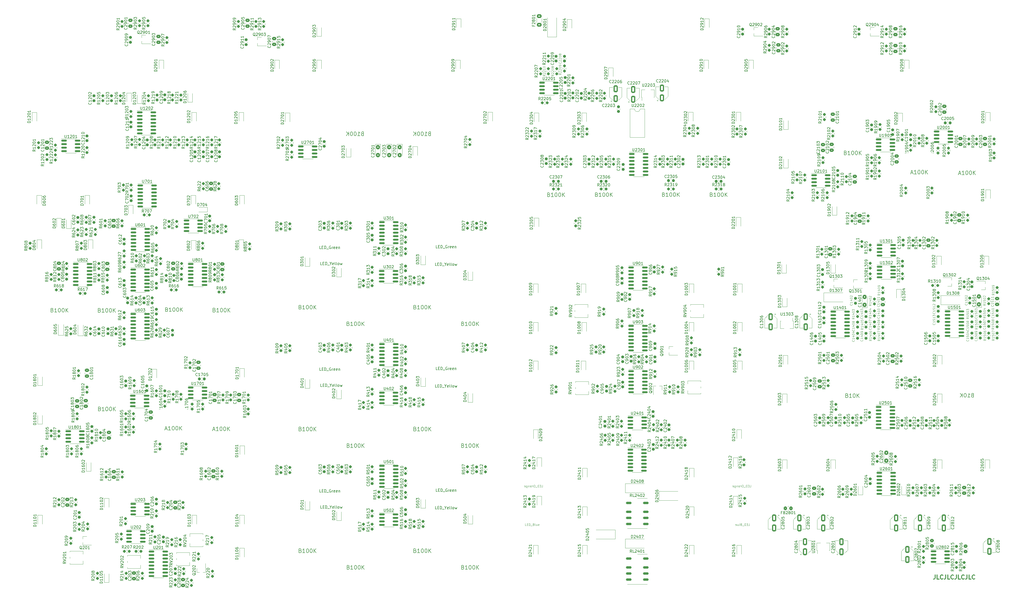
<source format=gbr>
%TF.GenerationSoftware,KiCad,Pcbnew,(6.0.9-0)*%
%TF.CreationDate,2023-07-01T22:34:15+02:00*%
%TF.ProjectId,konstrukt-kicad6,6b6f6e73-7472-4756-9b74-2d6b69636164,rev?*%
%TF.SameCoordinates,Original*%
%TF.FileFunction,Legend,Top*%
%TF.FilePolarity,Positive*%
%FSLAX46Y46*%
G04 Gerber Fmt 4.6, Leading zero omitted, Abs format (unit mm)*
G04 Created by KiCad (PCBNEW (6.0.9-0)) date 2023-07-01 22:34:15*
%MOMM*%
%LPD*%
G01*
G04 APERTURE LIST*
G04 Aperture macros list*
%AMRoundRect*
0 Rectangle with rounded corners*
0 $1 Rounding radius*
0 $2 $3 $4 $5 $6 $7 $8 $9 X,Y pos of 4 corners*
0 Add a 4 corners polygon primitive as box body*
4,1,4,$2,$3,$4,$5,$6,$7,$8,$9,$2,$3,0*
0 Add four circle primitives for the rounded corners*
1,1,$1+$1,$2,$3*
1,1,$1+$1,$4,$5*
1,1,$1+$1,$6,$7*
1,1,$1+$1,$8,$9*
0 Add four rect primitives between the rounded corners*
20,1,$1+$1,$2,$3,$4,$5,0*
20,1,$1+$1,$4,$5,$6,$7,0*
20,1,$1+$1,$6,$7,$8,$9,0*
20,1,$1+$1,$8,$9,$2,$3,0*%
%AMFreePoly0*
4,1,9,3.862500,-0.866500,0.737500,-0.866500,0.737500,-0.450000,-0.737500,-0.450000,-0.737500,0.450000,0.737500,0.450000,0.737500,0.866500,3.862500,0.866500,3.862500,-0.866500,3.862500,-0.866500,$1*%
G04 Aperture macros list end*
%ADD10C,0.300000*%
%ADD11C,0.100000*%
%ADD12C,0.150000*%
%ADD13C,0.120000*%
%ADD14RoundRect,0.237500X-0.237500X0.300000X-0.237500X-0.300000X0.237500X-0.300000X0.237500X0.300000X0*%
%ADD15RoundRect,0.237500X0.237500X-0.250000X0.237500X0.250000X-0.237500X0.250000X-0.237500X-0.250000X0*%
%ADD16R,1.000000X1.000000*%
%ADD17RoundRect,0.250000X0.475000X-0.337500X0.475000X0.337500X-0.475000X0.337500X-0.475000X-0.337500X0*%
%ADD18RoundRect,0.250000X0.425000X-0.537500X0.425000X0.537500X-0.425000X0.537500X-0.425000X-0.537500X0*%
%ADD19RoundRect,0.237500X-0.237500X0.250000X-0.237500X-0.250000X0.237500X-0.250000X0.237500X0.250000X0*%
%ADD20RoundRect,0.250000X-0.475000X0.337500X-0.475000X-0.337500X0.475000X-0.337500X0.475000X0.337500X0*%
%ADD21R,3.500000X1.800000*%
%ADD22RoundRect,0.250000X-0.550000X1.050000X-0.550000X-1.050000X0.550000X-1.050000X0.550000X1.050000X0*%
%ADD23RoundRect,0.237500X0.237500X-0.300000X0.237500X0.300000X-0.237500X0.300000X-0.237500X-0.300000X0*%
%ADD24RoundRect,0.150000X-0.825000X-0.150000X0.825000X-0.150000X0.825000X0.150000X-0.825000X0.150000X0*%
%ADD25RoundRect,0.237500X-0.250000X-0.237500X0.250000X-0.237500X0.250000X0.237500X-0.250000X0.237500X0*%
%ADD26RoundRect,0.237500X0.250000X0.237500X-0.250000X0.237500X-0.250000X-0.237500X0.250000X-0.237500X0*%
%ADD27R,2.000000X1.300000*%
%ADD28R,2.000000X2.000000*%
%ADD29R,0.900000X1.300000*%
%ADD30FreePoly0,90.000000*%
%ADD31R,1.200000X0.900000*%
%ADD32R,0.800000X1.900000*%
%ADD33R,1.900000X0.800000*%
%ADD34RoundRect,0.250000X0.550000X-1.050000X0.550000X1.050000X-0.550000X1.050000X-0.550000X-1.050000X0*%
%ADD35RoundRect,0.237500X0.300000X0.237500X-0.300000X0.237500X-0.300000X-0.237500X0.300000X-0.237500X0*%
%ADD36RoundRect,0.250000X-0.425000X0.537500X-0.425000X-0.537500X0.425000X-0.537500X0.425000X0.537500X0*%
%ADD37RoundRect,0.150000X-0.850000X-0.150000X0.850000X-0.150000X0.850000X0.150000X-0.850000X0.150000X0*%
%ADD38RoundRect,0.237500X-0.300000X-0.237500X0.300000X-0.237500X0.300000X0.237500X-0.300000X0.237500X0*%
%ADD39RoundRect,0.250000X0.350000X0.450000X-0.350000X0.450000X-0.350000X-0.450000X0.350000X-0.450000X0*%
%ADD40R,1.800000X3.500000*%
%ADD41R,1.600000X1.600000*%
%ADD42O,1.600000X1.600000*%
%ADD43RoundRect,0.200000X-0.830000X-0.200000X0.830000X-0.200000X0.830000X0.200000X-0.830000X0.200000X0*%
%ADD44RoundRect,0.250000X0.450000X-0.350000X0.450000X0.350000X-0.450000X0.350000X-0.450000X-0.350000X0*%
%ADD45RoundRect,0.250000X-0.625000X0.400000X-0.625000X-0.400000X0.625000X-0.400000X0.625000X0.400000X0*%
%ADD46FreePoly0,270.000000*%
%ADD47C,8.600000*%
%ADD48C,4.700000*%
%ADD49O,2.700000X5.400000*%
%ADD50R,1.800000X1.800000*%
%ADD51C,1.800000*%
%ADD52C,3.600000*%
%ADD53C,6.400000*%
%ADD54C,3.000000*%
%ADD55R,4.600000X2.000000*%
%ADD56O,4.200000X2.000000*%
%ADD57O,2.000000X4.200000*%
%ADD58R,1.700000X1.700000*%
%ADD59O,1.700000X1.700000*%
G04 APERTURE END LIST*
D10*
X331399428Y-204410571D02*
X331399428Y-205482000D01*
X331328000Y-205696285D01*
X331185142Y-205839142D01*
X330970857Y-205910571D01*
X330828000Y-205910571D01*
X332828000Y-205910571D02*
X332113714Y-205910571D01*
X332113714Y-204410571D01*
X334185142Y-205767714D02*
X334113714Y-205839142D01*
X333899428Y-205910571D01*
X333756571Y-205910571D01*
X333542285Y-205839142D01*
X333399428Y-205696285D01*
X333328000Y-205553428D01*
X333256571Y-205267714D01*
X333256571Y-205053428D01*
X333328000Y-204767714D01*
X333399428Y-204624857D01*
X333542285Y-204482000D01*
X333756571Y-204410571D01*
X333899428Y-204410571D01*
X334113714Y-204482000D01*
X334185142Y-204553428D01*
X335256571Y-204410571D02*
X335256571Y-205482000D01*
X335185142Y-205696285D01*
X335042285Y-205839142D01*
X334828000Y-205910571D01*
X334685142Y-205910571D01*
X336685142Y-205910571D02*
X335970857Y-205910571D01*
X335970857Y-204410571D01*
X338042285Y-205767714D02*
X337970857Y-205839142D01*
X337756571Y-205910571D01*
X337613714Y-205910571D01*
X337399428Y-205839142D01*
X337256571Y-205696285D01*
X337185142Y-205553428D01*
X337113714Y-205267714D01*
X337113714Y-205053428D01*
X337185142Y-204767714D01*
X337256571Y-204624857D01*
X337399428Y-204482000D01*
X337613714Y-204410571D01*
X337756571Y-204410571D01*
X337970857Y-204482000D01*
X338042285Y-204553428D01*
X339113714Y-204410571D02*
X339113714Y-205482000D01*
X339042285Y-205696285D01*
X338899428Y-205839142D01*
X338685142Y-205910571D01*
X338542285Y-205910571D01*
X340542285Y-205910571D02*
X339828000Y-205910571D01*
X339828000Y-204410571D01*
X341899428Y-205767714D02*
X341828000Y-205839142D01*
X341613714Y-205910571D01*
X341470857Y-205910571D01*
X341256571Y-205839142D01*
X341113714Y-205696285D01*
X341042285Y-205553428D01*
X340970857Y-205267714D01*
X340970857Y-205053428D01*
X341042285Y-204767714D01*
X341113714Y-204624857D01*
X341256571Y-204482000D01*
X341470857Y-204410571D01*
X341613714Y-204410571D01*
X341828000Y-204482000D01*
X341899428Y-204553428D01*
X342970857Y-204410571D02*
X342970857Y-205482000D01*
X342899428Y-205696285D01*
X342756571Y-205839142D01*
X342542285Y-205910571D01*
X342399428Y-205910571D01*
X344399428Y-205910571D02*
X343685142Y-205910571D01*
X343685142Y-204410571D01*
X345756571Y-205767714D02*
X345685142Y-205839142D01*
X345470857Y-205910571D01*
X345328000Y-205910571D01*
X345113714Y-205839142D01*
X344970857Y-205696285D01*
X344899428Y-205553428D01*
X344828000Y-205267714D01*
X344828000Y-205053428D01*
X344899428Y-204767714D01*
X344970857Y-204624857D01*
X345113714Y-204482000D01*
X345328000Y-204410571D01*
X345470857Y-204410571D01*
X345685142Y-204482000D01*
X345756571Y-204553428D01*
D11*
%TO.C,C1503*%
X346542714Y-110916423D02*
X346580809Y-110954518D01*
X346618904Y-111068804D01*
X346618904Y-111144994D01*
X346580809Y-111259280D01*
X346504619Y-111335471D01*
X346428428Y-111373566D01*
X346276047Y-111411661D01*
X346161761Y-111411661D01*
X346009380Y-111373566D01*
X345933190Y-111335471D01*
X345857000Y-111259280D01*
X345818904Y-111144994D01*
X345818904Y-111068804D01*
X345857000Y-110954518D01*
X345895095Y-110916423D01*
X346618904Y-110154518D02*
X346618904Y-110611661D01*
X346618904Y-110383090D02*
X345818904Y-110383090D01*
X345933190Y-110459280D01*
X346009380Y-110535471D01*
X346047476Y-110611661D01*
X345818904Y-109430709D02*
X345818904Y-109811661D01*
X346199857Y-109849756D01*
X346161761Y-109811661D01*
X346123666Y-109735471D01*
X346123666Y-109544994D01*
X346161761Y-109468804D01*
X346199857Y-109430709D01*
X346276047Y-109392613D01*
X346466523Y-109392613D01*
X346542714Y-109430709D01*
X346580809Y-109468804D01*
X346618904Y-109544994D01*
X346618904Y-109735471D01*
X346580809Y-109811661D01*
X346542714Y-109849756D01*
X345818904Y-108897375D02*
X345818904Y-108821185D01*
X345857000Y-108744994D01*
X345895095Y-108706899D01*
X345971285Y-108668804D01*
X346123666Y-108630709D01*
X346314142Y-108630709D01*
X346466523Y-108668804D01*
X346542714Y-108706899D01*
X346580809Y-108744994D01*
X346618904Y-108821185D01*
X346618904Y-108897375D01*
X346580809Y-108973566D01*
X346542714Y-109011661D01*
X346466523Y-109049756D01*
X346314142Y-109087852D01*
X346123666Y-109087852D01*
X345971285Y-109049756D01*
X345895095Y-109011661D01*
X345857000Y-108973566D01*
X345818904Y-108897375D01*
X345818904Y-108364042D02*
X345818904Y-107868804D01*
X346123666Y-108135471D01*
X346123666Y-108021185D01*
X346161761Y-107944994D01*
X346199857Y-107906899D01*
X346276047Y-107868804D01*
X346466523Y-107868804D01*
X346542714Y-107906899D01*
X346580809Y-107944994D01*
X346618904Y-108021185D01*
X346618904Y-108249756D01*
X346580809Y-108325947D01*
X346542714Y-108364042D01*
D12*
%TO.C,R308*%
X138558780Y-88232547D02*
X138082590Y-88565880D01*
X138558780Y-88803976D02*
X137558780Y-88803976D01*
X137558780Y-88423023D01*
X137606400Y-88327785D01*
X137654019Y-88280166D01*
X137749257Y-88232547D01*
X137892114Y-88232547D01*
X137987352Y-88280166D01*
X138034971Y-88327785D01*
X138082590Y-88423023D01*
X138082590Y-88803976D01*
X137558780Y-87899214D02*
X137558780Y-87280166D01*
X137939733Y-87613500D01*
X137939733Y-87470642D01*
X137987352Y-87375404D01*
X138034971Y-87327785D01*
X138130209Y-87280166D01*
X138368304Y-87280166D01*
X138463542Y-87327785D01*
X138511161Y-87375404D01*
X138558780Y-87470642D01*
X138558780Y-87756357D01*
X138511161Y-87851595D01*
X138463542Y-87899214D01*
X137558780Y-86661119D02*
X137558780Y-86565880D01*
X137606400Y-86470642D01*
X137654019Y-86423023D01*
X137749257Y-86375404D01*
X137939733Y-86327785D01*
X138177828Y-86327785D01*
X138368304Y-86375404D01*
X138463542Y-86423023D01*
X138511161Y-86470642D01*
X138558780Y-86565880D01*
X138558780Y-86661119D01*
X138511161Y-86756357D01*
X138463542Y-86803976D01*
X138368304Y-86851595D01*
X138177828Y-86899214D01*
X137939733Y-86899214D01*
X137749257Y-86851595D01*
X137654019Y-86803976D01*
X137606400Y-86756357D01*
X137558780Y-86661119D01*
X137987352Y-85756357D02*
X137939733Y-85851595D01*
X137892114Y-85899214D01*
X137796876Y-85946833D01*
X137749257Y-85946833D01*
X137654019Y-85899214D01*
X137606400Y-85851595D01*
X137558780Y-85756357D01*
X137558780Y-85565880D01*
X137606400Y-85470642D01*
X137654019Y-85423023D01*
X137749257Y-85375404D01*
X137796876Y-85375404D01*
X137892114Y-85423023D01*
X137939733Y-85470642D01*
X137987352Y-85565880D01*
X137987352Y-85756357D01*
X138034971Y-85851595D01*
X138082590Y-85899214D01*
X138177828Y-85946833D01*
X138368304Y-85946833D01*
X138463542Y-85899214D01*
X138511161Y-85851595D01*
X138558780Y-85756357D01*
X138558780Y-85565880D01*
X138511161Y-85470642D01*
X138463542Y-85423023D01*
X138368304Y-85375404D01*
X138177828Y-85375404D01*
X138082590Y-85423023D01*
X138034971Y-85470642D01*
X137987352Y-85565880D01*
%TO.C,R902*%
X208064380Y-138025047D02*
X207588190Y-138358380D01*
X208064380Y-138596476D02*
X207064380Y-138596476D01*
X207064380Y-138215523D01*
X207112000Y-138120285D01*
X207159619Y-138072666D01*
X207254857Y-138025047D01*
X207397714Y-138025047D01*
X207492952Y-138072666D01*
X207540571Y-138120285D01*
X207588190Y-138215523D01*
X207588190Y-138596476D01*
X208064380Y-137548857D02*
X208064380Y-137358380D01*
X208016761Y-137263142D01*
X207969142Y-137215523D01*
X207826285Y-137120285D01*
X207635809Y-137072666D01*
X207254857Y-137072666D01*
X207159619Y-137120285D01*
X207112000Y-137167904D01*
X207064380Y-137263142D01*
X207064380Y-137453619D01*
X207112000Y-137548857D01*
X207159619Y-137596476D01*
X207254857Y-137644095D01*
X207492952Y-137644095D01*
X207588190Y-137596476D01*
X207635809Y-137548857D01*
X207683428Y-137453619D01*
X207683428Y-137263142D01*
X207635809Y-137167904D01*
X207588190Y-137120285D01*
X207492952Y-137072666D01*
X207064380Y-136453619D02*
X207064380Y-136358380D01*
X207112000Y-136263142D01*
X207159619Y-136215523D01*
X207254857Y-136167904D01*
X207445333Y-136120285D01*
X207683428Y-136120285D01*
X207873904Y-136167904D01*
X207969142Y-136215523D01*
X208016761Y-136263142D01*
X208064380Y-136358380D01*
X208064380Y-136453619D01*
X208016761Y-136548857D01*
X207969142Y-136596476D01*
X207873904Y-136644095D01*
X207683428Y-136691714D01*
X207445333Y-136691714D01*
X207254857Y-136644095D01*
X207159619Y-136596476D01*
X207112000Y-136548857D01*
X207064380Y-136453619D01*
X207159619Y-135739333D02*
X207112000Y-135691714D01*
X207064380Y-135596476D01*
X207064380Y-135358380D01*
X207112000Y-135263142D01*
X207159619Y-135215523D01*
X207254857Y-135167904D01*
X207350095Y-135167904D01*
X207492952Y-135215523D01*
X208064380Y-135786952D01*
X208064380Y-135167904D01*
%TO.C,D402*%
X114032380Y-140325476D02*
X113032380Y-140325476D01*
X113032380Y-140087380D01*
X113080000Y-139944523D01*
X113175238Y-139849285D01*
X113270476Y-139801666D01*
X113460952Y-139754047D01*
X113603809Y-139754047D01*
X113794285Y-139801666D01*
X113889523Y-139849285D01*
X113984761Y-139944523D01*
X114032380Y-140087380D01*
X114032380Y-140325476D01*
X113365714Y-138896904D02*
X114032380Y-138896904D01*
X112984761Y-139135000D02*
X113699047Y-139373095D01*
X113699047Y-138754047D01*
X113032380Y-138182619D02*
X113032380Y-138087380D01*
X113080000Y-137992142D01*
X113127619Y-137944523D01*
X113222857Y-137896904D01*
X113413333Y-137849285D01*
X113651428Y-137849285D01*
X113841904Y-137896904D01*
X113937142Y-137944523D01*
X113984761Y-137992142D01*
X114032380Y-138087380D01*
X114032380Y-138182619D01*
X113984761Y-138277857D01*
X113937142Y-138325476D01*
X113841904Y-138373095D01*
X113651428Y-138420714D01*
X113413333Y-138420714D01*
X113222857Y-138373095D01*
X113127619Y-138325476D01*
X113080000Y-138277857D01*
X113032380Y-138182619D01*
X113127619Y-137468333D02*
X113080000Y-137420714D01*
X113032380Y-137325476D01*
X113032380Y-137087380D01*
X113080000Y-136992142D01*
X113127619Y-136944523D01*
X113222857Y-136896904D01*
X113318095Y-136896904D01*
X113460952Y-136944523D01*
X114032380Y-137515952D01*
X114032380Y-136896904D01*
%TO.C,C2906*%
X315724142Y-15216238D02*
X315771761Y-15263857D01*
X315819380Y-15406714D01*
X315819380Y-15501952D01*
X315771761Y-15644809D01*
X315676523Y-15740047D01*
X315581285Y-15787666D01*
X315390809Y-15835285D01*
X315247952Y-15835285D01*
X315057476Y-15787666D01*
X314962238Y-15740047D01*
X314867000Y-15644809D01*
X314819380Y-15501952D01*
X314819380Y-15406714D01*
X314867000Y-15263857D01*
X314914619Y-15216238D01*
X314914619Y-14835285D02*
X314867000Y-14787666D01*
X314819380Y-14692428D01*
X314819380Y-14454333D01*
X314867000Y-14359095D01*
X314914619Y-14311476D01*
X315009857Y-14263857D01*
X315105095Y-14263857D01*
X315247952Y-14311476D01*
X315819380Y-14882904D01*
X315819380Y-14263857D01*
X315819380Y-13787666D02*
X315819380Y-13597190D01*
X315771761Y-13501952D01*
X315724142Y-13454333D01*
X315581285Y-13359095D01*
X315390809Y-13311476D01*
X315009857Y-13311476D01*
X314914619Y-13359095D01*
X314867000Y-13406714D01*
X314819380Y-13501952D01*
X314819380Y-13692428D01*
X314867000Y-13787666D01*
X314914619Y-13835285D01*
X315009857Y-13882904D01*
X315247952Y-13882904D01*
X315343190Y-13835285D01*
X315390809Y-13787666D01*
X315438428Y-13692428D01*
X315438428Y-13501952D01*
X315390809Y-13406714D01*
X315343190Y-13359095D01*
X315247952Y-13311476D01*
X314819380Y-12692428D02*
X314819380Y-12597190D01*
X314867000Y-12501952D01*
X314914619Y-12454333D01*
X315009857Y-12406714D01*
X315200333Y-12359095D01*
X315438428Y-12359095D01*
X315628904Y-12406714D01*
X315724142Y-12454333D01*
X315771761Y-12501952D01*
X315819380Y-12597190D01*
X315819380Y-12692428D01*
X315771761Y-12787666D01*
X315724142Y-12835285D01*
X315628904Y-12882904D01*
X315438428Y-12930523D01*
X315200333Y-12930523D01*
X315009857Y-12882904D01*
X314914619Y-12835285D01*
X314867000Y-12787666D01*
X314819380Y-12692428D01*
X314819380Y-11501952D02*
X314819380Y-11692428D01*
X314867000Y-11787666D01*
X314914619Y-11835285D01*
X315057476Y-11930523D01*
X315247952Y-11978142D01*
X315628904Y-11978142D01*
X315724142Y-11930523D01*
X315771761Y-11882904D01*
X315819380Y-11787666D01*
X315819380Y-11597190D01*
X315771761Y-11501952D01*
X315724142Y-11454333D01*
X315628904Y-11406714D01*
X315390809Y-11406714D01*
X315295571Y-11454333D01*
X315247952Y-11501952D01*
X315200333Y-11597190D01*
X315200333Y-11787666D01*
X315247952Y-11882904D01*
X315295571Y-11930523D01*
X315390809Y-11978142D01*
%TO.C,D1102*%
X29916380Y-180728666D02*
X28916380Y-180728666D01*
X28916380Y-180490571D01*
X28964000Y-180347714D01*
X29059238Y-180252476D01*
X29154476Y-180204857D01*
X29344952Y-180157238D01*
X29487809Y-180157238D01*
X29678285Y-180204857D01*
X29773523Y-180252476D01*
X29868761Y-180347714D01*
X29916380Y-180490571D01*
X29916380Y-180728666D01*
X29916380Y-179204857D02*
X29916380Y-179776285D01*
X29916380Y-179490571D02*
X28916380Y-179490571D01*
X29059238Y-179585809D01*
X29154476Y-179681047D01*
X29202095Y-179776285D01*
X29916380Y-178252476D02*
X29916380Y-178823904D01*
X29916380Y-178538190D02*
X28916380Y-178538190D01*
X29059238Y-178633428D01*
X29154476Y-178728666D01*
X29202095Y-178823904D01*
X28916380Y-177633428D02*
X28916380Y-177538190D01*
X28964000Y-177442952D01*
X29011619Y-177395333D01*
X29106857Y-177347714D01*
X29297333Y-177300095D01*
X29535428Y-177300095D01*
X29725904Y-177347714D01*
X29821142Y-177395333D01*
X29868761Y-177442952D01*
X29916380Y-177538190D01*
X29916380Y-177633428D01*
X29868761Y-177728666D01*
X29821142Y-177776285D01*
X29725904Y-177823904D01*
X29535428Y-177871523D01*
X29297333Y-177871523D01*
X29106857Y-177823904D01*
X29011619Y-177776285D01*
X28964000Y-177728666D01*
X28916380Y-177633428D01*
X29011619Y-176919142D02*
X28964000Y-176871523D01*
X28916380Y-176776285D01*
X28916380Y-176538190D01*
X28964000Y-176442952D01*
X29011619Y-176395333D01*
X29106857Y-176347714D01*
X29202095Y-176347714D01*
X29344952Y-176395333D01*
X29916380Y-176966761D01*
X29916380Y-176347714D01*
%TO.C,R631*%
X33693380Y-117197047D02*
X33217190Y-117530380D01*
X33693380Y-117768476D02*
X32693380Y-117768476D01*
X32693380Y-117387523D01*
X32741000Y-117292285D01*
X32788619Y-117244666D01*
X32883857Y-117197047D01*
X33026714Y-117197047D01*
X33121952Y-117244666D01*
X33169571Y-117292285D01*
X33217190Y-117387523D01*
X33217190Y-117768476D01*
X32693380Y-116339904D02*
X32693380Y-116530380D01*
X32741000Y-116625619D01*
X32788619Y-116673238D01*
X32931476Y-116768476D01*
X33121952Y-116816095D01*
X33502904Y-116816095D01*
X33598142Y-116768476D01*
X33645761Y-116720857D01*
X33693380Y-116625619D01*
X33693380Y-116435142D01*
X33645761Y-116339904D01*
X33598142Y-116292285D01*
X33502904Y-116244666D01*
X33264809Y-116244666D01*
X33169571Y-116292285D01*
X33121952Y-116339904D01*
X33074333Y-116435142D01*
X33074333Y-116625619D01*
X33121952Y-116720857D01*
X33169571Y-116768476D01*
X33264809Y-116816095D01*
X32693380Y-115911333D02*
X32693380Y-115292285D01*
X33074333Y-115625619D01*
X33074333Y-115482761D01*
X33121952Y-115387523D01*
X33169571Y-115339904D01*
X33264809Y-115292285D01*
X33502904Y-115292285D01*
X33598142Y-115339904D01*
X33645761Y-115387523D01*
X33693380Y-115482761D01*
X33693380Y-115768476D01*
X33645761Y-115863714D01*
X33598142Y-115911333D01*
X33693380Y-114339904D02*
X33693380Y-114911333D01*
X33693380Y-114625619D02*
X32693380Y-114625619D01*
X32836238Y-114720857D01*
X32931476Y-114816095D01*
X32979095Y-114911333D01*
%TO.C,C1401*%
X304478142Y-106656238D02*
X304525761Y-106703857D01*
X304573380Y-106846714D01*
X304573380Y-106941952D01*
X304525761Y-107084809D01*
X304430523Y-107180047D01*
X304335285Y-107227666D01*
X304144809Y-107275285D01*
X304001952Y-107275285D01*
X303811476Y-107227666D01*
X303716238Y-107180047D01*
X303621000Y-107084809D01*
X303573380Y-106941952D01*
X303573380Y-106846714D01*
X303621000Y-106703857D01*
X303668619Y-106656238D01*
X304573380Y-105703857D02*
X304573380Y-106275285D01*
X304573380Y-105989571D02*
X303573380Y-105989571D01*
X303716238Y-106084809D01*
X303811476Y-106180047D01*
X303859095Y-106275285D01*
X303906714Y-104846714D02*
X304573380Y-104846714D01*
X303525761Y-105084809D02*
X304240047Y-105322904D01*
X304240047Y-104703857D01*
X303573380Y-104132428D02*
X303573380Y-104037190D01*
X303621000Y-103941952D01*
X303668619Y-103894333D01*
X303763857Y-103846714D01*
X303954333Y-103799095D01*
X304192428Y-103799095D01*
X304382904Y-103846714D01*
X304478142Y-103894333D01*
X304525761Y-103941952D01*
X304573380Y-104037190D01*
X304573380Y-104132428D01*
X304525761Y-104227666D01*
X304478142Y-104275285D01*
X304382904Y-104322904D01*
X304192428Y-104370523D01*
X303954333Y-104370523D01*
X303763857Y-104322904D01*
X303668619Y-104275285D01*
X303621000Y-104227666D01*
X303573380Y-104132428D01*
X304573380Y-102846714D02*
X304573380Y-103418142D01*
X304573380Y-103132428D02*
X303573380Y-103132428D01*
X303716238Y-103227666D01*
X303811476Y-103322904D01*
X303859095Y-103418142D01*
%TO.C,R801*%
X69286380Y-93829047D02*
X68810190Y-94162380D01*
X69286380Y-94400476D02*
X68286380Y-94400476D01*
X68286380Y-94019523D01*
X68334000Y-93924285D01*
X68381619Y-93876666D01*
X68476857Y-93829047D01*
X68619714Y-93829047D01*
X68714952Y-93876666D01*
X68762571Y-93924285D01*
X68810190Y-94019523D01*
X68810190Y-94400476D01*
X68714952Y-93257619D02*
X68667333Y-93352857D01*
X68619714Y-93400476D01*
X68524476Y-93448095D01*
X68476857Y-93448095D01*
X68381619Y-93400476D01*
X68334000Y-93352857D01*
X68286380Y-93257619D01*
X68286380Y-93067142D01*
X68334000Y-92971904D01*
X68381619Y-92924285D01*
X68476857Y-92876666D01*
X68524476Y-92876666D01*
X68619714Y-92924285D01*
X68667333Y-92971904D01*
X68714952Y-93067142D01*
X68714952Y-93257619D01*
X68762571Y-93352857D01*
X68810190Y-93400476D01*
X68905428Y-93448095D01*
X69095904Y-93448095D01*
X69191142Y-93400476D01*
X69238761Y-93352857D01*
X69286380Y-93257619D01*
X69286380Y-93067142D01*
X69238761Y-92971904D01*
X69191142Y-92924285D01*
X69095904Y-92876666D01*
X68905428Y-92876666D01*
X68810190Y-92924285D01*
X68762571Y-92971904D01*
X68714952Y-93067142D01*
X68286380Y-92257619D02*
X68286380Y-92162380D01*
X68334000Y-92067142D01*
X68381619Y-92019523D01*
X68476857Y-91971904D01*
X68667333Y-91924285D01*
X68905428Y-91924285D01*
X69095904Y-91971904D01*
X69191142Y-92019523D01*
X69238761Y-92067142D01*
X69286380Y-92162380D01*
X69286380Y-92257619D01*
X69238761Y-92352857D01*
X69191142Y-92400476D01*
X69095904Y-92448095D01*
X68905428Y-92495714D01*
X68667333Y-92495714D01*
X68476857Y-92448095D01*
X68381619Y-92400476D01*
X68334000Y-92352857D01*
X68286380Y-92257619D01*
X69286380Y-90971904D02*
X69286380Y-91543333D01*
X69286380Y-91257619D02*
X68286380Y-91257619D01*
X68429238Y-91352857D01*
X68524476Y-91448095D01*
X68572095Y-91543333D01*
%TO.C,R1216*%
X68325380Y-49252238D02*
X67849190Y-49585571D01*
X68325380Y-49823666D02*
X67325380Y-49823666D01*
X67325380Y-49442714D01*
X67373000Y-49347476D01*
X67420619Y-49299857D01*
X67515857Y-49252238D01*
X67658714Y-49252238D01*
X67753952Y-49299857D01*
X67801571Y-49347476D01*
X67849190Y-49442714D01*
X67849190Y-49823666D01*
X68325380Y-48299857D02*
X68325380Y-48871285D01*
X68325380Y-48585571D02*
X67325380Y-48585571D01*
X67468238Y-48680809D01*
X67563476Y-48776047D01*
X67611095Y-48871285D01*
X67420619Y-47918904D02*
X67373000Y-47871285D01*
X67325380Y-47776047D01*
X67325380Y-47537952D01*
X67373000Y-47442714D01*
X67420619Y-47395095D01*
X67515857Y-47347476D01*
X67611095Y-47347476D01*
X67753952Y-47395095D01*
X68325380Y-47966523D01*
X68325380Y-47347476D01*
X68325380Y-46395095D02*
X68325380Y-46966523D01*
X68325380Y-46680809D02*
X67325380Y-46680809D01*
X67468238Y-46776047D01*
X67563476Y-46871285D01*
X67611095Y-46966523D01*
X67325380Y-45537952D02*
X67325380Y-45728428D01*
X67373000Y-45823666D01*
X67420619Y-45871285D01*
X67563476Y-45966523D01*
X67753952Y-46014142D01*
X68134904Y-46014142D01*
X68230142Y-45966523D01*
X68277761Y-45918904D01*
X68325380Y-45823666D01*
X68325380Y-45633190D01*
X68277761Y-45537952D01*
X68230142Y-45490333D01*
X68134904Y-45442714D01*
X67896809Y-45442714D01*
X67801571Y-45490333D01*
X67753952Y-45537952D01*
X67706333Y-45633190D01*
X67706333Y-45823666D01*
X67753952Y-45918904D01*
X67801571Y-45966523D01*
X67896809Y-46014142D01*
%TO.C,C1802*%
X22582142Y-143745238D02*
X22629761Y-143792857D01*
X22677380Y-143935714D01*
X22677380Y-144030952D01*
X22629761Y-144173809D01*
X22534523Y-144269047D01*
X22439285Y-144316666D01*
X22248809Y-144364285D01*
X22105952Y-144364285D01*
X21915476Y-144316666D01*
X21820238Y-144269047D01*
X21725000Y-144173809D01*
X21677380Y-144030952D01*
X21677380Y-143935714D01*
X21725000Y-143792857D01*
X21772619Y-143745238D01*
X22677380Y-142792857D02*
X22677380Y-143364285D01*
X22677380Y-143078571D02*
X21677380Y-143078571D01*
X21820238Y-143173809D01*
X21915476Y-143269047D01*
X21963095Y-143364285D01*
X22105952Y-142221428D02*
X22058333Y-142316666D01*
X22010714Y-142364285D01*
X21915476Y-142411904D01*
X21867857Y-142411904D01*
X21772619Y-142364285D01*
X21725000Y-142316666D01*
X21677380Y-142221428D01*
X21677380Y-142030952D01*
X21725000Y-141935714D01*
X21772619Y-141888095D01*
X21867857Y-141840476D01*
X21915476Y-141840476D01*
X22010714Y-141888095D01*
X22058333Y-141935714D01*
X22105952Y-142030952D01*
X22105952Y-142221428D01*
X22153571Y-142316666D01*
X22201190Y-142364285D01*
X22296428Y-142411904D01*
X22486904Y-142411904D01*
X22582142Y-142364285D01*
X22629761Y-142316666D01*
X22677380Y-142221428D01*
X22677380Y-142030952D01*
X22629761Y-141935714D01*
X22582142Y-141888095D01*
X22486904Y-141840476D01*
X22296428Y-141840476D01*
X22201190Y-141888095D01*
X22153571Y-141935714D01*
X22105952Y-142030952D01*
X21677380Y-141221428D02*
X21677380Y-141126190D01*
X21725000Y-141030952D01*
X21772619Y-140983333D01*
X21867857Y-140935714D01*
X22058333Y-140888095D01*
X22296428Y-140888095D01*
X22486904Y-140935714D01*
X22582142Y-140983333D01*
X22629761Y-141030952D01*
X22677380Y-141126190D01*
X22677380Y-141221428D01*
X22629761Y-141316666D01*
X22582142Y-141364285D01*
X22486904Y-141411904D01*
X22296428Y-141459523D01*
X22058333Y-141459523D01*
X21867857Y-141411904D01*
X21772619Y-141364285D01*
X21725000Y-141316666D01*
X21677380Y-141221428D01*
X21772619Y-140507142D02*
X21725000Y-140459523D01*
X21677380Y-140364285D01*
X21677380Y-140126190D01*
X21725000Y-140030952D01*
X21772619Y-139983333D01*
X21867857Y-139935714D01*
X21963095Y-139935714D01*
X22105952Y-139983333D01*
X22677380Y-140554761D01*
X22677380Y-139935714D01*
%TO.C,R224*%
X60998380Y-208383047D02*
X60522190Y-208716380D01*
X60998380Y-208954476D02*
X59998380Y-208954476D01*
X59998380Y-208573523D01*
X60046000Y-208478285D01*
X60093619Y-208430666D01*
X60188857Y-208383047D01*
X60331714Y-208383047D01*
X60426952Y-208430666D01*
X60474571Y-208478285D01*
X60522190Y-208573523D01*
X60522190Y-208954476D01*
X60093619Y-208002095D02*
X60046000Y-207954476D01*
X59998380Y-207859238D01*
X59998380Y-207621142D01*
X60046000Y-207525904D01*
X60093619Y-207478285D01*
X60188857Y-207430666D01*
X60284095Y-207430666D01*
X60426952Y-207478285D01*
X60998380Y-208049714D01*
X60998380Y-207430666D01*
X60093619Y-207049714D02*
X60046000Y-207002095D01*
X59998380Y-206906857D01*
X59998380Y-206668761D01*
X60046000Y-206573523D01*
X60093619Y-206525904D01*
X60188857Y-206478285D01*
X60284095Y-206478285D01*
X60426952Y-206525904D01*
X60998380Y-207097333D01*
X60998380Y-206478285D01*
X60331714Y-205621142D02*
X60998380Y-205621142D01*
X59950761Y-205859238D02*
X60665047Y-206097333D01*
X60665047Y-205478285D01*
%TO.C,D2504*%
X331668380Y-142882666D02*
X330668380Y-142882666D01*
X330668380Y-142644571D01*
X330716000Y-142501714D01*
X330811238Y-142406476D01*
X330906476Y-142358857D01*
X331096952Y-142311238D01*
X331239809Y-142311238D01*
X331430285Y-142358857D01*
X331525523Y-142406476D01*
X331620761Y-142501714D01*
X331668380Y-142644571D01*
X331668380Y-142882666D01*
X330763619Y-141930285D02*
X330716000Y-141882666D01*
X330668380Y-141787428D01*
X330668380Y-141549333D01*
X330716000Y-141454095D01*
X330763619Y-141406476D01*
X330858857Y-141358857D01*
X330954095Y-141358857D01*
X331096952Y-141406476D01*
X331668380Y-141977904D01*
X331668380Y-141358857D01*
X330668380Y-140454095D02*
X330668380Y-140930285D01*
X331144571Y-140977904D01*
X331096952Y-140930285D01*
X331049333Y-140835047D01*
X331049333Y-140596952D01*
X331096952Y-140501714D01*
X331144571Y-140454095D01*
X331239809Y-140406476D01*
X331477904Y-140406476D01*
X331573142Y-140454095D01*
X331620761Y-140501714D01*
X331668380Y-140596952D01*
X331668380Y-140835047D01*
X331620761Y-140930285D01*
X331573142Y-140977904D01*
X330668380Y-139787428D02*
X330668380Y-139692190D01*
X330716000Y-139596952D01*
X330763619Y-139549333D01*
X330858857Y-139501714D01*
X331049333Y-139454095D01*
X331287428Y-139454095D01*
X331477904Y-139501714D01*
X331573142Y-139549333D01*
X331620761Y-139596952D01*
X331668380Y-139692190D01*
X331668380Y-139787428D01*
X331620761Y-139882666D01*
X331573142Y-139930285D01*
X331477904Y-139977904D01*
X331287428Y-140025523D01*
X331049333Y-140025523D01*
X330858857Y-139977904D01*
X330763619Y-139930285D01*
X330716000Y-139882666D01*
X330668380Y-139787428D01*
X331001714Y-138596952D02*
X331668380Y-138596952D01*
X330620761Y-138835047D02*
X331335047Y-139073142D01*
X331335047Y-138454095D01*
%TO.C,R2407*%
X236926380Y-158059238D02*
X236450190Y-158392571D01*
X236926380Y-158630666D02*
X235926380Y-158630666D01*
X235926380Y-158249714D01*
X235974000Y-158154476D01*
X236021619Y-158106857D01*
X236116857Y-158059238D01*
X236259714Y-158059238D01*
X236354952Y-158106857D01*
X236402571Y-158154476D01*
X236450190Y-158249714D01*
X236450190Y-158630666D01*
X236021619Y-157678285D02*
X235974000Y-157630666D01*
X235926380Y-157535428D01*
X235926380Y-157297333D01*
X235974000Y-157202095D01*
X236021619Y-157154476D01*
X236116857Y-157106857D01*
X236212095Y-157106857D01*
X236354952Y-157154476D01*
X236926380Y-157725904D01*
X236926380Y-157106857D01*
X236259714Y-156249714D02*
X236926380Y-156249714D01*
X235878761Y-156487809D02*
X236593047Y-156725904D01*
X236593047Y-156106857D01*
X235926380Y-155535428D02*
X235926380Y-155440190D01*
X235974000Y-155344952D01*
X236021619Y-155297333D01*
X236116857Y-155249714D01*
X236307333Y-155202095D01*
X236545428Y-155202095D01*
X236735904Y-155249714D01*
X236831142Y-155297333D01*
X236878761Y-155344952D01*
X236926380Y-155440190D01*
X236926380Y-155535428D01*
X236878761Y-155630666D01*
X236831142Y-155678285D01*
X236735904Y-155725904D01*
X236545428Y-155773523D01*
X236307333Y-155773523D01*
X236116857Y-155725904D01*
X236021619Y-155678285D01*
X235974000Y-155630666D01*
X235926380Y-155535428D01*
X235926380Y-154868761D02*
X235926380Y-154202095D01*
X236926380Y-154630666D01*
%TO.C,D1307*%
X293290333Y-101743380D02*
X293290333Y-100743380D01*
X293528428Y-100743380D01*
X293671285Y-100791000D01*
X293766523Y-100886238D01*
X293814142Y-100981476D01*
X293861761Y-101171952D01*
X293861761Y-101314809D01*
X293814142Y-101505285D01*
X293766523Y-101600523D01*
X293671285Y-101695761D01*
X293528428Y-101743380D01*
X293290333Y-101743380D01*
X294814142Y-101743380D02*
X294242714Y-101743380D01*
X294528428Y-101743380D02*
X294528428Y-100743380D01*
X294433190Y-100886238D01*
X294337952Y-100981476D01*
X294242714Y-101029095D01*
X295147476Y-100743380D02*
X295766523Y-100743380D01*
X295433190Y-101124333D01*
X295576047Y-101124333D01*
X295671285Y-101171952D01*
X295718904Y-101219571D01*
X295766523Y-101314809D01*
X295766523Y-101552904D01*
X295718904Y-101648142D01*
X295671285Y-101695761D01*
X295576047Y-101743380D01*
X295290333Y-101743380D01*
X295195095Y-101695761D01*
X295147476Y-101648142D01*
X296385571Y-100743380D02*
X296480809Y-100743380D01*
X296576047Y-100791000D01*
X296623666Y-100838619D01*
X296671285Y-100933857D01*
X296718904Y-101124333D01*
X296718904Y-101362428D01*
X296671285Y-101552904D01*
X296623666Y-101648142D01*
X296576047Y-101695761D01*
X296480809Y-101743380D01*
X296385571Y-101743380D01*
X296290333Y-101695761D01*
X296242714Y-101648142D01*
X296195095Y-101552904D01*
X296147476Y-101362428D01*
X296147476Y-101124333D01*
X296195095Y-100933857D01*
X296242714Y-100838619D01*
X296290333Y-100791000D01*
X296385571Y-100743380D01*
X297052238Y-100743380D02*
X297718904Y-100743380D01*
X297290333Y-101743380D01*
%TO.C,D2606*%
X331668380Y-166758666D02*
X330668380Y-166758666D01*
X330668380Y-166520571D01*
X330716000Y-166377714D01*
X330811238Y-166282476D01*
X330906476Y-166234857D01*
X331096952Y-166187238D01*
X331239809Y-166187238D01*
X331430285Y-166234857D01*
X331525523Y-166282476D01*
X331620761Y-166377714D01*
X331668380Y-166520571D01*
X331668380Y-166758666D01*
X330763619Y-165806285D02*
X330716000Y-165758666D01*
X330668380Y-165663428D01*
X330668380Y-165425333D01*
X330716000Y-165330095D01*
X330763619Y-165282476D01*
X330858857Y-165234857D01*
X330954095Y-165234857D01*
X331096952Y-165282476D01*
X331668380Y-165853904D01*
X331668380Y-165234857D01*
X330668380Y-164377714D02*
X330668380Y-164568190D01*
X330716000Y-164663428D01*
X330763619Y-164711047D01*
X330906476Y-164806285D01*
X331096952Y-164853904D01*
X331477904Y-164853904D01*
X331573142Y-164806285D01*
X331620761Y-164758666D01*
X331668380Y-164663428D01*
X331668380Y-164472952D01*
X331620761Y-164377714D01*
X331573142Y-164330095D01*
X331477904Y-164282476D01*
X331239809Y-164282476D01*
X331144571Y-164330095D01*
X331096952Y-164377714D01*
X331049333Y-164472952D01*
X331049333Y-164663428D01*
X331096952Y-164758666D01*
X331144571Y-164806285D01*
X331239809Y-164853904D01*
X330668380Y-163663428D02*
X330668380Y-163568190D01*
X330716000Y-163472952D01*
X330763619Y-163425333D01*
X330858857Y-163377714D01*
X331049333Y-163330095D01*
X331287428Y-163330095D01*
X331477904Y-163377714D01*
X331573142Y-163425333D01*
X331620761Y-163472952D01*
X331668380Y-163568190D01*
X331668380Y-163663428D01*
X331620761Y-163758666D01*
X331573142Y-163806285D01*
X331477904Y-163853904D01*
X331287428Y-163901523D01*
X331049333Y-163901523D01*
X330858857Y-163853904D01*
X330763619Y-163806285D01*
X330716000Y-163758666D01*
X330668380Y-163663428D01*
X330668380Y-162472952D02*
X330668380Y-162663428D01*
X330716000Y-162758666D01*
X330763619Y-162806285D01*
X330906476Y-162901523D01*
X331096952Y-162949142D01*
X331477904Y-162949142D01*
X331573142Y-162901523D01*
X331620761Y-162853904D01*
X331668380Y-162758666D01*
X331668380Y-162568190D01*
X331620761Y-162472952D01*
X331573142Y-162425333D01*
X331477904Y-162377714D01*
X331239809Y-162377714D01*
X331144571Y-162425333D01*
X331096952Y-162472952D01*
X331049333Y-162568190D01*
X331049333Y-162758666D01*
X331096952Y-162853904D01*
X331144571Y-162901523D01*
X331239809Y-162949142D01*
%TO.C,D501*%
X102547380Y-180645476D02*
X101547380Y-180645476D01*
X101547380Y-180407380D01*
X101595000Y-180264523D01*
X101690238Y-180169285D01*
X101785476Y-180121666D01*
X101975952Y-180074047D01*
X102118809Y-180074047D01*
X102309285Y-180121666D01*
X102404523Y-180169285D01*
X102499761Y-180264523D01*
X102547380Y-180407380D01*
X102547380Y-180645476D01*
X101547380Y-179169285D02*
X101547380Y-179645476D01*
X102023571Y-179693095D01*
X101975952Y-179645476D01*
X101928333Y-179550238D01*
X101928333Y-179312142D01*
X101975952Y-179216904D01*
X102023571Y-179169285D01*
X102118809Y-179121666D01*
X102356904Y-179121666D01*
X102452142Y-179169285D01*
X102499761Y-179216904D01*
X102547380Y-179312142D01*
X102547380Y-179550238D01*
X102499761Y-179645476D01*
X102452142Y-179693095D01*
X101547380Y-178502619D02*
X101547380Y-178407380D01*
X101595000Y-178312142D01*
X101642619Y-178264523D01*
X101737857Y-178216904D01*
X101928333Y-178169285D01*
X102166428Y-178169285D01*
X102356904Y-178216904D01*
X102452142Y-178264523D01*
X102499761Y-178312142D01*
X102547380Y-178407380D01*
X102547380Y-178502619D01*
X102499761Y-178597857D01*
X102452142Y-178645476D01*
X102356904Y-178693095D01*
X102166428Y-178740714D01*
X101928333Y-178740714D01*
X101737857Y-178693095D01*
X101642619Y-178645476D01*
X101595000Y-178597857D01*
X101547380Y-178502619D01*
X102547380Y-177216904D02*
X102547380Y-177788333D01*
X102547380Y-177502619D02*
X101547380Y-177502619D01*
X101690238Y-177597857D01*
X101785476Y-177693095D01*
X101833095Y-177788333D01*
%TO.C,R517*%
X123502380Y-188051547D02*
X123026190Y-188384880D01*
X123502380Y-188622976D02*
X122502380Y-188622976D01*
X122502380Y-188242023D01*
X122550000Y-188146785D01*
X122597619Y-188099166D01*
X122692857Y-188051547D01*
X122835714Y-188051547D01*
X122930952Y-188099166D01*
X122978571Y-188146785D01*
X123026190Y-188242023D01*
X123026190Y-188622976D01*
X122502380Y-187146785D02*
X122502380Y-187622976D01*
X122978571Y-187670595D01*
X122930952Y-187622976D01*
X122883333Y-187527738D01*
X122883333Y-187289642D01*
X122930952Y-187194404D01*
X122978571Y-187146785D01*
X123073809Y-187099166D01*
X123311904Y-187099166D01*
X123407142Y-187146785D01*
X123454761Y-187194404D01*
X123502380Y-187289642D01*
X123502380Y-187527738D01*
X123454761Y-187622976D01*
X123407142Y-187670595D01*
X123502380Y-186146785D02*
X123502380Y-186718214D01*
X123502380Y-186432500D02*
X122502380Y-186432500D01*
X122645238Y-186527738D01*
X122740476Y-186622976D01*
X122788095Y-186718214D01*
X122502380Y-185813452D02*
X122502380Y-185146785D01*
X123502380Y-185575357D01*
%TO.C,C1308*%
X281590142Y-114276238D02*
X281637761Y-114323857D01*
X281685380Y-114466714D01*
X281685380Y-114561952D01*
X281637761Y-114704809D01*
X281542523Y-114800047D01*
X281447285Y-114847666D01*
X281256809Y-114895285D01*
X281113952Y-114895285D01*
X280923476Y-114847666D01*
X280828238Y-114800047D01*
X280733000Y-114704809D01*
X280685380Y-114561952D01*
X280685380Y-114466714D01*
X280733000Y-114323857D01*
X280780619Y-114276238D01*
X281685380Y-113323857D02*
X281685380Y-113895285D01*
X281685380Y-113609571D02*
X280685380Y-113609571D01*
X280828238Y-113704809D01*
X280923476Y-113800047D01*
X280971095Y-113895285D01*
X280685380Y-112990523D02*
X280685380Y-112371476D01*
X281066333Y-112704809D01*
X281066333Y-112561952D01*
X281113952Y-112466714D01*
X281161571Y-112419095D01*
X281256809Y-112371476D01*
X281494904Y-112371476D01*
X281590142Y-112419095D01*
X281637761Y-112466714D01*
X281685380Y-112561952D01*
X281685380Y-112847666D01*
X281637761Y-112942904D01*
X281590142Y-112990523D01*
X280685380Y-111752428D02*
X280685380Y-111657190D01*
X280733000Y-111561952D01*
X280780619Y-111514333D01*
X280875857Y-111466714D01*
X281066333Y-111419095D01*
X281304428Y-111419095D01*
X281494904Y-111466714D01*
X281590142Y-111514333D01*
X281637761Y-111561952D01*
X281685380Y-111657190D01*
X281685380Y-111752428D01*
X281637761Y-111847666D01*
X281590142Y-111895285D01*
X281494904Y-111942904D01*
X281304428Y-111990523D01*
X281066333Y-111990523D01*
X280875857Y-111942904D01*
X280780619Y-111895285D01*
X280733000Y-111847666D01*
X280685380Y-111752428D01*
X281113952Y-110847666D02*
X281066333Y-110942904D01*
X281018714Y-110990523D01*
X280923476Y-111038142D01*
X280875857Y-111038142D01*
X280780619Y-110990523D01*
X280733000Y-110942904D01*
X280685380Y-110847666D01*
X280685380Y-110657190D01*
X280733000Y-110561952D01*
X280780619Y-110514333D01*
X280875857Y-110466714D01*
X280923476Y-110466714D01*
X281018714Y-110514333D01*
X281066333Y-110561952D01*
X281113952Y-110657190D01*
X281113952Y-110847666D01*
X281161571Y-110942904D01*
X281209190Y-110990523D01*
X281304428Y-111038142D01*
X281494904Y-111038142D01*
X281590142Y-110990523D01*
X281637761Y-110942904D01*
X281685380Y-110847666D01*
X281685380Y-110657190D01*
X281637761Y-110561952D01*
X281590142Y-110514333D01*
X281494904Y-110466714D01*
X281304428Y-110466714D01*
X281209190Y-110514333D01*
X281161571Y-110561952D01*
X281113952Y-110657190D01*
%TO.C,C803*%
X30456142Y-93702047D02*
X30503761Y-93749666D01*
X30551380Y-93892523D01*
X30551380Y-93987761D01*
X30503761Y-94130619D01*
X30408523Y-94225857D01*
X30313285Y-94273476D01*
X30122809Y-94321095D01*
X29979952Y-94321095D01*
X29789476Y-94273476D01*
X29694238Y-94225857D01*
X29599000Y-94130619D01*
X29551380Y-93987761D01*
X29551380Y-93892523D01*
X29599000Y-93749666D01*
X29646619Y-93702047D01*
X29979952Y-93130619D02*
X29932333Y-93225857D01*
X29884714Y-93273476D01*
X29789476Y-93321095D01*
X29741857Y-93321095D01*
X29646619Y-93273476D01*
X29599000Y-93225857D01*
X29551380Y-93130619D01*
X29551380Y-92940142D01*
X29599000Y-92844904D01*
X29646619Y-92797285D01*
X29741857Y-92749666D01*
X29789476Y-92749666D01*
X29884714Y-92797285D01*
X29932333Y-92844904D01*
X29979952Y-92940142D01*
X29979952Y-93130619D01*
X30027571Y-93225857D01*
X30075190Y-93273476D01*
X30170428Y-93321095D01*
X30360904Y-93321095D01*
X30456142Y-93273476D01*
X30503761Y-93225857D01*
X30551380Y-93130619D01*
X30551380Y-92940142D01*
X30503761Y-92844904D01*
X30456142Y-92797285D01*
X30360904Y-92749666D01*
X30170428Y-92749666D01*
X30075190Y-92797285D01*
X30027571Y-92844904D01*
X29979952Y-92940142D01*
X29551380Y-92130619D02*
X29551380Y-92035380D01*
X29599000Y-91940142D01*
X29646619Y-91892523D01*
X29741857Y-91844904D01*
X29932333Y-91797285D01*
X30170428Y-91797285D01*
X30360904Y-91844904D01*
X30456142Y-91892523D01*
X30503761Y-91940142D01*
X30551380Y-92035380D01*
X30551380Y-92130619D01*
X30503761Y-92225857D01*
X30456142Y-92273476D01*
X30360904Y-92321095D01*
X30170428Y-92368714D01*
X29932333Y-92368714D01*
X29741857Y-92321095D01*
X29646619Y-92273476D01*
X29599000Y-92225857D01*
X29551380Y-92130619D01*
X29551380Y-91463952D02*
X29551380Y-90844904D01*
X29932333Y-91178238D01*
X29932333Y-91035380D01*
X29979952Y-90940142D01*
X30027571Y-90892523D01*
X30122809Y-90844904D01*
X30360904Y-90844904D01*
X30456142Y-90892523D01*
X30503761Y-90940142D01*
X30551380Y-91035380D01*
X30551380Y-91321095D01*
X30503761Y-91416333D01*
X30456142Y-91463952D01*
%TO.C,D2912*%
X247395380Y-6897666D02*
X246395380Y-6897666D01*
X246395380Y-6659571D01*
X246443000Y-6516714D01*
X246538238Y-6421476D01*
X246633476Y-6373857D01*
X246823952Y-6326238D01*
X246966809Y-6326238D01*
X247157285Y-6373857D01*
X247252523Y-6421476D01*
X247347761Y-6516714D01*
X247395380Y-6659571D01*
X247395380Y-6897666D01*
X246490619Y-5945285D02*
X246443000Y-5897666D01*
X246395380Y-5802428D01*
X246395380Y-5564333D01*
X246443000Y-5469095D01*
X246490619Y-5421476D01*
X246585857Y-5373857D01*
X246681095Y-5373857D01*
X246823952Y-5421476D01*
X247395380Y-5992904D01*
X247395380Y-5373857D01*
X247395380Y-4897666D02*
X247395380Y-4707190D01*
X247347761Y-4611952D01*
X247300142Y-4564333D01*
X247157285Y-4469095D01*
X246966809Y-4421476D01*
X246585857Y-4421476D01*
X246490619Y-4469095D01*
X246443000Y-4516714D01*
X246395380Y-4611952D01*
X246395380Y-4802428D01*
X246443000Y-4897666D01*
X246490619Y-4945285D01*
X246585857Y-4992904D01*
X246823952Y-4992904D01*
X246919190Y-4945285D01*
X246966809Y-4897666D01*
X247014428Y-4802428D01*
X247014428Y-4611952D01*
X246966809Y-4516714D01*
X246919190Y-4469095D01*
X246823952Y-4421476D01*
X247395380Y-3469095D02*
X247395380Y-4040523D01*
X247395380Y-3754809D02*
X246395380Y-3754809D01*
X246538238Y-3850047D01*
X246633476Y-3945285D01*
X246681095Y-4040523D01*
X246490619Y-3088142D02*
X246443000Y-3040523D01*
X246395380Y-2945285D01*
X246395380Y-2707190D01*
X246443000Y-2611952D01*
X246490619Y-2564333D01*
X246585857Y-2516714D01*
X246681095Y-2516714D01*
X246823952Y-2564333D01*
X247395380Y-3135761D01*
X247395380Y-2516714D01*
%TO.C,D503*%
X144457380Y-180010476D02*
X143457380Y-180010476D01*
X143457380Y-179772380D01*
X143505000Y-179629523D01*
X143600238Y-179534285D01*
X143695476Y-179486666D01*
X143885952Y-179439047D01*
X144028809Y-179439047D01*
X144219285Y-179486666D01*
X144314523Y-179534285D01*
X144409761Y-179629523D01*
X144457380Y-179772380D01*
X144457380Y-180010476D01*
X143457380Y-178534285D02*
X143457380Y-179010476D01*
X143933571Y-179058095D01*
X143885952Y-179010476D01*
X143838333Y-178915238D01*
X143838333Y-178677142D01*
X143885952Y-178581904D01*
X143933571Y-178534285D01*
X144028809Y-178486666D01*
X144266904Y-178486666D01*
X144362142Y-178534285D01*
X144409761Y-178581904D01*
X144457380Y-178677142D01*
X144457380Y-178915238D01*
X144409761Y-179010476D01*
X144362142Y-179058095D01*
X143457380Y-177867619D02*
X143457380Y-177772380D01*
X143505000Y-177677142D01*
X143552619Y-177629523D01*
X143647857Y-177581904D01*
X143838333Y-177534285D01*
X144076428Y-177534285D01*
X144266904Y-177581904D01*
X144362142Y-177629523D01*
X144409761Y-177677142D01*
X144457380Y-177772380D01*
X144457380Y-177867619D01*
X144409761Y-177962857D01*
X144362142Y-178010476D01*
X144266904Y-178058095D01*
X144076428Y-178105714D01*
X143838333Y-178105714D01*
X143647857Y-178058095D01*
X143552619Y-178010476D01*
X143505000Y-177962857D01*
X143457380Y-177867619D01*
X143457380Y-177200952D02*
X143457380Y-176581904D01*
X143838333Y-176915238D01*
X143838333Y-176772380D01*
X143885952Y-176677142D01*
X143933571Y-176629523D01*
X144028809Y-176581904D01*
X144266904Y-176581904D01*
X144362142Y-176629523D01*
X144409761Y-176677142D01*
X144457380Y-176772380D01*
X144457380Y-177058095D01*
X144409761Y-177153333D01*
X144362142Y-177200952D01*
D11*
%TO.C,C1512*%
X331302714Y-109231690D02*
X331340809Y-109269785D01*
X331378904Y-109384071D01*
X331378904Y-109460261D01*
X331340809Y-109574547D01*
X331264619Y-109650738D01*
X331188428Y-109688833D01*
X331036047Y-109726928D01*
X330921761Y-109726928D01*
X330769380Y-109688833D01*
X330693190Y-109650738D01*
X330617000Y-109574547D01*
X330578904Y-109460261D01*
X330578904Y-109384071D01*
X330617000Y-109269785D01*
X330655095Y-109231690D01*
X331378904Y-108469785D02*
X331378904Y-108926928D01*
X331378904Y-108698357D02*
X330578904Y-108698357D01*
X330693190Y-108774547D01*
X330769380Y-108850738D01*
X330807476Y-108926928D01*
X330578904Y-107745976D02*
X330578904Y-108126928D01*
X330959857Y-108165023D01*
X330921761Y-108126928D01*
X330883666Y-108050738D01*
X330883666Y-107860261D01*
X330921761Y-107784071D01*
X330959857Y-107745976D01*
X331036047Y-107707880D01*
X331226523Y-107707880D01*
X331302714Y-107745976D01*
X331340809Y-107784071D01*
X331378904Y-107860261D01*
X331378904Y-108050738D01*
X331340809Y-108126928D01*
X331302714Y-108165023D01*
X331378904Y-106945976D02*
X331378904Y-107403119D01*
X331378904Y-107174547D02*
X330578904Y-107174547D01*
X330693190Y-107250738D01*
X330769380Y-107326928D01*
X330807476Y-107403119D01*
X330655095Y-106641214D02*
X330617000Y-106603119D01*
X330578904Y-106526928D01*
X330578904Y-106336452D01*
X330617000Y-106260261D01*
X330655095Y-106222166D01*
X330731285Y-106184071D01*
X330807476Y-106184071D01*
X330921761Y-106222166D01*
X331378904Y-106679309D01*
X331378904Y-106184071D01*
D12*
%TO.C,R2411*%
X219748380Y-156281238D02*
X219272190Y-156614571D01*
X219748380Y-156852666D02*
X218748380Y-156852666D01*
X218748380Y-156471714D01*
X218796000Y-156376476D01*
X218843619Y-156328857D01*
X218938857Y-156281238D01*
X219081714Y-156281238D01*
X219176952Y-156328857D01*
X219224571Y-156376476D01*
X219272190Y-156471714D01*
X219272190Y-156852666D01*
X218843619Y-155900285D02*
X218796000Y-155852666D01*
X218748380Y-155757428D01*
X218748380Y-155519333D01*
X218796000Y-155424095D01*
X218843619Y-155376476D01*
X218938857Y-155328857D01*
X219034095Y-155328857D01*
X219176952Y-155376476D01*
X219748380Y-155947904D01*
X219748380Y-155328857D01*
X219081714Y-154471714D02*
X219748380Y-154471714D01*
X218700761Y-154709809D02*
X219415047Y-154947904D01*
X219415047Y-154328857D01*
X219748380Y-153424095D02*
X219748380Y-153995523D01*
X219748380Y-153709809D02*
X218748380Y-153709809D01*
X218891238Y-153805047D01*
X218986476Y-153900285D01*
X219034095Y-153995523D01*
X219748380Y-152471714D02*
X219748380Y-153043142D01*
X219748380Y-152757428D02*
X218748380Y-152757428D01*
X218891238Y-152852666D01*
X218986476Y-152947904D01*
X219034095Y-153043142D01*
%TO.C,C702*%
X39059142Y-69037547D02*
X39106761Y-69085166D01*
X39154380Y-69228023D01*
X39154380Y-69323261D01*
X39106761Y-69466119D01*
X39011523Y-69561357D01*
X38916285Y-69608976D01*
X38725809Y-69656595D01*
X38582952Y-69656595D01*
X38392476Y-69608976D01*
X38297238Y-69561357D01*
X38202000Y-69466119D01*
X38154380Y-69323261D01*
X38154380Y-69228023D01*
X38202000Y-69085166D01*
X38249619Y-69037547D01*
X38154380Y-68704214D02*
X38154380Y-68037547D01*
X39154380Y-68466119D01*
X38154380Y-67466119D02*
X38154380Y-67370880D01*
X38202000Y-67275642D01*
X38249619Y-67228023D01*
X38344857Y-67180404D01*
X38535333Y-67132785D01*
X38773428Y-67132785D01*
X38963904Y-67180404D01*
X39059142Y-67228023D01*
X39106761Y-67275642D01*
X39154380Y-67370880D01*
X39154380Y-67466119D01*
X39106761Y-67561357D01*
X39059142Y-67608976D01*
X38963904Y-67656595D01*
X38773428Y-67704214D01*
X38535333Y-67704214D01*
X38344857Y-67656595D01*
X38249619Y-67608976D01*
X38202000Y-67561357D01*
X38154380Y-67466119D01*
X38249619Y-66751833D02*
X38202000Y-66704214D01*
X38154380Y-66608976D01*
X38154380Y-66370880D01*
X38202000Y-66275642D01*
X38249619Y-66228023D01*
X38344857Y-66180404D01*
X38440095Y-66180404D01*
X38582952Y-66228023D01*
X39154380Y-66799452D01*
X39154380Y-66180404D01*
%TO.C,D2412*%
X257627380Y-165671666D02*
X256627380Y-165671666D01*
X256627380Y-165433571D01*
X256675000Y-165290714D01*
X256770238Y-165195476D01*
X256865476Y-165147857D01*
X257055952Y-165100238D01*
X257198809Y-165100238D01*
X257389285Y-165147857D01*
X257484523Y-165195476D01*
X257579761Y-165290714D01*
X257627380Y-165433571D01*
X257627380Y-165671666D01*
X256722619Y-164719285D02*
X256675000Y-164671666D01*
X256627380Y-164576428D01*
X256627380Y-164338333D01*
X256675000Y-164243095D01*
X256722619Y-164195476D01*
X256817857Y-164147857D01*
X256913095Y-164147857D01*
X257055952Y-164195476D01*
X257627380Y-164766904D01*
X257627380Y-164147857D01*
X256960714Y-163290714D02*
X257627380Y-163290714D01*
X256579761Y-163528809D02*
X257294047Y-163766904D01*
X257294047Y-163147857D01*
X257627380Y-162243095D02*
X257627380Y-162814523D01*
X257627380Y-162528809D02*
X256627380Y-162528809D01*
X256770238Y-162624047D01*
X256865476Y-162719285D01*
X256913095Y-162814523D01*
X256722619Y-161862142D02*
X256675000Y-161814523D01*
X256627380Y-161719285D01*
X256627380Y-161481190D01*
X256675000Y-161385952D01*
X256722619Y-161338333D01*
X256817857Y-161290714D01*
X256913095Y-161290714D01*
X257055952Y-161338333D01*
X257627380Y-161909761D01*
X257627380Y-161290714D01*
D11*
%TO.C,C1513*%
X331302714Y-113195190D02*
X331340809Y-113233285D01*
X331378904Y-113347571D01*
X331378904Y-113423761D01*
X331340809Y-113538047D01*
X331264619Y-113614238D01*
X331188428Y-113652333D01*
X331036047Y-113690428D01*
X330921761Y-113690428D01*
X330769380Y-113652333D01*
X330693190Y-113614238D01*
X330617000Y-113538047D01*
X330578904Y-113423761D01*
X330578904Y-113347571D01*
X330617000Y-113233285D01*
X330655095Y-113195190D01*
X331378904Y-112433285D02*
X331378904Y-112890428D01*
X331378904Y-112661857D02*
X330578904Y-112661857D01*
X330693190Y-112738047D01*
X330769380Y-112814238D01*
X330807476Y-112890428D01*
X330578904Y-111709476D02*
X330578904Y-112090428D01*
X330959857Y-112128523D01*
X330921761Y-112090428D01*
X330883666Y-112014238D01*
X330883666Y-111823761D01*
X330921761Y-111747571D01*
X330959857Y-111709476D01*
X331036047Y-111671380D01*
X331226523Y-111671380D01*
X331302714Y-111709476D01*
X331340809Y-111747571D01*
X331378904Y-111823761D01*
X331378904Y-112014238D01*
X331340809Y-112090428D01*
X331302714Y-112128523D01*
X331378904Y-110909476D02*
X331378904Y-111366619D01*
X331378904Y-111138047D02*
X330578904Y-111138047D01*
X330693190Y-111214238D01*
X330769380Y-111290428D01*
X330807476Y-111366619D01*
X330578904Y-110642809D02*
X330578904Y-110147571D01*
X330883666Y-110414238D01*
X330883666Y-110299952D01*
X330921761Y-110223761D01*
X330959857Y-110185666D01*
X331036047Y-110147571D01*
X331226523Y-110147571D01*
X331302714Y-110185666D01*
X331340809Y-110223761D01*
X331378904Y-110299952D01*
X331378904Y-110528523D01*
X331340809Y-110604714D01*
X331302714Y-110642809D01*
D12*
%TO.C,C301*%
X115509542Y-78818780D02*
X115557161Y-78866399D01*
X115604780Y-79009256D01*
X115604780Y-79104494D01*
X115557161Y-79247352D01*
X115461923Y-79342590D01*
X115366685Y-79390209D01*
X115176209Y-79437828D01*
X115033352Y-79437828D01*
X114842876Y-79390209D01*
X114747638Y-79342590D01*
X114652400Y-79247352D01*
X114604780Y-79104494D01*
X114604780Y-79009256D01*
X114652400Y-78866399D01*
X114700019Y-78818780D01*
X114604780Y-78485447D02*
X114604780Y-77866399D01*
X114985733Y-78199733D01*
X114985733Y-78056875D01*
X115033352Y-77961637D01*
X115080971Y-77914018D01*
X115176209Y-77866399D01*
X115414304Y-77866399D01*
X115509542Y-77914018D01*
X115557161Y-77961637D01*
X115604780Y-78056875D01*
X115604780Y-78342590D01*
X115557161Y-78437828D01*
X115509542Y-78485447D01*
X114604780Y-77247352D02*
X114604780Y-77152113D01*
X114652400Y-77056875D01*
X114700019Y-77009256D01*
X114795257Y-76961637D01*
X114985733Y-76914018D01*
X115223828Y-76914018D01*
X115414304Y-76961637D01*
X115509542Y-77009256D01*
X115557161Y-77056875D01*
X115604780Y-77152113D01*
X115604780Y-77247352D01*
X115557161Y-77342590D01*
X115509542Y-77390209D01*
X115414304Y-77437828D01*
X115223828Y-77485447D01*
X114985733Y-77485447D01*
X114795257Y-77437828D01*
X114700019Y-77390209D01*
X114652400Y-77342590D01*
X114604780Y-77247352D01*
X115604780Y-75961637D02*
X115604780Y-76533066D01*
X115604780Y-76247352D02*
X114604780Y-76247352D01*
X114747638Y-76342590D01*
X114842876Y-76437828D01*
X114890495Y-76533066D01*
%TO.C,R1211*%
X50639380Y-49252238D02*
X50163190Y-49585571D01*
X50639380Y-49823666D02*
X49639380Y-49823666D01*
X49639380Y-49442714D01*
X49687000Y-49347476D01*
X49734619Y-49299857D01*
X49829857Y-49252238D01*
X49972714Y-49252238D01*
X50067952Y-49299857D01*
X50115571Y-49347476D01*
X50163190Y-49442714D01*
X50163190Y-49823666D01*
X50639380Y-48299857D02*
X50639380Y-48871285D01*
X50639380Y-48585571D02*
X49639380Y-48585571D01*
X49782238Y-48680809D01*
X49877476Y-48776047D01*
X49925095Y-48871285D01*
X49734619Y-47918904D02*
X49687000Y-47871285D01*
X49639380Y-47776047D01*
X49639380Y-47537952D01*
X49687000Y-47442714D01*
X49734619Y-47395095D01*
X49829857Y-47347476D01*
X49925095Y-47347476D01*
X50067952Y-47395095D01*
X50639380Y-47966523D01*
X50639380Y-47347476D01*
X50639380Y-46395095D02*
X50639380Y-46966523D01*
X50639380Y-46680809D02*
X49639380Y-46680809D01*
X49782238Y-46776047D01*
X49877476Y-46871285D01*
X49925095Y-46966523D01*
X50639380Y-45442714D02*
X50639380Y-46014142D01*
X50639380Y-45728428D02*
X49639380Y-45728428D01*
X49782238Y-45823666D01*
X49877476Y-45918904D01*
X49925095Y-46014142D01*
%TO.C,D304*%
X161578780Y-97443476D02*
X160578780Y-97443476D01*
X160578780Y-97205380D01*
X160626400Y-97062523D01*
X160721638Y-96967285D01*
X160816876Y-96919666D01*
X161007352Y-96872047D01*
X161150209Y-96872047D01*
X161340685Y-96919666D01*
X161435923Y-96967285D01*
X161531161Y-97062523D01*
X161578780Y-97205380D01*
X161578780Y-97443476D01*
X160578780Y-96538714D02*
X160578780Y-95919666D01*
X160959733Y-96253000D01*
X160959733Y-96110142D01*
X161007352Y-96014904D01*
X161054971Y-95967285D01*
X161150209Y-95919666D01*
X161388304Y-95919666D01*
X161483542Y-95967285D01*
X161531161Y-96014904D01*
X161578780Y-96110142D01*
X161578780Y-96395857D01*
X161531161Y-96491095D01*
X161483542Y-96538714D01*
X160578780Y-95300619D02*
X160578780Y-95205380D01*
X160626400Y-95110142D01*
X160674019Y-95062523D01*
X160769257Y-95014904D01*
X160959733Y-94967285D01*
X161197828Y-94967285D01*
X161388304Y-95014904D01*
X161483542Y-95062523D01*
X161531161Y-95110142D01*
X161578780Y-95205380D01*
X161578780Y-95300619D01*
X161531161Y-95395857D01*
X161483542Y-95443476D01*
X161388304Y-95491095D01*
X161197828Y-95538714D01*
X160959733Y-95538714D01*
X160769257Y-95491095D01*
X160674019Y-95443476D01*
X160626400Y-95395857D01*
X160578780Y-95300619D01*
X160912114Y-94110142D02*
X161578780Y-94110142D01*
X160531161Y-94348238D02*
X161245447Y-94586333D01*
X161245447Y-93967285D01*
%TO.C,D2503*%
X275534380Y-142882666D02*
X274534380Y-142882666D01*
X274534380Y-142644571D01*
X274582000Y-142501714D01*
X274677238Y-142406476D01*
X274772476Y-142358857D01*
X274962952Y-142311238D01*
X275105809Y-142311238D01*
X275296285Y-142358857D01*
X275391523Y-142406476D01*
X275486761Y-142501714D01*
X275534380Y-142644571D01*
X275534380Y-142882666D01*
X274629619Y-141930285D02*
X274582000Y-141882666D01*
X274534380Y-141787428D01*
X274534380Y-141549333D01*
X274582000Y-141454095D01*
X274629619Y-141406476D01*
X274724857Y-141358857D01*
X274820095Y-141358857D01*
X274962952Y-141406476D01*
X275534380Y-141977904D01*
X275534380Y-141358857D01*
X274534380Y-140454095D02*
X274534380Y-140930285D01*
X275010571Y-140977904D01*
X274962952Y-140930285D01*
X274915333Y-140835047D01*
X274915333Y-140596952D01*
X274962952Y-140501714D01*
X275010571Y-140454095D01*
X275105809Y-140406476D01*
X275343904Y-140406476D01*
X275439142Y-140454095D01*
X275486761Y-140501714D01*
X275534380Y-140596952D01*
X275534380Y-140835047D01*
X275486761Y-140930285D01*
X275439142Y-140977904D01*
X274534380Y-139787428D02*
X274534380Y-139692190D01*
X274582000Y-139596952D01*
X274629619Y-139549333D01*
X274724857Y-139501714D01*
X274915333Y-139454095D01*
X275153428Y-139454095D01*
X275343904Y-139501714D01*
X275439142Y-139549333D01*
X275486761Y-139596952D01*
X275534380Y-139692190D01*
X275534380Y-139787428D01*
X275486761Y-139882666D01*
X275439142Y-139930285D01*
X275343904Y-139977904D01*
X275153428Y-140025523D01*
X274915333Y-140025523D01*
X274724857Y-139977904D01*
X274629619Y-139930285D01*
X274582000Y-139882666D01*
X274534380Y-139787428D01*
X274534380Y-139120761D02*
X274534380Y-138501714D01*
X274915333Y-138835047D01*
X274915333Y-138692190D01*
X274962952Y-138596952D01*
X275010571Y-138549333D01*
X275105809Y-138501714D01*
X275343904Y-138501714D01*
X275439142Y-138549333D01*
X275486761Y-138596952D01*
X275534380Y-138692190D01*
X275534380Y-138977904D01*
X275486761Y-139073142D01*
X275439142Y-139120761D01*
%TO.C,R2104*%
X278618380Y-68384238D02*
X278142190Y-68717571D01*
X278618380Y-68955666D02*
X277618380Y-68955666D01*
X277618380Y-68574714D01*
X277666000Y-68479476D01*
X277713619Y-68431857D01*
X277808857Y-68384238D01*
X277951714Y-68384238D01*
X278046952Y-68431857D01*
X278094571Y-68479476D01*
X278142190Y-68574714D01*
X278142190Y-68955666D01*
X277713619Y-68003285D02*
X277666000Y-67955666D01*
X277618380Y-67860428D01*
X277618380Y-67622333D01*
X277666000Y-67527095D01*
X277713619Y-67479476D01*
X277808857Y-67431857D01*
X277904095Y-67431857D01*
X278046952Y-67479476D01*
X278618380Y-68050904D01*
X278618380Y-67431857D01*
X278618380Y-66479476D02*
X278618380Y-67050904D01*
X278618380Y-66765190D02*
X277618380Y-66765190D01*
X277761238Y-66860428D01*
X277856476Y-66955666D01*
X277904095Y-67050904D01*
X277618380Y-65860428D02*
X277618380Y-65765190D01*
X277666000Y-65669952D01*
X277713619Y-65622333D01*
X277808857Y-65574714D01*
X277999333Y-65527095D01*
X278237428Y-65527095D01*
X278427904Y-65574714D01*
X278523142Y-65622333D01*
X278570761Y-65669952D01*
X278618380Y-65765190D01*
X278618380Y-65860428D01*
X278570761Y-65955666D01*
X278523142Y-66003285D01*
X278427904Y-66050904D01*
X278237428Y-66098523D01*
X277999333Y-66098523D01*
X277808857Y-66050904D01*
X277713619Y-66003285D01*
X277666000Y-65955666D01*
X277618380Y-65860428D01*
X277951714Y-64669952D02*
X278618380Y-64669952D01*
X277570761Y-64908047D02*
X278285047Y-65146142D01*
X278285047Y-64527095D01*
%TO.C,R2004*%
X319695380Y-66675238D02*
X319219190Y-67008571D01*
X319695380Y-67246666D02*
X318695380Y-67246666D01*
X318695380Y-66865714D01*
X318743000Y-66770476D01*
X318790619Y-66722857D01*
X318885857Y-66675238D01*
X319028714Y-66675238D01*
X319123952Y-66722857D01*
X319171571Y-66770476D01*
X319219190Y-66865714D01*
X319219190Y-67246666D01*
X318790619Y-66294285D02*
X318743000Y-66246666D01*
X318695380Y-66151428D01*
X318695380Y-65913333D01*
X318743000Y-65818095D01*
X318790619Y-65770476D01*
X318885857Y-65722857D01*
X318981095Y-65722857D01*
X319123952Y-65770476D01*
X319695380Y-66341904D01*
X319695380Y-65722857D01*
X318695380Y-65103809D02*
X318695380Y-65008571D01*
X318743000Y-64913333D01*
X318790619Y-64865714D01*
X318885857Y-64818095D01*
X319076333Y-64770476D01*
X319314428Y-64770476D01*
X319504904Y-64818095D01*
X319600142Y-64865714D01*
X319647761Y-64913333D01*
X319695380Y-65008571D01*
X319695380Y-65103809D01*
X319647761Y-65199047D01*
X319600142Y-65246666D01*
X319504904Y-65294285D01*
X319314428Y-65341904D01*
X319076333Y-65341904D01*
X318885857Y-65294285D01*
X318790619Y-65246666D01*
X318743000Y-65199047D01*
X318695380Y-65103809D01*
X318695380Y-64151428D02*
X318695380Y-64056190D01*
X318743000Y-63960952D01*
X318790619Y-63913333D01*
X318885857Y-63865714D01*
X319076333Y-63818095D01*
X319314428Y-63818095D01*
X319504904Y-63865714D01*
X319600142Y-63913333D01*
X319647761Y-63960952D01*
X319695380Y-64056190D01*
X319695380Y-64151428D01*
X319647761Y-64246666D01*
X319600142Y-64294285D01*
X319504904Y-64341904D01*
X319314428Y-64389523D01*
X319076333Y-64389523D01*
X318885857Y-64341904D01*
X318790619Y-64294285D01*
X318743000Y-64246666D01*
X318695380Y-64151428D01*
X319028714Y-62960952D02*
X319695380Y-62960952D01*
X318647761Y-63199047D02*
X319362047Y-63437142D01*
X319362047Y-62818095D01*
%TO.C,D1801*%
X5746380Y-135987666D02*
X4746380Y-135987666D01*
X4746380Y-135749571D01*
X4794000Y-135606714D01*
X4889238Y-135511476D01*
X4984476Y-135463857D01*
X5174952Y-135416238D01*
X5317809Y-135416238D01*
X5508285Y-135463857D01*
X5603523Y-135511476D01*
X5698761Y-135606714D01*
X5746380Y-135749571D01*
X5746380Y-135987666D01*
X5746380Y-134463857D02*
X5746380Y-135035285D01*
X5746380Y-134749571D02*
X4746380Y-134749571D01*
X4889238Y-134844809D01*
X4984476Y-134940047D01*
X5032095Y-135035285D01*
X5174952Y-133892428D02*
X5127333Y-133987666D01*
X5079714Y-134035285D01*
X4984476Y-134082904D01*
X4936857Y-134082904D01*
X4841619Y-134035285D01*
X4794000Y-133987666D01*
X4746380Y-133892428D01*
X4746380Y-133701952D01*
X4794000Y-133606714D01*
X4841619Y-133559095D01*
X4936857Y-133511476D01*
X4984476Y-133511476D01*
X5079714Y-133559095D01*
X5127333Y-133606714D01*
X5174952Y-133701952D01*
X5174952Y-133892428D01*
X5222571Y-133987666D01*
X5270190Y-134035285D01*
X5365428Y-134082904D01*
X5555904Y-134082904D01*
X5651142Y-134035285D01*
X5698761Y-133987666D01*
X5746380Y-133892428D01*
X5746380Y-133701952D01*
X5698761Y-133606714D01*
X5651142Y-133559095D01*
X5555904Y-133511476D01*
X5365428Y-133511476D01*
X5270190Y-133559095D01*
X5222571Y-133606714D01*
X5174952Y-133701952D01*
X4746380Y-132892428D02*
X4746380Y-132797190D01*
X4794000Y-132701952D01*
X4841619Y-132654333D01*
X4936857Y-132606714D01*
X5127333Y-132559095D01*
X5365428Y-132559095D01*
X5555904Y-132606714D01*
X5651142Y-132654333D01*
X5698761Y-132701952D01*
X5746380Y-132797190D01*
X5746380Y-132892428D01*
X5698761Y-132987666D01*
X5651142Y-133035285D01*
X5555904Y-133082904D01*
X5365428Y-133130523D01*
X5127333Y-133130523D01*
X4936857Y-133082904D01*
X4841619Y-133035285D01*
X4794000Y-132987666D01*
X4746380Y-132892428D01*
X5746380Y-131606714D02*
X5746380Y-132178142D01*
X5746380Y-131892428D02*
X4746380Y-131892428D01*
X4889238Y-131987666D01*
X4984476Y-132082904D01*
X5032095Y-132178142D01*
%TO.C,R2410*%
X234132380Y-158059238D02*
X233656190Y-158392571D01*
X234132380Y-158630666D02*
X233132380Y-158630666D01*
X233132380Y-158249714D01*
X233180000Y-158154476D01*
X233227619Y-158106857D01*
X233322857Y-158059238D01*
X233465714Y-158059238D01*
X233560952Y-158106857D01*
X233608571Y-158154476D01*
X233656190Y-158249714D01*
X233656190Y-158630666D01*
X233227619Y-157678285D02*
X233180000Y-157630666D01*
X233132380Y-157535428D01*
X233132380Y-157297333D01*
X233180000Y-157202095D01*
X233227619Y-157154476D01*
X233322857Y-157106857D01*
X233418095Y-157106857D01*
X233560952Y-157154476D01*
X234132380Y-157725904D01*
X234132380Y-157106857D01*
X233465714Y-156249714D02*
X234132380Y-156249714D01*
X233084761Y-156487809D02*
X233799047Y-156725904D01*
X233799047Y-156106857D01*
X234132380Y-155202095D02*
X234132380Y-155773523D01*
X234132380Y-155487809D02*
X233132380Y-155487809D01*
X233275238Y-155583047D01*
X233370476Y-155678285D01*
X233418095Y-155773523D01*
X233132380Y-154583047D02*
X233132380Y-154487809D01*
X233180000Y-154392571D01*
X233227619Y-154344952D01*
X233322857Y-154297333D01*
X233513333Y-154249714D01*
X233751428Y-154249714D01*
X233941904Y-154297333D01*
X234037142Y-154344952D01*
X234084761Y-154392571D01*
X234132380Y-154487809D01*
X234132380Y-154583047D01*
X234084761Y-154678285D01*
X234037142Y-154725904D01*
X233941904Y-154773523D01*
X233751428Y-154821142D01*
X233513333Y-154821142D01*
X233322857Y-154773523D01*
X233227619Y-154725904D01*
X233180000Y-154678285D01*
X233132380Y-154583047D01*
%TO.C,R2914*%
X312673380Y-9120238D02*
X312197190Y-9453571D01*
X312673380Y-9691666D02*
X311673380Y-9691666D01*
X311673380Y-9310714D01*
X311721000Y-9215476D01*
X311768619Y-9167857D01*
X311863857Y-9120238D01*
X312006714Y-9120238D01*
X312101952Y-9167857D01*
X312149571Y-9215476D01*
X312197190Y-9310714D01*
X312197190Y-9691666D01*
X311768619Y-8739285D02*
X311721000Y-8691666D01*
X311673380Y-8596428D01*
X311673380Y-8358333D01*
X311721000Y-8263095D01*
X311768619Y-8215476D01*
X311863857Y-8167857D01*
X311959095Y-8167857D01*
X312101952Y-8215476D01*
X312673380Y-8786904D01*
X312673380Y-8167857D01*
X312673380Y-7691666D02*
X312673380Y-7501190D01*
X312625761Y-7405952D01*
X312578142Y-7358333D01*
X312435285Y-7263095D01*
X312244809Y-7215476D01*
X311863857Y-7215476D01*
X311768619Y-7263095D01*
X311721000Y-7310714D01*
X311673380Y-7405952D01*
X311673380Y-7596428D01*
X311721000Y-7691666D01*
X311768619Y-7739285D01*
X311863857Y-7786904D01*
X312101952Y-7786904D01*
X312197190Y-7739285D01*
X312244809Y-7691666D01*
X312292428Y-7596428D01*
X312292428Y-7405952D01*
X312244809Y-7310714D01*
X312197190Y-7263095D01*
X312101952Y-7215476D01*
X312673380Y-6263095D02*
X312673380Y-6834523D01*
X312673380Y-6548809D02*
X311673380Y-6548809D01*
X311816238Y-6644047D01*
X311911476Y-6739285D01*
X311959095Y-6834523D01*
X312006714Y-5405952D02*
X312673380Y-5405952D01*
X311625761Y-5644047D02*
X312340047Y-5882142D01*
X312340047Y-5263095D01*
%TO.C,R915*%
X237848380Y-95607047D02*
X237372190Y-95940380D01*
X237848380Y-96178476D02*
X236848380Y-96178476D01*
X236848380Y-95797523D01*
X236896000Y-95702285D01*
X236943619Y-95654666D01*
X237038857Y-95607047D01*
X237181714Y-95607047D01*
X237276952Y-95654666D01*
X237324571Y-95702285D01*
X237372190Y-95797523D01*
X237372190Y-96178476D01*
X237848380Y-95130857D02*
X237848380Y-94940380D01*
X237800761Y-94845142D01*
X237753142Y-94797523D01*
X237610285Y-94702285D01*
X237419809Y-94654666D01*
X237038857Y-94654666D01*
X236943619Y-94702285D01*
X236896000Y-94749904D01*
X236848380Y-94845142D01*
X236848380Y-95035619D01*
X236896000Y-95130857D01*
X236943619Y-95178476D01*
X237038857Y-95226095D01*
X237276952Y-95226095D01*
X237372190Y-95178476D01*
X237419809Y-95130857D01*
X237467428Y-95035619D01*
X237467428Y-94845142D01*
X237419809Y-94749904D01*
X237372190Y-94702285D01*
X237276952Y-94654666D01*
X237848380Y-93702285D02*
X237848380Y-94273714D01*
X237848380Y-93988000D02*
X236848380Y-93988000D01*
X236991238Y-94083238D01*
X237086476Y-94178476D01*
X237134095Y-94273714D01*
X236848380Y-92797523D02*
X236848380Y-93273714D01*
X237324571Y-93321333D01*
X237276952Y-93273714D01*
X237229333Y-93178476D01*
X237229333Y-92940380D01*
X237276952Y-92845142D01*
X237324571Y-92797523D01*
X237419809Y-92749904D01*
X237657904Y-92749904D01*
X237753142Y-92797523D01*
X237800761Y-92845142D01*
X237848380Y-92940380D01*
X237848380Y-93178476D01*
X237800761Y-93273714D01*
X237753142Y-93321333D01*
%TO.C,U2001*%
X332237523Y-41669380D02*
X332237523Y-42478904D01*
X332285142Y-42574142D01*
X332332761Y-42621761D01*
X332428000Y-42669380D01*
X332618476Y-42669380D01*
X332713714Y-42621761D01*
X332761333Y-42574142D01*
X332808952Y-42478904D01*
X332808952Y-41669380D01*
X333237523Y-41764619D02*
X333285142Y-41717000D01*
X333380380Y-41669380D01*
X333618476Y-41669380D01*
X333713714Y-41717000D01*
X333761333Y-41764619D01*
X333808952Y-41859857D01*
X333808952Y-41955095D01*
X333761333Y-42097952D01*
X333189904Y-42669380D01*
X333808952Y-42669380D01*
X334428000Y-41669380D02*
X334523238Y-41669380D01*
X334618476Y-41717000D01*
X334666095Y-41764619D01*
X334713714Y-41859857D01*
X334761333Y-42050333D01*
X334761333Y-42288428D01*
X334713714Y-42478904D01*
X334666095Y-42574142D01*
X334618476Y-42621761D01*
X334523238Y-42669380D01*
X334428000Y-42669380D01*
X334332761Y-42621761D01*
X334285142Y-42574142D01*
X334237523Y-42478904D01*
X334189904Y-42288428D01*
X334189904Y-42050333D01*
X334237523Y-41859857D01*
X334285142Y-41764619D01*
X334332761Y-41717000D01*
X334428000Y-41669380D01*
X335380380Y-41669380D02*
X335475619Y-41669380D01*
X335570857Y-41717000D01*
X335618476Y-41764619D01*
X335666095Y-41859857D01*
X335713714Y-42050333D01*
X335713714Y-42288428D01*
X335666095Y-42478904D01*
X335618476Y-42574142D01*
X335570857Y-42621761D01*
X335475619Y-42669380D01*
X335380380Y-42669380D01*
X335285142Y-42621761D01*
X335237523Y-42574142D01*
X335189904Y-42478904D01*
X335142285Y-42288428D01*
X335142285Y-42050333D01*
X335189904Y-41859857D01*
X335237523Y-41764619D01*
X335285142Y-41717000D01*
X335380380Y-41669380D01*
X336666095Y-42669380D02*
X336094666Y-42669380D01*
X336380380Y-42669380D02*
X336380380Y-41669380D01*
X336285142Y-41812238D01*
X336189904Y-41907476D01*
X336094666Y-41955095D01*
%TO.C,C2509*%
X288139142Y-136723238D02*
X288186761Y-136770857D01*
X288234380Y-136913714D01*
X288234380Y-137008952D01*
X288186761Y-137151809D01*
X288091523Y-137247047D01*
X287996285Y-137294666D01*
X287805809Y-137342285D01*
X287662952Y-137342285D01*
X287472476Y-137294666D01*
X287377238Y-137247047D01*
X287282000Y-137151809D01*
X287234380Y-137008952D01*
X287234380Y-136913714D01*
X287282000Y-136770857D01*
X287329619Y-136723238D01*
X287329619Y-136342285D02*
X287282000Y-136294666D01*
X287234380Y-136199428D01*
X287234380Y-135961333D01*
X287282000Y-135866095D01*
X287329619Y-135818476D01*
X287424857Y-135770857D01*
X287520095Y-135770857D01*
X287662952Y-135818476D01*
X288234380Y-136389904D01*
X288234380Y-135770857D01*
X287234380Y-134866095D02*
X287234380Y-135342285D01*
X287710571Y-135389904D01*
X287662952Y-135342285D01*
X287615333Y-135247047D01*
X287615333Y-135008952D01*
X287662952Y-134913714D01*
X287710571Y-134866095D01*
X287805809Y-134818476D01*
X288043904Y-134818476D01*
X288139142Y-134866095D01*
X288186761Y-134913714D01*
X288234380Y-135008952D01*
X288234380Y-135247047D01*
X288186761Y-135342285D01*
X288139142Y-135389904D01*
X287234380Y-134199428D02*
X287234380Y-134104190D01*
X287282000Y-134008952D01*
X287329619Y-133961333D01*
X287424857Y-133913714D01*
X287615333Y-133866095D01*
X287853428Y-133866095D01*
X288043904Y-133913714D01*
X288139142Y-133961333D01*
X288186761Y-134008952D01*
X288234380Y-134104190D01*
X288234380Y-134199428D01*
X288186761Y-134294666D01*
X288139142Y-134342285D01*
X288043904Y-134389904D01*
X287853428Y-134437523D01*
X287615333Y-134437523D01*
X287424857Y-134389904D01*
X287329619Y-134342285D01*
X287282000Y-134294666D01*
X287234380Y-134199428D01*
X288234380Y-133389904D02*
X288234380Y-133199428D01*
X288186761Y-133104190D01*
X288139142Y-133056571D01*
X287996285Y-132961333D01*
X287805809Y-132913714D01*
X287424857Y-132913714D01*
X287329619Y-132961333D01*
X287282000Y-133008952D01*
X287234380Y-133104190D01*
X287234380Y-133294666D01*
X287282000Y-133389904D01*
X287329619Y-133437523D01*
X287424857Y-133485142D01*
X287662952Y-133485142D01*
X287758190Y-133437523D01*
X287805809Y-133389904D01*
X287853428Y-133294666D01*
X287853428Y-133104190D01*
X287805809Y-133008952D01*
X287758190Y-132961333D01*
X287662952Y-132913714D01*
%TO.C,D504*%
X161602380Y-185725476D02*
X160602380Y-185725476D01*
X160602380Y-185487380D01*
X160650000Y-185344523D01*
X160745238Y-185249285D01*
X160840476Y-185201666D01*
X161030952Y-185154047D01*
X161173809Y-185154047D01*
X161364285Y-185201666D01*
X161459523Y-185249285D01*
X161554761Y-185344523D01*
X161602380Y-185487380D01*
X161602380Y-185725476D01*
X160602380Y-184249285D02*
X160602380Y-184725476D01*
X161078571Y-184773095D01*
X161030952Y-184725476D01*
X160983333Y-184630238D01*
X160983333Y-184392142D01*
X161030952Y-184296904D01*
X161078571Y-184249285D01*
X161173809Y-184201666D01*
X161411904Y-184201666D01*
X161507142Y-184249285D01*
X161554761Y-184296904D01*
X161602380Y-184392142D01*
X161602380Y-184630238D01*
X161554761Y-184725476D01*
X161507142Y-184773095D01*
X160602380Y-183582619D02*
X160602380Y-183487380D01*
X160650000Y-183392142D01*
X160697619Y-183344523D01*
X160792857Y-183296904D01*
X160983333Y-183249285D01*
X161221428Y-183249285D01*
X161411904Y-183296904D01*
X161507142Y-183344523D01*
X161554761Y-183392142D01*
X161602380Y-183487380D01*
X161602380Y-183582619D01*
X161554761Y-183677857D01*
X161507142Y-183725476D01*
X161411904Y-183773095D01*
X161221428Y-183820714D01*
X160983333Y-183820714D01*
X160792857Y-183773095D01*
X160697619Y-183725476D01*
X160650000Y-183677857D01*
X160602380Y-183582619D01*
X160935714Y-182392142D02*
X161602380Y-182392142D01*
X160554761Y-182630238D02*
X161269047Y-182868333D01*
X161269047Y-182249285D01*
%TO.C,C1604*%
X32742142Y-169592238D02*
X32789761Y-169639857D01*
X32837380Y-169782714D01*
X32837380Y-169877952D01*
X32789761Y-170020809D01*
X32694523Y-170116047D01*
X32599285Y-170163666D01*
X32408809Y-170211285D01*
X32265952Y-170211285D01*
X32075476Y-170163666D01*
X31980238Y-170116047D01*
X31885000Y-170020809D01*
X31837380Y-169877952D01*
X31837380Y-169782714D01*
X31885000Y-169639857D01*
X31932619Y-169592238D01*
X32837380Y-168639857D02*
X32837380Y-169211285D01*
X32837380Y-168925571D02*
X31837380Y-168925571D01*
X31980238Y-169020809D01*
X32075476Y-169116047D01*
X32123095Y-169211285D01*
X31837380Y-167782714D02*
X31837380Y-167973190D01*
X31885000Y-168068428D01*
X31932619Y-168116047D01*
X32075476Y-168211285D01*
X32265952Y-168258904D01*
X32646904Y-168258904D01*
X32742142Y-168211285D01*
X32789761Y-168163666D01*
X32837380Y-168068428D01*
X32837380Y-167877952D01*
X32789761Y-167782714D01*
X32742142Y-167735095D01*
X32646904Y-167687476D01*
X32408809Y-167687476D01*
X32313571Y-167735095D01*
X32265952Y-167782714D01*
X32218333Y-167877952D01*
X32218333Y-168068428D01*
X32265952Y-168163666D01*
X32313571Y-168211285D01*
X32408809Y-168258904D01*
X31837380Y-167068428D02*
X31837380Y-166973190D01*
X31885000Y-166877952D01*
X31932619Y-166830333D01*
X32027857Y-166782714D01*
X32218333Y-166735095D01*
X32456428Y-166735095D01*
X32646904Y-166782714D01*
X32742142Y-166830333D01*
X32789761Y-166877952D01*
X32837380Y-166973190D01*
X32837380Y-167068428D01*
X32789761Y-167163666D01*
X32742142Y-167211285D01*
X32646904Y-167258904D01*
X32456428Y-167306523D01*
X32218333Y-167306523D01*
X32027857Y-167258904D01*
X31932619Y-167211285D01*
X31885000Y-167163666D01*
X31837380Y-167068428D01*
X32170714Y-165877952D02*
X32837380Y-165877952D01*
X31789761Y-166116047D02*
X32504047Y-166354142D01*
X32504047Y-165735095D01*
%TO.C,R202*%
X41703452Y-194856380D02*
X41370119Y-194380190D01*
X41132023Y-194856380D02*
X41132023Y-193856380D01*
X41512976Y-193856380D01*
X41608214Y-193904000D01*
X41655833Y-193951619D01*
X41703452Y-194046857D01*
X41703452Y-194189714D01*
X41655833Y-194284952D01*
X41608214Y-194332571D01*
X41512976Y-194380190D01*
X41132023Y-194380190D01*
X42084404Y-193951619D02*
X42132023Y-193904000D01*
X42227261Y-193856380D01*
X42465357Y-193856380D01*
X42560595Y-193904000D01*
X42608214Y-193951619D01*
X42655833Y-194046857D01*
X42655833Y-194142095D01*
X42608214Y-194284952D01*
X42036785Y-194856380D01*
X42655833Y-194856380D01*
X43274880Y-193856380D02*
X43370119Y-193856380D01*
X43465357Y-193904000D01*
X43512976Y-193951619D01*
X43560595Y-194046857D01*
X43608214Y-194237333D01*
X43608214Y-194475428D01*
X43560595Y-194665904D01*
X43512976Y-194761142D01*
X43465357Y-194808761D01*
X43370119Y-194856380D01*
X43274880Y-194856380D01*
X43179642Y-194808761D01*
X43132023Y-194761142D01*
X43084404Y-194665904D01*
X43036785Y-194475428D01*
X43036785Y-194237333D01*
X43084404Y-194046857D01*
X43132023Y-193951619D01*
X43179642Y-193904000D01*
X43274880Y-193856380D01*
X43989166Y-193951619D02*
X44036785Y-193904000D01*
X44132023Y-193856380D01*
X44370119Y-193856380D01*
X44465357Y-193904000D01*
X44512976Y-193951619D01*
X44560595Y-194046857D01*
X44560595Y-194142095D01*
X44512976Y-194284952D01*
X43941547Y-194856380D01*
X44560595Y-194856380D01*
%TO.C,D1106*%
X78938380Y-198762666D02*
X77938380Y-198762666D01*
X77938380Y-198524571D01*
X77986000Y-198381714D01*
X78081238Y-198286476D01*
X78176476Y-198238857D01*
X78366952Y-198191238D01*
X78509809Y-198191238D01*
X78700285Y-198238857D01*
X78795523Y-198286476D01*
X78890761Y-198381714D01*
X78938380Y-198524571D01*
X78938380Y-198762666D01*
X78938380Y-197238857D02*
X78938380Y-197810285D01*
X78938380Y-197524571D02*
X77938380Y-197524571D01*
X78081238Y-197619809D01*
X78176476Y-197715047D01*
X78224095Y-197810285D01*
X78938380Y-196286476D02*
X78938380Y-196857904D01*
X78938380Y-196572190D02*
X77938380Y-196572190D01*
X78081238Y-196667428D01*
X78176476Y-196762666D01*
X78224095Y-196857904D01*
X77938380Y-195667428D02*
X77938380Y-195572190D01*
X77986000Y-195476952D01*
X78033619Y-195429333D01*
X78128857Y-195381714D01*
X78319333Y-195334095D01*
X78557428Y-195334095D01*
X78747904Y-195381714D01*
X78843142Y-195429333D01*
X78890761Y-195476952D01*
X78938380Y-195572190D01*
X78938380Y-195667428D01*
X78890761Y-195762666D01*
X78843142Y-195810285D01*
X78747904Y-195857904D01*
X78557428Y-195905523D01*
X78319333Y-195905523D01*
X78128857Y-195857904D01*
X78033619Y-195810285D01*
X77986000Y-195762666D01*
X77938380Y-195667428D01*
X77938380Y-194476952D02*
X77938380Y-194667428D01*
X77986000Y-194762666D01*
X78033619Y-194810285D01*
X78176476Y-194905523D01*
X78366952Y-194953142D01*
X78747904Y-194953142D01*
X78843142Y-194905523D01*
X78890761Y-194857904D01*
X78938380Y-194762666D01*
X78938380Y-194572190D01*
X78890761Y-194476952D01*
X78843142Y-194429333D01*
X78747904Y-194381714D01*
X78509809Y-194381714D01*
X78414571Y-194429333D01*
X78366952Y-194476952D01*
X78319333Y-194572190D01*
X78319333Y-194762666D01*
X78366952Y-194857904D01*
X78414571Y-194905523D01*
X78509809Y-194953142D01*
%TO.C,U1801*%
X17653523Y-150306880D02*
X17653523Y-151116404D01*
X17701142Y-151211642D01*
X17748761Y-151259261D01*
X17844000Y-151306880D01*
X18034476Y-151306880D01*
X18129714Y-151259261D01*
X18177333Y-151211642D01*
X18224952Y-151116404D01*
X18224952Y-150306880D01*
X19224952Y-151306880D02*
X18653523Y-151306880D01*
X18939238Y-151306880D02*
X18939238Y-150306880D01*
X18844000Y-150449738D01*
X18748761Y-150544976D01*
X18653523Y-150592595D01*
X19796380Y-150735452D02*
X19701142Y-150687833D01*
X19653523Y-150640214D01*
X19605904Y-150544976D01*
X19605904Y-150497357D01*
X19653523Y-150402119D01*
X19701142Y-150354500D01*
X19796380Y-150306880D01*
X19986857Y-150306880D01*
X20082095Y-150354500D01*
X20129714Y-150402119D01*
X20177333Y-150497357D01*
X20177333Y-150544976D01*
X20129714Y-150640214D01*
X20082095Y-150687833D01*
X19986857Y-150735452D01*
X19796380Y-150735452D01*
X19701142Y-150783071D01*
X19653523Y-150830690D01*
X19605904Y-150925928D01*
X19605904Y-151116404D01*
X19653523Y-151211642D01*
X19701142Y-151259261D01*
X19796380Y-151306880D01*
X19986857Y-151306880D01*
X20082095Y-151259261D01*
X20129714Y-151211642D01*
X20177333Y-151116404D01*
X20177333Y-150925928D01*
X20129714Y-150830690D01*
X20082095Y-150783071D01*
X19986857Y-150735452D01*
X20796380Y-150306880D02*
X20891619Y-150306880D01*
X20986857Y-150354500D01*
X21034476Y-150402119D01*
X21082095Y-150497357D01*
X21129714Y-150687833D01*
X21129714Y-150925928D01*
X21082095Y-151116404D01*
X21034476Y-151211642D01*
X20986857Y-151259261D01*
X20891619Y-151306880D01*
X20796380Y-151306880D01*
X20701142Y-151259261D01*
X20653523Y-151211642D01*
X20605904Y-151116404D01*
X20558285Y-150925928D01*
X20558285Y-150687833D01*
X20605904Y-150497357D01*
X20653523Y-150402119D01*
X20701142Y-150354500D01*
X20796380Y-150306880D01*
X22082095Y-151306880D02*
X21510666Y-151306880D01*
X21796380Y-151306880D02*
X21796380Y-150306880D01*
X21701142Y-150449738D01*
X21605904Y-150544976D01*
X21510666Y-150592595D01*
%TO.C,R707*%
X44727952Y-72969380D02*
X44394619Y-72493190D01*
X44156523Y-72969380D02*
X44156523Y-71969380D01*
X44537476Y-71969380D01*
X44632714Y-72017000D01*
X44680333Y-72064619D01*
X44727952Y-72159857D01*
X44727952Y-72302714D01*
X44680333Y-72397952D01*
X44632714Y-72445571D01*
X44537476Y-72493190D01*
X44156523Y-72493190D01*
X45061285Y-71969380D02*
X45727952Y-71969380D01*
X45299380Y-72969380D01*
X46299380Y-71969380D02*
X46394619Y-71969380D01*
X46489857Y-72017000D01*
X46537476Y-72064619D01*
X46585095Y-72159857D01*
X46632714Y-72350333D01*
X46632714Y-72588428D01*
X46585095Y-72778904D01*
X46537476Y-72874142D01*
X46489857Y-72921761D01*
X46394619Y-72969380D01*
X46299380Y-72969380D01*
X46204142Y-72921761D01*
X46156523Y-72874142D01*
X46108904Y-72778904D01*
X46061285Y-72588428D01*
X46061285Y-72350333D01*
X46108904Y-72159857D01*
X46156523Y-72064619D01*
X46204142Y-72017000D01*
X46299380Y-71969380D01*
X46966047Y-71969380D02*
X47632714Y-71969380D01*
X47204142Y-72969380D01*
%TO.C,R2001*%
X351699380Y-48895238D02*
X351223190Y-49228571D01*
X351699380Y-49466666D02*
X350699380Y-49466666D01*
X350699380Y-49085714D01*
X350747000Y-48990476D01*
X350794619Y-48942857D01*
X350889857Y-48895238D01*
X351032714Y-48895238D01*
X351127952Y-48942857D01*
X351175571Y-48990476D01*
X351223190Y-49085714D01*
X351223190Y-49466666D01*
X350794619Y-48514285D02*
X350747000Y-48466666D01*
X350699380Y-48371428D01*
X350699380Y-48133333D01*
X350747000Y-48038095D01*
X350794619Y-47990476D01*
X350889857Y-47942857D01*
X350985095Y-47942857D01*
X351127952Y-47990476D01*
X351699380Y-48561904D01*
X351699380Y-47942857D01*
X350699380Y-47323809D02*
X350699380Y-47228571D01*
X350747000Y-47133333D01*
X350794619Y-47085714D01*
X350889857Y-47038095D01*
X351080333Y-46990476D01*
X351318428Y-46990476D01*
X351508904Y-47038095D01*
X351604142Y-47085714D01*
X351651761Y-47133333D01*
X351699380Y-47228571D01*
X351699380Y-47323809D01*
X351651761Y-47419047D01*
X351604142Y-47466666D01*
X351508904Y-47514285D01*
X351318428Y-47561904D01*
X351080333Y-47561904D01*
X350889857Y-47514285D01*
X350794619Y-47466666D01*
X350747000Y-47419047D01*
X350699380Y-47323809D01*
X350699380Y-46371428D02*
X350699380Y-46276190D01*
X350747000Y-46180952D01*
X350794619Y-46133333D01*
X350889857Y-46085714D01*
X351080333Y-46038095D01*
X351318428Y-46038095D01*
X351508904Y-46085714D01*
X351604142Y-46133333D01*
X351651761Y-46180952D01*
X351699380Y-46276190D01*
X351699380Y-46371428D01*
X351651761Y-46466666D01*
X351604142Y-46514285D01*
X351508904Y-46561904D01*
X351318428Y-46609523D01*
X351080333Y-46609523D01*
X350889857Y-46561904D01*
X350794619Y-46514285D01*
X350747000Y-46466666D01*
X350699380Y-46371428D01*
X351699380Y-45085714D02*
X351699380Y-45657142D01*
X351699380Y-45371428D02*
X350699380Y-45371428D01*
X350842238Y-45466666D01*
X350937476Y-45561904D01*
X350985095Y-45657142D01*
%TO.C,R2701*%
X97226380Y-53665238D02*
X96750190Y-53998571D01*
X97226380Y-54236666D02*
X96226380Y-54236666D01*
X96226380Y-53855714D01*
X96274000Y-53760476D01*
X96321619Y-53712857D01*
X96416857Y-53665238D01*
X96559714Y-53665238D01*
X96654952Y-53712857D01*
X96702571Y-53760476D01*
X96750190Y-53855714D01*
X96750190Y-54236666D01*
X96321619Y-53284285D02*
X96274000Y-53236666D01*
X96226380Y-53141428D01*
X96226380Y-52903333D01*
X96274000Y-52808095D01*
X96321619Y-52760476D01*
X96416857Y-52712857D01*
X96512095Y-52712857D01*
X96654952Y-52760476D01*
X97226380Y-53331904D01*
X97226380Y-52712857D01*
X96226380Y-52379523D02*
X96226380Y-51712857D01*
X97226380Y-52141428D01*
X96226380Y-51141428D02*
X96226380Y-51046190D01*
X96274000Y-50950952D01*
X96321619Y-50903333D01*
X96416857Y-50855714D01*
X96607333Y-50808095D01*
X96845428Y-50808095D01*
X97035904Y-50855714D01*
X97131142Y-50903333D01*
X97178761Y-50950952D01*
X97226380Y-51046190D01*
X97226380Y-51141428D01*
X97178761Y-51236666D01*
X97131142Y-51284285D01*
X97035904Y-51331904D01*
X96845428Y-51379523D01*
X96607333Y-51379523D01*
X96416857Y-51331904D01*
X96321619Y-51284285D01*
X96274000Y-51236666D01*
X96226380Y-51141428D01*
X97226380Y-49855714D02*
X97226380Y-50427142D01*
X97226380Y-50141428D02*
X96226380Y-50141428D01*
X96369238Y-50236666D01*
X96464476Y-50331904D01*
X96512095Y-50427142D01*
%TO.C,R2508*%
X335732380Y-150843738D02*
X335256190Y-151177071D01*
X335732380Y-151415166D02*
X334732380Y-151415166D01*
X334732380Y-151034214D01*
X334780000Y-150938976D01*
X334827619Y-150891357D01*
X334922857Y-150843738D01*
X335065714Y-150843738D01*
X335160952Y-150891357D01*
X335208571Y-150938976D01*
X335256190Y-151034214D01*
X335256190Y-151415166D01*
X334827619Y-150462785D02*
X334780000Y-150415166D01*
X334732380Y-150319928D01*
X334732380Y-150081833D01*
X334780000Y-149986595D01*
X334827619Y-149938976D01*
X334922857Y-149891357D01*
X335018095Y-149891357D01*
X335160952Y-149938976D01*
X335732380Y-150510404D01*
X335732380Y-149891357D01*
X334732380Y-148986595D02*
X334732380Y-149462785D01*
X335208571Y-149510404D01*
X335160952Y-149462785D01*
X335113333Y-149367547D01*
X335113333Y-149129452D01*
X335160952Y-149034214D01*
X335208571Y-148986595D01*
X335303809Y-148938976D01*
X335541904Y-148938976D01*
X335637142Y-148986595D01*
X335684761Y-149034214D01*
X335732380Y-149129452D01*
X335732380Y-149367547D01*
X335684761Y-149462785D01*
X335637142Y-149510404D01*
X334732380Y-148319928D02*
X334732380Y-148224690D01*
X334780000Y-148129452D01*
X334827619Y-148081833D01*
X334922857Y-148034214D01*
X335113333Y-147986595D01*
X335351428Y-147986595D01*
X335541904Y-148034214D01*
X335637142Y-148081833D01*
X335684761Y-148129452D01*
X335732380Y-148224690D01*
X335732380Y-148319928D01*
X335684761Y-148415166D01*
X335637142Y-148462785D01*
X335541904Y-148510404D01*
X335351428Y-148558023D01*
X335113333Y-148558023D01*
X334922857Y-148510404D01*
X334827619Y-148462785D01*
X334780000Y-148415166D01*
X334732380Y-148319928D01*
X335160952Y-147415166D02*
X335113333Y-147510404D01*
X335065714Y-147558023D01*
X334970476Y-147605642D01*
X334922857Y-147605642D01*
X334827619Y-147558023D01*
X334780000Y-147510404D01*
X334732380Y-147415166D01*
X334732380Y-147224690D01*
X334780000Y-147129452D01*
X334827619Y-147081833D01*
X334922857Y-147034214D01*
X334970476Y-147034214D01*
X335065714Y-147081833D01*
X335113333Y-147129452D01*
X335160952Y-147224690D01*
X335160952Y-147415166D01*
X335208571Y-147510404D01*
X335256190Y-147558023D01*
X335351428Y-147605642D01*
X335541904Y-147605642D01*
X335637142Y-147558023D01*
X335684761Y-147510404D01*
X335732380Y-147415166D01*
X335732380Y-147224690D01*
X335684761Y-147129452D01*
X335637142Y-147081833D01*
X335541904Y-147034214D01*
X335351428Y-147034214D01*
X335256190Y-147081833D01*
X335208571Y-147129452D01*
X335160952Y-147224690D01*
%TO.C,U802*%
X20891714Y-89676380D02*
X20891714Y-90485904D01*
X20939333Y-90581142D01*
X20986952Y-90628761D01*
X21082190Y-90676380D01*
X21272666Y-90676380D01*
X21367904Y-90628761D01*
X21415523Y-90581142D01*
X21463142Y-90485904D01*
X21463142Y-89676380D01*
X22082190Y-90104952D02*
X21986952Y-90057333D01*
X21939333Y-90009714D01*
X21891714Y-89914476D01*
X21891714Y-89866857D01*
X21939333Y-89771619D01*
X21986952Y-89724000D01*
X22082190Y-89676380D01*
X22272666Y-89676380D01*
X22367904Y-89724000D01*
X22415523Y-89771619D01*
X22463142Y-89866857D01*
X22463142Y-89914476D01*
X22415523Y-90009714D01*
X22367904Y-90057333D01*
X22272666Y-90104952D01*
X22082190Y-90104952D01*
X21986952Y-90152571D01*
X21939333Y-90200190D01*
X21891714Y-90295428D01*
X21891714Y-90485904D01*
X21939333Y-90581142D01*
X21986952Y-90628761D01*
X22082190Y-90676380D01*
X22272666Y-90676380D01*
X22367904Y-90628761D01*
X22415523Y-90581142D01*
X22463142Y-90485904D01*
X22463142Y-90295428D01*
X22415523Y-90200190D01*
X22367904Y-90152571D01*
X22272666Y-90104952D01*
X23082190Y-89676380D02*
X23177428Y-89676380D01*
X23272666Y-89724000D01*
X23320285Y-89771619D01*
X23367904Y-89866857D01*
X23415523Y-90057333D01*
X23415523Y-90295428D01*
X23367904Y-90485904D01*
X23320285Y-90581142D01*
X23272666Y-90628761D01*
X23177428Y-90676380D01*
X23082190Y-90676380D01*
X22986952Y-90628761D01*
X22939333Y-90581142D01*
X22891714Y-90485904D01*
X22844095Y-90295428D01*
X22844095Y-90057333D01*
X22891714Y-89866857D01*
X22939333Y-89771619D01*
X22986952Y-89724000D01*
X23082190Y-89676380D01*
X23796476Y-89771619D02*
X23844095Y-89724000D01*
X23939333Y-89676380D01*
X24177428Y-89676380D01*
X24272666Y-89724000D01*
X24320285Y-89771619D01*
X24367904Y-89866857D01*
X24367904Y-89962095D01*
X24320285Y-90104952D01*
X23748857Y-90676380D01*
X24367904Y-90676380D01*
%TO.C,R603*%
X46774380Y-90781047D02*
X46298190Y-91114380D01*
X46774380Y-91352476D02*
X45774380Y-91352476D01*
X45774380Y-90971523D01*
X45822000Y-90876285D01*
X45869619Y-90828666D01*
X45964857Y-90781047D01*
X46107714Y-90781047D01*
X46202952Y-90828666D01*
X46250571Y-90876285D01*
X46298190Y-90971523D01*
X46298190Y-91352476D01*
X45774380Y-89923904D02*
X45774380Y-90114380D01*
X45822000Y-90209619D01*
X45869619Y-90257238D01*
X46012476Y-90352476D01*
X46202952Y-90400095D01*
X46583904Y-90400095D01*
X46679142Y-90352476D01*
X46726761Y-90304857D01*
X46774380Y-90209619D01*
X46774380Y-90019142D01*
X46726761Y-89923904D01*
X46679142Y-89876285D01*
X46583904Y-89828666D01*
X46345809Y-89828666D01*
X46250571Y-89876285D01*
X46202952Y-89923904D01*
X46155333Y-90019142D01*
X46155333Y-90209619D01*
X46202952Y-90304857D01*
X46250571Y-90352476D01*
X46345809Y-90400095D01*
X45774380Y-89209619D02*
X45774380Y-89114380D01*
X45822000Y-89019142D01*
X45869619Y-88971523D01*
X45964857Y-88923904D01*
X46155333Y-88876285D01*
X46393428Y-88876285D01*
X46583904Y-88923904D01*
X46679142Y-88971523D01*
X46726761Y-89019142D01*
X46774380Y-89114380D01*
X46774380Y-89209619D01*
X46726761Y-89304857D01*
X46679142Y-89352476D01*
X46583904Y-89400095D01*
X46393428Y-89447714D01*
X46155333Y-89447714D01*
X45964857Y-89400095D01*
X45869619Y-89352476D01*
X45822000Y-89304857D01*
X45774380Y-89209619D01*
X45774380Y-88542952D02*
X45774380Y-87923904D01*
X46155333Y-88257238D01*
X46155333Y-88114380D01*
X46202952Y-88019142D01*
X46250571Y-87971523D01*
X46345809Y-87923904D01*
X46583904Y-87923904D01*
X46679142Y-87971523D01*
X46726761Y-88019142D01*
X46774380Y-88114380D01*
X46774380Y-88400095D01*
X46726761Y-88495333D01*
X46679142Y-88542952D01*
%TO.C,C206*%
X48203142Y-178919047D02*
X48250761Y-178966666D01*
X48298380Y-179109523D01*
X48298380Y-179204761D01*
X48250761Y-179347619D01*
X48155523Y-179442857D01*
X48060285Y-179490476D01*
X47869809Y-179538095D01*
X47726952Y-179538095D01*
X47536476Y-179490476D01*
X47441238Y-179442857D01*
X47346000Y-179347619D01*
X47298380Y-179204761D01*
X47298380Y-179109523D01*
X47346000Y-178966666D01*
X47393619Y-178919047D01*
X47393619Y-178538095D02*
X47346000Y-178490476D01*
X47298380Y-178395238D01*
X47298380Y-178157142D01*
X47346000Y-178061904D01*
X47393619Y-178014285D01*
X47488857Y-177966666D01*
X47584095Y-177966666D01*
X47726952Y-178014285D01*
X48298380Y-178585714D01*
X48298380Y-177966666D01*
X47298380Y-177347619D02*
X47298380Y-177252380D01*
X47346000Y-177157142D01*
X47393619Y-177109523D01*
X47488857Y-177061904D01*
X47679333Y-177014285D01*
X47917428Y-177014285D01*
X48107904Y-177061904D01*
X48203142Y-177109523D01*
X48250761Y-177157142D01*
X48298380Y-177252380D01*
X48298380Y-177347619D01*
X48250761Y-177442857D01*
X48203142Y-177490476D01*
X48107904Y-177538095D01*
X47917428Y-177585714D01*
X47679333Y-177585714D01*
X47488857Y-177538095D01*
X47393619Y-177490476D01*
X47346000Y-177442857D01*
X47298380Y-177347619D01*
X47298380Y-176157142D02*
X47298380Y-176347619D01*
X47346000Y-176442857D01*
X47393619Y-176490476D01*
X47536476Y-176585714D01*
X47726952Y-176633333D01*
X48107904Y-176633333D01*
X48203142Y-176585714D01*
X48250761Y-176538095D01*
X48298380Y-176442857D01*
X48298380Y-176252380D01*
X48250761Y-176157142D01*
X48203142Y-176109523D01*
X48107904Y-176061904D01*
X47869809Y-176061904D01*
X47774571Y-176109523D01*
X47726952Y-176157142D01*
X47679333Y-176252380D01*
X47679333Y-176442857D01*
X47726952Y-176538095D01*
X47774571Y-176585714D01*
X47869809Y-176633333D01*
D11*
%TO.C,C1510*%
X352638714Y-110808690D02*
X352676809Y-110846785D01*
X352714904Y-110961071D01*
X352714904Y-111037261D01*
X352676809Y-111151547D01*
X352600619Y-111227738D01*
X352524428Y-111265833D01*
X352372047Y-111303928D01*
X352257761Y-111303928D01*
X352105380Y-111265833D01*
X352029190Y-111227738D01*
X351953000Y-111151547D01*
X351914904Y-111037261D01*
X351914904Y-110961071D01*
X351953000Y-110846785D01*
X351991095Y-110808690D01*
X352714904Y-110046785D02*
X352714904Y-110503928D01*
X352714904Y-110275357D02*
X351914904Y-110275357D01*
X352029190Y-110351547D01*
X352105380Y-110427738D01*
X352143476Y-110503928D01*
X351914904Y-109322976D02*
X351914904Y-109703928D01*
X352295857Y-109742023D01*
X352257761Y-109703928D01*
X352219666Y-109627738D01*
X352219666Y-109437261D01*
X352257761Y-109361071D01*
X352295857Y-109322976D01*
X352372047Y-109284880D01*
X352562523Y-109284880D01*
X352638714Y-109322976D01*
X352676809Y-109361071D01*
X352714904Y-109437261D01*
X352714904Y-109627738D01*
X352676809Y-109703928D01*
X352638714Y-109742023D01*
X352714904Y-108522976D02*
X352714904Y-108980119D01*
X352714904Y-108751547D02*
X351914904Y-108751547D01*
X352029190Y-108827738D01*
X352105380Y-108903928D01*
X352143476Y-108980119D01*
X351914904Y-108027738D02*
X351914904Y-107951547D01*
X351953000Y-107875357D01*
X351991095Y-107837261D01*
X352067285Y-107799166D01*
X352219666Y-107761071D01*
X352410142Y-107761071D01*
X352562523Y-107799166D01*
X352638714Y-107837261D01*
X352676809Y-107875357D01*
X352714904Y-107951547D01*
X352714904Y-108027738D01*
X352676809Y-108103928D01*
X352638714Y-108142023D01*
X352562523Y-108180119D01*
X352410142Y-108218214D01*
X352219666Y-108218214D01*
X352067285Y-108180119D01*
X351991095Y-108142023D01*
X351953000Y-108103928D01*
X351914904Y-108027738D01*
D12*
%TO.C,C801*%
X72112142Y-93829047D02*
X72159761Y-93876666D01*
X72207380Y-94019523D01*
X72207380Y-94114761D01*
X72159761Y-94257619D01*
X72064523Y-94352857D01*
X71969285Y-94400476D01*
X71778809Y-94448095D01*
X71635952Y-94448095D01*
X71445476Y-94400476D01*
X71350238Y-94352857D01*
X71255000Y-94257619D01*
X71207380Y-94114761D01*
X71207380Y-94019523D01*
X71255000Y-93876666D01*
X71302619Y-93829047D01*
X71635952Y-93257619D02*
X71588333Y-93352857D01*
X71540714Y-93400476D01*
X71445476Y-93448095D01*
X71397857Y-93448095D01*
X71302619Y-93400476D01*
X71255000Y-93352857D01*
X71207380Y-93257619D01*
X71207380Y-93067142D01*
X71255000Y-92971904D01*
X71302619Y-92924285D01*
X71397857Y-92876666D01*
X71445476Y-92876666D01*
X71540714Y-92924285D01*
X71588333Y-92971904D01*
X71635952Y-93067142D01*
X71635952Y-93257619D01*
X71683571Y-93352857D01*
X71731190Y-93400476D01*
X71826428Y-93448095D01*
X72016904Y-93448095D01*
X72112142Y-93400476D01*
X72159761Y-93352857D01*
X72207380Y-93257619D01*
X72207380Y-93067142D01*
X72159761Y-92971904D01*
X72112142Y-92924285D01*
X72016904Y-92876666D01*
X71826428Y-92876666D01*
X71731190Y-92924285D01*
X71683571Y-92971904D01*
X71635952Y-93067142D01*
X71207380Y-92257619D02*
X71207380Y-92162380D01*
X71255000Y-92067142D01*
X71302619Y-92019523D01*
X71397857Y-91971904D01*
X71588333Y-91924285D01*
X71826428Y-91924285D01*
X72016904Y-91971904D01*
X72112142Y-92019523D01*
X72159761Y-92067142D01*
X72207380Y-92162380D01*
X72207380Y-92257619D01*
X72159761Y-92352857D01*
X72112142Y-92400476D01*
X72016904Y-92448095D01*
X71826428Y-92495714D01*
X71588333Y-92495714D01*
X71397857Y-92448095D01*
X71302619Y-92400476D01*
X71255000Y-92352857D01*
X71207380Y-92257619D01*
X72207380Y-90971904D02*
X72207380Y-91543333D01*
X72207380Y-91257619D02*
X71207380Y-91257619D01*
X71350238Y-91352857D01*
X71445476Y-91448095D01*
X71493095Y-91543333D01*
%TO.C,D1103*%
X61666380Y-186824666D02*
X60666380Y-186824666D01*
X60666380Y-186586571D01*
X60714000Y-186443714D01*
X60809238Y-186348476D01*
X60904476Y-186300857D01*
X61094952Y-186253238D01*
X61237809Y-186253238D01*
X61428285Y-186300857D01*
X61523523Y-186348476D01*
X61618761Y-186443714D01*
X61666380Y-186586571D01*
X61666380Y-186824666D01*
X61666380Y-185300857D02*
X61666380Y-185872285D01*
X61666380Y-185586571D02*
X60666380Y-185586571D01*
X60809238Y-185681809D01*
X60904476Y-185777047D01*
X60952095Y-185872285D01*
X61666380Y-184348476D02*
X61666380Y-184919904D01*
X61666380Y-184634190D02*
X60666380Y-184634190D01*
X60809238Y-184729428D01*
X60904476Y-184824666D01*
X60952095Y-184919904D01*
X60666380Y-183729428D02*
X60666380Y-183634190D01*
X60714000Y-183538952D01*
X60761619Y-183491333D01*
X60856857Y-183443714D01*
X61047333Y-183396095D01*
X61285428Y-183396095D01*
X61475904Y-183443714D01*
X61571142Y-183491333D01*
X61618761Y-183538952D01*
X61666380Y-183634190D01*
X61666380Y-183729428D01*
X61618761Y-183824666D01*
X61571142Y-183872285D01*
X61475904Y-183919904D01*
X61285428Y-183967523D01*
X61047333Y-183967523D01*
X60856857Y-183919904D01*
X60761619Y-183872285D01*
X60714000Y-183824666D01*
X60666380Y-183729428D01*
X60666380Y-183062761D02*
X60666380Y-182443714D01*
X61047333Y-182777047D01*
X61047333Y-182634190D01*
X61094952Y-182538952D01*
X61142571Y-182491333D01*
X61237809Y-182443714D01*
X61475904Y-182443714D01*
X61571142Y-182491333D01*
X61618761Y-182538952D01*
X61666380Y-182634190D01*
X61666380Y-182919904D01*
X61618761Y-183015142D01*
X61571142Y-183062761D01*
%TO.C,R515*%
X144932380Y-187059047D02*
X144456190Y-187392380D01*
X144932380Y-187630476D02*
X143932380Y-187630476D01*
X143932380Y-187249523D01*
X143980000Y-187154285D01*
X144027619Y-187106666D01*
X144122857Y-187059047D01*
X144265714Y-187059047D01*
X144360952Y-187106666D01*
X144408571Y-187154285D01*
X144456190Y-187249523D01*
X144456190Y-187630476D01*
X143932380Y-186154285D02*
X143932380Y-186630476D01*
X144408571Y-186678095D01*
X144360952Y-186630476D01*
X144313333Y-186535238D01*
X144313333Y-186297142D01*
X144360952Y-186201904D01*
X144408571Y-186154285D01*
X144503809Y-186106666D01*
X144741904Y-186106666D01*
X144837142Y-186154285D01*
X144884761Y-186201904D01*
X144932380Y-186297142D01*
X144932380Y-186535238D01*
X144884761Y-186630476D01*
X144837142Y-186678095D01*
X144932380Y-185154285D02*
X144932380Y-185725714D01*
X144932380Y-185440000D02*
X143932380Y-185440000D01*
X144075238Y-185535238D01*
X144170476Y-185630476D01*
X144218095Y-185725714D01*
X143932380Y-184249523D02*
X143932380Y-184725714D01*
X144408571Y-184773333D01*
X144360952Y-184725714D01*
X144313333Y-184630476D01*
X144313333Y-184392380D01*
X144360952Y-184297142D01*
X144408571Y-184249523D01*
X144503809Y-184201904D01*
X144741904Y-184201904D01*
X144837142Y-184249523D01*
X144884761Y-184297142D01*
X144932380Y-184392380D01*
X144932380Y-184630476D01*
X144884761Y-184725714D01*
X144837142Y-184773333D01*
%TO.C,R923*%
X217208380Y-131929047D02*
X216732190Y-132262380D01*
X217208380Y-132500476D02*
X216208380Y-132500476D01*
X216208380Y-132119523D01*
X216256000Y-132024285D01*
X216303619Y-131976666D01*
X216398857Y-131929047D01*
X216541714Y-131929047D01*
X216636952Y-131976666D01*
X216684571Y-132024285D01*
X216732190Y-132119523D01*
X216732190Y-132500476D01*
X217208380Y-131452857D02*
X217208380Y-131262380D01*
X217160761Y-131167142D01*
X217113142Y-131119523D01*
X216970285Y-131024285D01*
X216779809Y-130976666D01*
X216398857Y-130976666D01*
X216303619Y-131024285D01*
X216256000Y-131071904D01*
X216208380Y-131167142D01*
X216208380Y-131357619D01*
X216256000Y-131452857D01*
X216303619Y-131500476D01*
X216398857Y-131548095D01*
X216636952Y-131548095D01*
X216732190Y-131500476D01*
X216779809Y-131452857D01*
X216827428Y-131357619D01*
X216827428Y-131167142D01*
X216779809Y-131071904D01*
X216732190Y-131024285D01*
X216636952Y-130976666D01*
X216303619Y-130595714D02*
X216256000Y-130548095D01*
X216208380Y-130452857D01*
X216208380Y-130214761D01*
X216256000Y-130119523D01*
X216303619Y-130071904D01*
X216398857Y-130024285D01*
X216494095Y-130024285D01*
X216636952Y-130071904D01*
X217208380Y-130643333D01*
X217208380Y-130024285D01*
X216208380Y-129690952D02*
X216208380Y-129071904D01*
X216589333Y-129405238D01*
X216589333Y-129262380D01*
X216636952Y-129167142D01*
X216684571Y-129119523D01*
X216779809Y-129071904D01*
X217017904Y-129071904D01*
X217113142Y-129119523D01*
X217160761Y-129167142D01*
X217208380Y-129262380D01*
X217208380Y-129548095D01*
X217160761Y-129643333D01*
X217113142Y-129690952D01*
%TO.C,R516*%
X138582380Y-187059047D02*
X138106190Y-187392380D01*
X138582380Y-187630476D02*
X137582380Y-187630476D01*
X137582380Y-187249523D01*
X137630000Y-187154285D01*
X137677619Y-187106666D01*
X137772857Y-187059047D01*
X137915714Y-187059047D01*
X138010952Y-187106666D01*
X138058571Y-187154285D01*
X138106190Y-187249523D01*
X138106190Y-187630476D01*
X137582380Y-186154285D02*
X137582380Y-186630476D01*
X138058571Y-186678095D01*
X138010952Y-186630476D01*
X137963333Y-186535238D01*
X137963333Y-186297142D01*
X138010952Y-186201904D01*
X138058571Y-186154285D01*
X138153809Y-186106666D01*
X138391904Y-186106666D01*
X138487142Y-186154285D01*
X138534761Y-186201904D01*
X138582380Y-186297142D01*
X138582380Y-186535238D01*
X138534761Y-186630476D01*
X138487142Y-186678095D01*
X138582380Y-185154285D02*
X138582380Y-185725714D01*
X138582380Y-185440000D02*
X137582380Y-185440000D01*
X137725238Y-185535238D01*
X137820476Y-185630476D01*
X137868095Y-185725714D01*
X137582380Y-184297142D02*
X137582380Y-184487619D01*
X137630000Y-184582857D01*
X137677619Y-184630476D01*
X137820476Y-184725714D01*
X138010952Y-184773333D01*
X138391904Y-184773333D01*
X138487142Y-184725714D01*
X138534761Y-184678095D01*
X138582380Y-184582857D01*
X138582380Y-184392380D01*
X138534761Y-184297142D01*
X138487142Y-184249523D01*
X138391904Y-184201904D01*
X138153809Y-184201904D01*
X138058571Y-184249523D01*
X138010952Y-184297142D01*
X137963333Y-184392380D01*
X137963333Y-184582857D01*
X138010952Y-184678095D01*
X138058571Y-184725714D01*
X138153809Y-184773333D01*
%TO.C,RV201*%
X16522380Y-199667619D02*
X16046190Y-200000952D01*
X16522380Y-200239047D02*
X15522380Y-200239047D01*
X15522380Y-199858095D01*
X15570000Y-199762857D01*
X15617619Y-199715238D01*
X15712857Y-199667619D01*
X15855714Y-199667619D01*
X15950952Y-199715238D01*
X15998571Y-199762857D01*
X16046190Y-199858095D01*
X16046190Y-200239047D01*
X15522380Y-199381904D02*
X16522380Y-199048571D01*
X15522380Y-198715238D01*
X15617619Y-198429523D02*
X15570000Y-198381904D01*
X15522380Y-198286666D01*
X15522380Y-198048571D01*
X15570000Y-197953333D01*
X15617619Y-197905714D01*
X15712857Y-197858095D01*
X15808095Y-197858095D01*
X15950952Y-197905714D01*
X16522380Y-198477142D01*
X16522380Y-197858095D01*
X15522380Y-197239047D02*
X15522380Y-197143809D01*
X15570000Y-197048571D01*
X15617619Y-197000952D01*
X15712857Y-196953333D01*
X15903333Y-196905714D01*
X16141428Y-196905714D01*
X16331904Y-196953333D01*
X16427142Y-197000952D01*
X16474761Y-197048571D01*
X16522380Y-197143809D01*
X16522380Y-197239047D01*
X16474761Y-197334285D01*
X16427142Y-197381904D01*
X16331904Y-197429523D01*
X16141428Y-197477142D01*
X15903333Y-197477142D01*
X15712857Y-197429523D01*
X15617619Y-197381904D01*
X15570000Y-197334285D01*
X15522380Y-197239047D01*
X16522380Y-195953333D02*
X16522380Y-196524761D01*
X16522380Y-196239047D02*
X15522380Y-196239047D01*
X15665238Y-196334285D01*
X15760476Y-196429523D01*
X15808095Y-196524761D01*
%TO.C,R2516*%
X324650380Y-136215238D02*
X324174190Y-136548571D01*
X324650380Y-136786666D02*
X323650380Y-136786666D01*
X323650380Y-136405714D01*
X323698000Y-136310476D01*
X323745619Y-136262857D01*
X323840857Y-136215238D01*
X323983714Y-136215238D01*
X324078952Y-136262857D01*
X324126571Y-136310476D01*
X324174190Y-136405714D01*
X324174190Y-136786666D01*
X323745619Y-135834285D02*
X323698000Y-135786666D01*
X323650380Y-135691428D01*
X323650380Y-135453333D01*
X323698000Y-135358095D01*
X323745619Y-135310476D01*
X323840857Y-135262857D01*
X323936095Y-135262857D01*
X324078952Y-135310476D01*
X324650380Y-135881904D01*
X324650380Y-135262857D01*
X323650380Y-134358095D02*
X323650380Y-134834285D01*
X324126571Y-134881904D01*
X324078952Y-134834285D01*
X324031333Y-134739047D01*
X324031333Y-134500952D01*
X324078952Y-134405714D01*
X324126571Y-134358095D01*
X324221809Y-134310476D01*
X324459904Y-134310476D01*
X324555142Y-134358095D01*
X324602761Y-134405714D01*
X324650380Y-134500952D01*
X324650380Y-134739047D01*
X324602761Y-134834285D01*
X324555142Y-134881904D01*
X324650380Y-133358095D02*
X324650380Y-133929523D01*
X324650380Y-133643809D02*
X323650380Y-133643809D01*
X323793238Y-133739047D01*
X323888476Y-133834285D01*
X323936095Y-133929523D01*
X323650380Y-132500952D02*
X323650380Y-132691428D01*
X323698000Y-132786666D01*
X323745619Y-132834285D01*
X323888476Y-132929523D01*
X324078952Y-132977142D01*
X324459904Y-132977142D01*
X324555142Y-132929523D01*
X324602761Y-132881904D01*
X324650380Y-132786666D01*
X324650380Y-132596190D01*
X324602761Y-132500952D01*
X324555142Y-132453333D01*
X324459904Y-132405714D01*
X324221809Y-132405714D01*
X324126571Y-132453333D01*
X324078952Y-132500952D01*
X324031333Y-132596190D01*
X324031333Y-132786666D01*
X324078952Y-132881904D01*
X324126571Y-132929523D01*
X324221809Y-132977142D01*
%TO.C,D2908*%
X319785380Y-21883666D02*
X318785380Y-21883666D01*
X318785380Y-21645571D01*
X318833000Y-21502714D01*
X318928238Y-21407476D01*
X319023476Y-21359857D01*
X319213952Y-21312238D01*
X319356809Y-21312238D01*
X319547285Y-21359857D01*
X319642523Y-21407476D01*
X319737761Y-21502714D01*
X319785380Y-21645571D01*
X319785380Y-21883666D01*
X318880619Y-20931285D02*
X318833000Y-20883666D01*
X318785380Y-20788428D01*
X318785380Y-20550333D01*
X318833000Y-20455095D01*
X318880619Y-20407476D01*
X318975857Y-20359857D01*
X319071095Y-20359857D01*
X319213952Y-20407476D01*
X319785380Y-20978904D01*
X319785380Y-20359857D01*
X319785380Y-19883666D02*
X319785380Y-19693190D01*
X319737761Y-19597952D01*
X319690142Y-19550333D01*
X319547285Y-19455095D01*
X319356809Y-19407476D01*
X318975857Y-19407476D01*
X318880619Y-19455095D01*
X318833000Y-19502714D01*
X318785380Y-19597952D01*
X318785380Y-19788428D01*
X318833000Y-19883666D01*
X318880619Y-19931285D01*
X318975857Y-19978904D01*
X319213952Y-19978904D01*
X319309190Y-19931285D01*
X319356809Y-19883666D01*
X319404428Y-19788428D01*
X319404428Y-19597952D01*
X319356809Y-19502714D01*
X319309190Y-19455095D01*
X319213952Y-19407476D01*
X318785380Y-18788428D02*
X318785380Y-18693190D01*
X318833000Y-18597952D01*
X318880619Y-18550333D01*
X318975857Y-18502714D01*
X319166333Y-18455095D01*
X319404428Y-18455095D01*
X319594904Y-18502714D01*
X319690142Y-18550333D01*
X319737761Y-18597952D01*
X319785380Y-18693190D01*
X319785380Y-18788428D01*
X319737761Y-18883666D01*
X319690142Y-18931285D01*
X319594904Y-18978904D01*
X319404428Y-19026523D01*
X319166333Y-19026523D01*
X318975857Y-18978904D01*
X318880619Y-18931285D01*
X318833000Y-18883666D01*
X318785380Y-18788428D01*
X319213952Y-17883666D02*
X319166333Y-17978904D01*
X319118714Y-18026523D01*
X319023476Y-18074142D01*
X318975857Y-18074142D01*
X318880619Y-18026523D01*
X318833000Y-17978904D01*
X318785380Y-17883666D01*
X318785380Y-17693190D01*
X318833000Y-17597952D01*
X318880619Y-17550333D01*
X318975857Y-17502714D01*
X319023476Y-17502714D01*
X319118714Y-17550333D01*
X319166333Y-17597952D01*
X319213952Y-17693190D01*
X319213952Y-17883666D01*
X319261571Y-17978904D01*
X319309190Y-18026523D01*
X319404428Y-18074142D01*
X319594904Y-18074142D01*
X319690142Y-18026523D01*
X319737761Y-17978904D01*
X319785380Y-17883666D01*
X319785380Y-17693190D01*
X319737761Y-17597952D01*
X319690142Y-17550333D01*
X319594904Y-17502714D01*
X319404428Y-17502714D01*
X319309190Y-17550333D01*
X319261571Y-17597952D01*
X319213952Y-17693190D01*
%TO.C,R1302*%
X331055380Y-85677738D02*
X330579190Y-86011071D01*
X331055380Y-86249166D02*
X330055380Y-86249166D01*
X330055380Y-85868214D01*
X330103000Y-85772976D01*
X330150619Y-85725357D01*
X330245857Y-85677738D01*
X330388714Y-85677738D01*
X330483952Y-85725357D01*
X330531571Y-85772976D01*
X330579190Y-85868214D01*
X330579190Y-86249166D01*
X331055380Y-84725357D02*
X331055380Y-85296785D01*
X331055380Y-85011071D02*
X330055380Y-85011071D01*
X330198238Y-85106309D01*
X330293476Y-85201547D01*
X330341095Y-85296785D01*
X330055380Y-84392023D02*
X330055380Y-83772976D01*
X330436333Y-84106309D01*
X330436333Y-83963452D01*
X330483952Y-83868214D01*
X330531571Y-83820595D01*
X330626809Y-83772976D01*
X330864904Y-83772976D01*
X330960142Y-83820595D01*
X331007761Y-83868214D01*
X331055380Y-83963452D01*
X331055380Y-84249166D01*
X331007761Y-84344404D01*
X330960142Y-84392023D01*
X330055380Y-83153928D02*
X330055380Y-83058690D01*
X330103000Y-82963452D01*
X330150619Y-82915833D01*
X330245857Y-82868214D01*
X330436333Y-82820595D01*
X330674428Y-82820595D01*
X330864904Y-82868214D01*
X330960142Y-82915833D01*
X331007761Y-82963452D01*
X331055380Y-83058690D01*
X331055380Y-83153928D01*
X331007761Y-83249166D01*
X330960142Y-83296785D01*
X330864904Y-83344404D01*
X330674428Y-83392023D01*
X330436333Y-83392023D01*
X330245857Y-83344404D01*
X330150619Y-83296785D01*
X330103000Y-83249166D01*
X330055380Y-83153928D01*
X330150619Y-82439642D02*
X330103000Y-82392023D01*
X330055380Y-82296785D01*
X330055380Y-82058690D01*
X330103000Y-81963452D01*
X330150619Y-81915833D01*
X330245857Y-81868214D01*
X330341095Y-81868214D01*
X330483952Y-81915833D01*
X331055380Y-82487261D01*
X331055380Y-81868214D01*
%TO.C,D2703*%
X117474380Y-53220666D02*
X116474380Y-53220666D01*
X116474380Y-52982571D01*
X116522000Y-52839714D01*
X116617238Y-52744476D01*
X116712476Y-52696857D01*
X116902952Y-52649238D01*
X117045809Y-52649238D01*
X117236285Y-52696857D01*
X117331523Y-52744476D01*
X117426761Y-52839714D01*
X117474380Y-52982571D01*
X117474380Y-53220666D01*
X116569619Y-52268285D02*
X116522000Y-52220666D01*
X116474380Y-52125428D01*
X116474380Y-51887333D01*
X116522000Y-51792095D01*
X116569619Y-51744476D01*
X116664857Y-51696857D01*
X116760095Y-51696857D01*
X116902952Y-51744476D01*
X117474380Y-52315904D01*
X117474380Y-51696857D01*
X116474380Y-51363523D02*
X116474380Y-50696857D01*
X117474380Y-51125428D01*
X116474380Y-50125428D02*
X116474380Y-50030190D01*
X116522000Y-49934952D01*
X116569619Y-49887333D01*
X116664857Y-49839714D01*
X116855333Y-49792095D01*
X117093428Y-49792095D01*
X117283904Y-49839714D01*
X117379142Y-49887333D01*
X117426761Y-49934952D01*
X117474380Y-50030190D01*
X117474380Y-50125428D01*
X117426761Y-50220666D01*
X117379142Y-50268285D01*
X117283904Y-50315904D01*
X117093428Y-50363523D01*
X116855333Y-50363523D01*
X116664857Y-50315904D01*
X116569619Y-50268285D01*
X116522000Y-50220666D01*
X116474380Y-50125428D01*
X116474380Y-49458761D02*
X116474380Y-48839714D01*
X116855333Y-49173047D01*
X116855333Y-49030190D01*
X116902952Y-48934952D01*
X116950571Y-48887333D01*
X117045809Y-48839714D01*
X117283904Y-48839714D01*
X117379142Y-48887333D01*
X117426761Y-48934952D01*
X117474380Y-49030190D01*
X117474380Y-49315904D01*
X117426761Y-49411142D01*
X117379142Y-49458761D01*
D11*
%TO.C,C1402*%
X301330714Y-106190923D02*
X301368809Y-106229018D01*
X301406904Y-106343304D01*
X301406904Y-106419494D01*
X301368809Y-106533780D01*
X301292619Y-106609971D01*
X301216428Y-106648066D01*
X301064047Y-106686161D01*
X300949761Y-106686161D01*
X300797380Y-106648066D01*
X300721190Y-106609971D01*
X300645000Y-106533780D01*
X300606904Y-106419494D01*
X300606904Y-106343304D01*
X300645000Y-106229018D01*
X300683095Y-106190923D01*
X301406904Y-105429018D02*
X301406904Y-105886161D01*
X301406904Y-105657590D02*
X300606904Y-105657590D01*
X300721190Y-105733780D01*
X300797380Y-105809971D01*
X300835476Y-105886161D01*
X300873571Y-104743304D02*
X301406904Y-104743304D01*
X300568809Y-104933780D02*
X301140238Y-105124256D01*
X301140238Y-104629018D01*
X300606904Y-104171875D02*
X300606904Y-104095685D01*
X300645000Y-104019494D01*
X300683095Y-103981399D01*
X300759285Y-103943304D01*
X300911666Y-103905209D01*
X301102142Y-103905209D01*
X301254523Y-103943304D01*
X301330714Y-103981399D01*
X301368809Y-104019494D01*
X301406904Y-104095685D01*
X301406904Y-104171875D01*
X301368809Y-104248066D01*
X301330714Y-104286161D01*
X301254523Y-104324256D01*
X301102142Y-104362352D01*
X300911666Y-104362352D01*
X300759285Y-104324256D01*
X300683095Y-104286161D01*
X300645000Y-104248066D01*
X300606904Y-104171875D01*
X300683095Y-103600447D02*
X300645000Y-103562352D01*
X300606904Y-103486161D01*
X300606904Y-103295685D01*
X300645000Y-103219494D01*
X300683095Y-103181399D01*
X300759285Y-103143304D01*
X300835476Y-103143304D01*
X300949761Y-103181399D01*
X301406904Y-103638542D01*
X301406904Y-103143304D01*
D12*
%TO.C,C2903*%
X48672142Y-11914238D02*
X48719761Y-11961857D01*
X48767380Y-12104714D01*
X48767380Y-12199952D01*
X48719761Y-12342809D01*
X48624523Y-12438047D01*
X48529285Y-12485666D01*
X48338809Y-12533285D01*
X48195952Y-12533285D01*
X48005476Y-12485666D01*
X47910238Y-12438047D01*
X47815000Y-12342809D01*
X47767380Y-12199952D01*
X47767380Y-12104714D01*
X47815000Y-11961857D01*
X47862619Y-11914238D01*
X47862619Y-11533285D02*
X47815000Y-11485666D01*
X47767380Y-11390428D01*
X47767380Y-11152333D01*
X47815000Y-11057095D01*
X47862619Y-11009476D01*
X47957857Y-10961857D01*
X48053095Y-10961857D01*
X48195952Y-11009476D01*
X48767380Y-11580904D01*
X48767380Y-10961857D01*
X48767380Y-10485666D02*
X48767380Y-10295190D01*
X48719761Y-10199952D01*
X48672142Y-10152333D01*
X48529285Y-10057095D01*
X48338809Y-10009476D01*
X47957857Y-10009476D01*
X47862619Y-10057095D01*
X47815000Y-10104714D01*
X47767380Y-10199952D01*
X47767380Y-10390428D01*
X47815000Y-10485666D01*
X47862619Y-10533285D01*
X47957857Y-10580904D01*
X48195952Y-10580904D01*
X48291190Y-10533285D01*
X48338809Y-10485666D01*
X48386428Y-10390428D01*
X48386428Y-10199952D01*
X48338809Y-10104714D01*
X48291190Y-10057095D01*
X48195952Y-10009476D01*
X47767380Y-9390428D02*
X47767380Y-9295190D01*
X47815000Y-9199952D01*
X47862619Y-9152333D01*
X47957857Y-9104714D01*
X48148333Y-9057095D01*
X48386428Y-9057095D01*
X48576904Y-9104714D01*
X48672142Y-9152333D01*
X48719761Y-9199952D01*
X48767380Y-9295190D01*
X48767380Y-9390428D01*
X48719761Y-9485666D01*
X48672142Y-9533285D01*
X48576904Y-9580904D01*
X48386428Y-9628523D01*
X48148333Y-9628523D01*
X47957857Y-9580904D01*
X47862619Y-9533285D01*
X47815000Y-9485666D01*
X47767380Y-9390428D01*
X47767380Y-8723761D02*
X47767380Y-8104714D01*
X48148333Y-8438047D01*
X48148333Y-8295190D01*
X48195952Y-8199952D01*
X48243571Y-8152333D01*
X48338809Y-8104714D01*
X48576904Y-8104714D01*
X48672142Y-8152333D01*
X48719761Y-8199952D01*
X48767380Y-8295190D01*
X48767380Y-8580904D01*
X48719761Y-8676142D01*
X48672142Y-8723761D01*
%TO.C,U801*%
X62547714Y-89676380D02*
X62547714Y-90485904D01*
X62595333Y-90581142D01*
X62642952Y-90628761D01*
X62738190Y-90676380D01*
X62928666Y-90676380D01*
X63023904Y-90628761D01*
X63071523Y-90581142D01*
X63119142Y-90485904D01*
X63119142Y-89676380D01*
X63738190Y-90104952D02*
X63642952Y-90057333D01*
X63595333Y-90009714D01*
X63547714Y-89914476D01*
X63547714Y-89866857D01*
X63595333Y-89771619D01*
X63642952Y-89724000D01*
X63738190Y-89676380D01*
X63928666Y-89676380D01*
X64023904Y-89724000D01*
X64071523Y-89771619D01*
X64119142Y-89866857D01*
X64119142Y-89914476D01*
X64071523Y-90009714D01*
X64023904Y-90057333D01*
X63928666Y-90104952D01*
X63738190Y-90104952D01*
X63642952Y-90152571D01*
X63595333Y-90200190D01*
X63547714Y-90295428D01*
X63547714Y-90485904D01*
X63595333Y-90581142D01*
X63642952Y-90628761D01*
X63738190Y-90676380D01*
X63928666Y-90676380D01*
X64023904Y-90628761D01*
X64071523Y-90581142D01*
X64119142Y-90485904D01*
X64119142Y-90295428D01*
X64071523Y-90200190D01*
X64023904Y-90152571D01*
X63928666Y-90104952D01*
X64738190Y-89676380D02*
X64833428Y-89676380D01*
X64928666Y-89724000D01*
X64976285Y-89771619D01*
X65023904Y-89866857D01*
X65071523Y-90057333D01*
X65071523Y-90295428D01*
X65023904Y-90485904D01*
X64976285Y-90581142D01*
X64928666Y-90628761D01*
X64833428Y-90676380D01*
X64738190Y-90676380D01*
X64642952Y-90628761D01*
X64595333Y-90581142D01*
X64547714Y-90485904D01*
X64500095Y-90295428D01*
X64500095Y-90057333D01*
X64547714Y-89866857D01*
X64595333Y-89771619D01*
X64642952Y-89724000D01*
X64738190Y-89676380D01*
X66023904Y-90676380D02*
X65452476Y-90676380D01*
X65738190Y-90676380D02*
X65738190Y-89676380D01*
X65642952Y-89819238D01*
X65547714Y-89914476D01*
X65452476Y-89962095D01*
%TO.C,R201*%
X37028380Y-186031047D02*
X36552190Y-186364380D01*
X37028380Y-186602476D02*
X36028380Y-186602476D01*
X36028380Y-186221523D01*
X36076000Y-186126285D01*
X36123619Y-186078666D01*
X36218857Y-186031047D01*
X36361714Y-186031047D01*
X36456952Y-186078666D01*
X36504571Y-186126285D01*
X36552190Y-186221523D01*
X36552190Y-186602476D01*
X36123619Y-185650095D02*
X36076000Y-185602476D01*
X36028380Y-185507238D01*
X36028380Y-185269142D01*
X36076000Y-185173904D01*
X36123619Y-185126285D01*
X36218857Y-185078666D01*
X36314095Y-185078666D01*
X36456952Y-185126285D01*
X37028380Y-185697714D01*
X37028380Y-185078666D01*
X36028380Y-184459619D02*
X36028380Y-184364380D01*
X36076000Y-184269142D01*
X36123619Y-184221523D01*
X36218857Y-184173904D01*
X36409333Y-184126285D01*
X36647428Y-184126285D01*
X36837904Y-184173904D01*
X36933142Y-184221523D01*
X36980761Y-184269142D01*
X37028380Y-184364380D01*
X37028380Y-184459619D01*
X36980761Y-184554857D01*
X36933142Y-184602476D01*
X36837904Y-184650095D01*
X36647428Y-184697714D01*
X36409333Y-184697714D01*
X36218857Y-184650095D01*
X36123619Y-184602476D01*
X36076000Y-184554857D01*
X36028380Y-184459619D01*
X37028380Y-183173904D02*
X37028380Y-183745333D01*
X37028380Y-183459619D02*
X36028380Y-183459619D01*
X36171238Y-183554857D01*
X36266476Y-183650095D01*
X36314095Y-183745333D01*
%TO.C,R621*%
X26106380Y-81232547D02*
X25630190Y-81565880D01*
X26106380Y-81803976D02*
X25106380Y-81803976D01*
X25106380Y-81423023D01*
X25154000Y-81327785D01*
X25201619Y-81280166D01*
X25296857Y-81232547D01*
X25439714Y-81232547D01*
X25534952Y-81280166D01*
X25582571Y-81327785D01*
X25630190Y-81423023D01*
X25630190Y-81803976D01*
X25106380Y-80375404D02*
X25106380Y-80565880D01*
X25154000Y-80661119D01*
X25201619Y-80708738D01*
X25344476Y-80803976D01*
X25534952Y-80851595D01*
X25915904Y-80851595D01*
X26011142Y-80803976D01*
X26058761Y-80756357D01*
X26106380Y-80661119D01*
X26106380Y-80470642D01*
X26058761Y-80375404D01*
X26011142Y-80327785D01*
X25915904Y-80280166D01*
X25677809Y-80280166D01*
X25582571Y-80327785D01*
X25534952Y-80375404D01*
X25487333Y-80470642D01*
X25487333Y-80661119D01*
X25534952Y-80756357D01*
X25582571Y-80803976D01*
X25677809Y-80851595D01*
X25201619Y-79899214D02*
X25154000Y-79851595D01*
X25106380Y-79756357D01*
X25106380Y-79518261D01*
X25154000Y-79423023D01*
X25201619Y-79375404D01*
X25296857Y-79327785D01*
X25392095Y-79327785D01*
X25534952Y-79375404D01*
X26106380Y-79946833D01*
X26106380Y-79327785D01*
X26106380Y-78375404D02*
X26106380Y-78946833D01*
X26106380Y-78661119D02*
X25106380Y-78661119D01*
X25249238Y-78756357D01*
X25344476Y-78851595D01*
X25392095Y-78946833D01*
D13*
%TO.C,C1411*%
X311181714Y-106691690D02*
X311219809Y-106729785D01*
X311257904Y-106844071D01*
X311257904Y-106920261D01*
X311219809Y-107034547D01*
X311143619Y-107110738D01*
X311067428Y-107148833D01*
X310915047Y-107186928D01*
X310800761Y-107186928D01*
X310648380Y-107148833D01*
X310572190Y-107110738D01*
X310496000Y-107034547D01*
X310457904Y-106920261D01*
X310457904Y-106844071D01*
X310496000Y-106729785D01*
X310534095Y-106691690D01*
X311257904Y-105929785D02*
X311257904Y-106386928D01*
X311257904Y-106158357D02*
X310457904Y-106158357D01*
X310572190Y-106234547D01*
X310648380Y-106310738D01*
X310686476Y-106386928D01*
X310724571Y-105244071D02*
X311257904Y-105244071D01*
X310419809Y-105434547D02*
X310991238Y-105625023D01*
X310991238Y-105129785D01*
X311257904Y-104405976D02*
X311257904Y-104863119D01*
X311257904Y-104634547D02*
X310457904Y-104634547D01*
X310572190Y-104710738D01*
X310648380Y-104786928D01*
X310686476Y-104863119D01*
X311257904Y-103644071D02*
X311257904Y-104101214D01*
X311257904Y-103872642D02*
X310457904Y-103872642D01*
X310572190Y-103948833D01*
X310648380Y-104025023D01*
X310686476Y-104101214D01*
D12*
%TO.C,C1307*%
X318514142Y-93194238D02*
X318561761Y-93241857D01*
X318609380Y-93384714D01*
X318609380Y-93479952D01*
X318561761Y-93622809D01*
X318466523Y-93718047D01*
X318371285Y-93765666D01*
X318180809Y-93813285D01*
X318037952Y-93813285D01*
X317847476Y-93765666D01*
X317752238Y-93718047D01*
X317657000Y-93622809D01*
X317609380Y-93479952D01*
X317609380Y-93384714D01*
X317657000Y-93241857D01*
X317704619Y-93194238D01*
X318609380Y-92241857D02*
X318609380Y-92813285D01*
X318609380Y-92527571D02*
X317609380Y-92527571D01*
X317752238Y-92622809D01*
X317847476Y-92718047D01*
X317895095Y-92813285D01*
X317609380Y-91908523D02*
X317609380Y-91289476D01*
X317990333Y-91622809D01*
X317990333Y-91479952D01*
X318037952Y-91384714D01*
X318085571Y-91337095D01*
X318180809Y-91289476D01*
X318418904Y-91289476D01*
X318514142Y-91337095D01*
X318561761Y-91384714D01*
X318609380Y-91479952D01*
X318609380Y-91765666D01*
X318561761Y-91860904D01*
X318514142Y-91908523D01*
X317609380Y-90670428D02*
X317609380Y-90575190D01*
X317657000Y-90479952D01*
X317704619Y-90432333D01*
X317799857Y-90384714D01*
X317990333Y-90337095D01*
X318228428Y-90337095D01*
X318418904Y-90384714D01*
X318514142Y-90432333D01*
X318561761Y-90479952D01*
X318609380Y-90575190D01*
X318609380Y-90670428D01*
X318561761Y-90765666D01*
X318514142Y-90813285D01*
X318418904Y-90860904D01*
X318228428Y-90908523D01*
X317990333Y-90908523D01*
X317799857Y-90860904D01*
X317704619Y-90813285D01*
X317657000Y-90765666D01*
X317609380Y-90670428D01*
X317609380Y-90003761D02*
X317609380Y-89337095D01*
X318609380Y-89765666D01*
%TO.C,U2801*%
X286837380Y-196359476D02*
X287646904Y-196359476D01*
X287742142Y-196311857D01*
X287789761Y-196264238D01*
X287837380Y-196169000D01*
X287837380Y-195978523D01*
X287789761Y-195883285D01*
X287742142Y-195835666D01*
X287646904Y-195788047D01*
X286837380Y-195788047D01*
X286932619Y-195359476D02*
X286885000Y-195311857D01*
X286837380Y-195216619D01*
X286837380Y-194978523D01*
X286885000Y-194883285D01*
X286932619Y-194835666D01*
X287027857Y-194788047D01*
X287123095Y-194788047D01*
X287265952Y-194835666D01*
X287837380Y-195407095D01*
X287837380Y-194788047D01*
X287265952Y-194216619D02*
X287218333Y-194311857D01*
X287170714Y-194359476D01*
X287075476Y-194407095D01*
X287027857Y-194407095D01*
X286932619Y-194359476D01*
X286885000Y-194311857D01*
X286837380Y-194216619D01*
X286837380Y-194026142D01*
X286885000Y-193930904D01*
X286932619Y-193883285D01*
X287027857Y-193835666D01*
X287075476Y-193835666D01*
X287170714Y-193883285D01*
X287218333Y-193930904D01*
X287265952Y-194026142D01*
X287265952Y-194216619D01*
X287313571Y-194311857D01*
X287361190Y-194359476D01*
X287456428Y-194407095D01*
X287646904Y-194407095D01*
X287742142Y-194359476D01*
X287789761Y-194311857D01*
X287837380Y-194216619D01*
X287837380Y-194026142D01*
X287789761Y-193930904D01*
X287742142Y-193883285D01*
X287646904Y-193835666D01*
X287456428Y-193835666D01*
X287361190Y-193883285D01*
X287313571Y-193930904D01*
X287265952Y-194026142D01*
X286837380Y-193216619D02*
X286837380Y-193121380D01*
X286885000Y-193026142D01*
X286932619Y-192978523D01*
X287027857Y-192930904D01*
X287218333Y-192883285D01*
X287456428Y-192883285D01*
X287646904Y-192930904D01*
X287742142Y-192978523D01*
X287789761Y-193026142D01*
X287837380Y-193121380D01*
X287837380Y-193216619D01*
X287789761Y-193311857D01*
X287742142Y-193359476D01*
X287646904Y-193407095D01*
X287456428Y-193454714D01*
X287218333Y-193454714D01*
X287027857Y-193407095D01*
X286932619Y-193359476D01*
X286885000Y-193311857D01*
X286837380Y-193216619D01*
X287837380Y-191930904D02*
X287837380Y-192502333D01*
X287837380Y-192216619D02*
X286837380Y-192216619D01*
X286980238Y-192311857D01*
X287075476Y-192407095D01*
X287123095Y-192502333D01*
%TO.C,R808*%
X2578380Y-86209047D02*
X2102190Y-86542380D01*
X2578380Y-86780476D02*
X1578380Y-86780476D01*
X1578380Y-86399523D01*
X1626000Y-86304285D01*
X1673619Y-86256666D01*
X1768857Y-86209047D01*
X1911714Y-86209047D01*
X2006952Y-86256666D01*
X2054571Y-86304285D01*
X2102190Y-86399523D01*
X2102190Y-86780476D01*
X2006952Y-85637619D02*
X1959333Y-85732857D01*
X1911714Y-85780476D01*
X1816476Y-85828095D01*
X1768857Y-85828095D01*
X1673619Y-85780476D01*
X1626000Y-85732857D01*
X1578380Y-85637619D01*
X1578380Y-85447142D01*
X1626000Y-85351904D01*
X1673619Y-85304285D01*
X1768857Y-85256666D01*
X1816476Y-85256666D01*
X1911714Y-85304285D01*
X1959333Y-85351904D01*
X2006952Y-85447142D01*
X2006952Y-85637619D01*
X2054571Y-85732857D01*
X2102190Y-85780476D01*
X2197428Y-85828095D01*
X2387904Y-85828095D01*
X2483142Y-85780476D01*
X2530761Y-85732857D01*
X2578380Y-85637619D01*
X2578380Y-85447142D01*
X2530761Y-85351904D01*
X2483142Y-85304285D01*
X2387904Y-85256666D01*
X2197428Y-85256666D01*
X2102190Y-85304285D01*
X2054571Y-85351904D01*
X2006952Y-85447142D01*
X1578380Y-84637619D02*
X1578380Y-84542380D01*
X1626000Y-84447142D01*
X1673619Y-84399523D01*
X1768857Y-84351904D01*
X1959333Y-84304285D01*
X2197428Y-84304285D01*
X2387904Y-84351904D01*
X2483142Y-84399523D01*
X2530761Y-84447142D01*
X2578380Y-84542380D01*
X2578380Y-84637619D01*
X2530761Y-84732857D01*
X2483142Y-84780476D01*
X2387904Y-84828095D01*
X2197428Y-84875714D01*
X1959333Y-84875714D01*
X1768857Y-84828095D01*
X1673619Y-84780476D01*
X1626000Y-84732857D01*
X1578380Y-84637619D01*
X2006952Y-83732857D02*
X1959333Y-83828095D01*
X1911714Y-83875714D01*
X1816476Y-83923333D01*
X1768857Y-83923333D01*
X1673619Y-83875714D01*
X1626000Y-83828095D01*
X1578380Y-83732857D01*
X1578380Y-83542380D01*
X1626000Y-83447142D01*
X1673619Y-83399523D01*
X1768857Y-83351904D01*
X1816476Y-83351904D01*
X1911714Y-83399523D01*
X1959333Y-83447142D01*
X2006952Y-83542380D01*
X2006952Y-83732857D01*
X2054571Y-83828095D01*
X2102190Y-83875714D01*
X2197428Y-83923333D01*
X2387904Y-83923333D01*
X2483142Y-83875714D01*
X2530761Y-83828095D01*
X2578380Y-83732857D01*
X2578380Y-83542380D01*
X2530761Y-83447142D01*
X2483142Y-83399523D01*
X2387904Y-83351904D01*
X2197428Y-83351904D01*
X2102190Y-83399523D01*
X2054571Y-83447142D01*
X2006952Y-83542380D01*
%TO.C,R2306*%
X204160380Y-45283238D02*
X203684190Y-45616571D01*
X204160380Y-45854666D02*
X203160380Y-45854666D01*
X203160380Y-45473714D01*
X203208000Y-45378476D01*
X203255619Y-45330857D01*
X203350857Y-45283238D01*
X203493714Y-45283238D01*
X203588952Y-45330857D01*
X203636571Y-45378476D01*
X203684190Y-45473714D01*
X203684190Y-45854666D01*
X203255619Y-44902285D02*
X203208000Y-44854666D01*
X203160380Y-44759428D01*
X203160380Y-44521333D01*
X203208000Y-44426095D01*
X203255619Y-44378476D01*
X203350857Y-44330857D01*
X203446095Y-44330857D01*
X203588952Y-44378476D01*
X204160380Y-44949904D01*
X204160380Y-44330857D01*
X203160380Y-43997523D02*
X203160380Y-43378476D01*
X203541333Y-43711809D01*
X203541333Y-43568952D01*
X203588952Y-43473714D01*
X203636571Y-43426095D01*
X203731809Y-43378476D01*
X203969904Y-43378476D01*
X204065142Y-43426095D01*
X204112761Y-43473714D01*
X204160380Y-43568952D01*
X204160380Y-43854666D01*
X204112761Y-43949904D01*
X204065142Y-43997523D01*
X203160380Y-42759428D02*
X203160380Y-42664190D01*
X203208000Y-42568952D01*
X203255619Y-42521333D01*
X203350857Y-42473714D01*
X203541333Y-42426095D01*
X203779428Y-42426095D01*
X203969904Y-42473714D01*
X204065142Y-42521333D01*
X204112761Y-42568952D01*
X204160380Y-42664190D01*
X204160380Y-42759428D01*
X204112761Y-42854666D01*
X204065142Y-42902285D01*
X203969904Y-42949904D01*
X203779428Y-42997523D01*
X203541333Y-42997523D01*
X203350857Y-42949904D01*
X203255619Y-42902285D01*
X203208000Y-42854666D01*
X203160380Y-42759428D01*
X203160380Y-41568952D02*
X203160380Y-41759428D01*
X203208000Y-41854666D01*
X203255619Y-41902285D01*
X203398476Y-41997523D01*
X203588952Y-42045142D01*
X203969904Y-42045142D01*
X204065142Y-41997523D01*
X204112761Y-41949904D01*
X204160380Y-41854666D01*
X204160380Y-41664190D01*
X204112761Y-41568952D01*
X204065142Y-41521333D01*
X203969904Y-41473714D01*
X203731809Y-41473714D01*
X203636571Y-41521333D01*
X203588952Y-41568952D01*
X203541333Y-41664190D01*
X203541333Y-41854666D01*
X203588952Y-41949904D01*
X203636571Y-41997523D01*
X203731809Y-42045142D01*
%TO.C,R2201*%
X199174380Y-26741238D02*
X198698190Y-27074571D01*
X199174380Y-27312666D02*
X198174380Y-27312666D01*
X198174380Y-26931714D01*
X198222000Y-26836476D01*
X198269619Y-26788857D01*
X198364857Y-26741238D01*
X198507714Y-26741238D01*
X198602952Y-26788857D01*
X198650571Y-26836476D01*
X198698190Y-26931714D01*
X198698190Y-27312666D01*
X198269619Y-26360285D02*
X198222000Y-26312666D01*
X198174380Y-26217428D01*
X198174380Y-25979333D01*
X198222000Y-25884095D01*
X198269619Y-25836476D01*
X198364857Y-25788857D01*
X198460095Y-25788857D01*
X198602952Y-25836476D01*
X199174380Y-26407904D01*
X199174380Y-25788857D01*
X198269619Y-25407904D02*
X198222000Y-25360285D01*
X198174380Y-25265047D01*
X198174380Y-25026952D01*
X198222000Y-24931714D01*
X198269619Y-24884095D01*
X198364857Y-24836476D01*
X198460095Y-24836476D01*
X198602952Y-24884095D01*
X199174380Y-25455523D01*
X199174380Y-24836476D01*
X198174380Y-24217428D02*
X198174380Y-24122190D01*
X198222000Y-24026952D01*
X198269619Y-23979333D01*
X198364857Y-23931714D01*
X198555333Y-23884095D01*
X198793428Y-23884095D01*
X198983904Y-23931714D01*
X199079142Y-23979333D01*
X199126761Y-24026952D01*
X199174380Y-24122190D01*
X199174380Y-24217428D01*
X199126761Y-24312666D01*
X199079142Y-24360285D01*
X198983904Y-24407904D01*
X198793428Y-24455523D01*
X198555333Y-24455523D01*
X198364857Y-24407904D01*
X198269619Y-24360285D01*
X198222000Y-24312666D01*
X198174380Y-24217428D01*
X199174380Y-22931714D02*
X199174380Y-23503142D01*
X199174380Y-23217428D02*
X198174380Y-23217428D01*
X198317238Y-23312666D01*
X198412476Y-23407904D01*
X198460095Y-23503142D01*
%TO.C,C205*%
X50649142Y-192635047D02*
X50696761Y-192682666D01*
X50744380Y-192825523D01*
X50744380Y-192920761D01*
X50696761Y-193063619D01*
X50601523Y-193158857D01*
X50506285Y-193206476D01*
X50315809Y-193254095D01*
X50172952Y-193254095D01*
X49982476Y-193206476D01*
X49887238Y-193158857D01*
X49792000Y-193063619D01*
X49744380Y-192920761D01*
X49744380Y-192825523D01*
X49792000Y-192682666D01*
X49839619Y-192635047D01*
X49839619Y-192254095D02*
X49792000Y-192206476D01*
X49744380Y-192111238D01*
X49744380Y-191873142D01*
X49792000Y-191777904D01*
X49839619Y-191730285D01*
X49934857Y-191682666D01*
X50030095Y-191682666D01*
X50172952Y-191730285D01*
X50744380Y-192301714D01*
X50744380Y-191682666D01*
X49744380Y-191063619D02*
X49744380Y-190968380D01*
X49792000Y-190873142D01*
X49839619Y-190825523D01*
X49934857Y-190777904D01*
X50125333Y-190730285D01*
X50363428Y-190730285D01*
X50553904Y-190777904D01*
X50649142Y-190825523D01*
X50696761Y-190873142D01*
X50744380Y-190968380D01*
X50744380Y-191063619D01*
X50696761Y-191158857D01*
X50649142Y-191206476D01*
X50553904Y-191254095D01*
X50363428Y-191301714D01*
X50125333Y-191301714D01*
X49934857Y-191254095D01*
X49839619Y-191206476D01*
X49792000Y-191158857D01*
X49744380Y-191063619D01*
X49744380Y-189825523D02*
X49744380Y-190301714D01*
X50220571Y-190349333D01*
X50172952Y-190301714D01*
X50125333Y-190206476D01*
X50125333Y-189968380D01*
X50172952Y-189873142D01*
X50220571Y-189825523D01*
X50315809Y-189777904D01*
X50553904Y-189777904D01*
X50649142Y-189825523D01*
X50696761Y-189873142D01*
X50744380Y-189968380D01*
X50744380Y-190206476D01*
X50696761Y-190301714D01*
X50649142Y-190349333D01*
%TO.C,C1207*%
X68230142Y-54078238D02*
X68277761Y-54125857D01*
X68325380Y-54268714D01*
X68325380Y-54363952D01*
X68277761Y-54506809D01*
X68182523Y-54602047D01*
X68087285Y-54649666D01*
X67896809Y-54697285D01*
X67753952Y-54697285D01*
X67563476Y-54649666D01*
X67468238Y-54602047D01*
X67373000Y-54506809D01*
X67325380Y-54363952D01*
X67325380Y-54268714D01*
X67373000Y-54125857D01*
X67420619Y-54078238D01*
X68325380Y-53125857D02*
X68325380Y-53697285D01*
X68325380Y-53411571D02*
X67325380Y-53411571D01*
X67468238Y-53506809D01*
X67563476Y-53602047D01*
X67611095Y-53697285D01*
X67420619Y-52744904D02*
X67373000Y-52697285D01*
X67325380Y-52602047D01*
X67325380Y-52363952D01*
X67373000Y-52268714D01*
X67420619Y-52221095D01*
X67515857Y-52173476D01*
X67611095Y-52173476D01*
X67753952Y-52221095D01*
X68325380Y-52792523D01*
X68325380Y-52173476D01*
X67325380Y-51554428D02*
X67325380Y-51459190D01*
X67373000Y-51363952D01*
X67420619Y-51316333D01*
X67515857Y-51268714D01*
X67706333Y-51221095D01*
X67944428Y-51221095D01*
X68134904Y-51268714D01*
X68230142Y-51316333D01*
X68277761Y-51363952D01*
X68325380Y-51459190D01*
X68325380Y-51554428D01*
X68277761Y-51649666D01*
X68230142Y-51697285D01*
X68134904Y-51744904D01*
X67944428Y-51792523D01*
X67706333Y-51792523D01*
X67515857Y-51744904D01*
X67420619Y-51697285D01*
X67373000Y-51649666D01*
X67325380Y-51554428D01*
X67325380Y-50887761D02*
X67325380Y-50221095D01*
X68325380Y-50649666D01*
%TO.C,D2704*%
X141676380Y-53220666D02*
X140676380Y-53220666D01*
X140676380Y-52982571D01*
X140724000Y-52839714D01*
X140819238Y-52744476D01*
X140914476Y-52696857D01*
X141104952Y-52649238D01*
X141247809Y-52649238D01*
X141438285Y-52696857D01*
X141533523Y-52744476D01*
X141628761Y-52839714D01*
X141676380Y-52982571D01*
X141676380Y-53220666D01*
X140771619Y-52268285D02*
X140724000Y-52220666D01*
X140676380Y-52125428D01*
X140676380Y-51887333D01*
X140724000Y-51792095D01*
X140771619Y-51744476D01*
X140866857Y-51696857D01*
X140962095Y-51696857D01*
X141104952Y-51744476D01*
X141676380Y-52315904D01*
X141676380Y-51696857D01*
X140676380Y-51363523D02*
X140676380Y-50696857D01*
X141676380Y-51125428D01*
X140676380Y-50125428D02*
X140676380Y-50030190D01*
X140724000Y-49934952D01*
X140771619Y-49887333D01*
X140866857Y-49839714D01*
X141057333Y-49792095D01*
X141295428Y-49792095D01*
X141485904Y-49839714D01*
X141581142Y-49887333D01*
X141628761Y-49934952D01*
X141676380Y-50030190D01*
X141676380Y-50125428D01*
X141628761Y-50220666D01*
X141581142Y-50268285D01*
X141485904Y-50315904D01*
X141295428Y-50363523D01*
X141057333Y-50363523D01*
X140866857Y-50315904D01*
X140771619Y-50268285D01*
X140724000Y-50220666D01*
X140676380Y-50125428D01*
X141009714Y-48934952D02*
X141676380Y-48934952D01*
X140628761Y-49173047D02*
X141343047Y-49411142D01*
X141343047Y-48792095D01*
%TO.C,R805*%
X82080380Y-86463047D02*
X81604190Y-86796380D01*
X82080380Y-87034476D02*
X81080380Y-87034476D01*
X81080380Y-86653523D01*
X81128000Y-86558285D01*
X81175619Y-86510666D01*
X81270857Y-86463047D01*
X81413714Y-86463047D01*
X81508952Y-86510666D01*
X81556571Y-86558285D01*
X81604190Y-86653523D01*
X81604190Y-87034476D01*
X81508952Y-85891619D02*
X81461333Y-85986857D01*
X81413714Y-86034476D01*
X81318476Y-86082095D01*
X81270857Y-86082095D01*
X81175619Y-86034476D01*
X81128000Y-85986857D01*
X81080380Y-85891619D01*
X81080380Y-85701142D01*
X81128000Y-85605904D01*
X81175619Y-85558285D01*
X81270857Y-85510666D01*
X81318476Y-85510666D01*
X81413714Y-85558285D01*
X81461333Y-85605904D01*
X81508952Y-85701142D01*
X81508952Y-85891619D01*
X81556571Y-85986857D01*
X81604190Y-86034476D01*
X81699428Y-86082095D01*
X81889904Y-86082095D01*
X81985142Y-86034476D01*
X82032761Y-85986857D01*
X82080380Y-85891619D01*
X82080380Y-85701142D01*
X82032761Y-85605904D01*
X81985142Y-85558285D01*
X81889904Y-85510666D01*
X81699428Y-85510666D01*
X81604190Y-85558285D01*
X81556571Y-85605904D01*
X81508952Y-85701142D01*
X81080380Y-84891619D02*
X81080380Y-84796380D01*
X81128000Y-84701142D01*
X81175619Y-84653523D01*
X81270857Y-84605904D01*
X81461333Y-84558285D01*
X81699428Y-84558285D01*
X81889904Y-84605904D01*
X81985142Y-84653523D01*
X82032761Y-84701142D01*
X82080380Y-84796380D01*
X82080380Y-84891619D01*
X82032761Y-84986857D01*
X81985142Y-85034476D01*
X81889904Y-85082095D01*
X81699428Y-85129714D01*
X81461333Y-85129714D01*
X81270857Y-85082095D01*
X81175619Y-85034476D01*
X81128000Y-84986857D01*
X81080380Y-84891619D01*
X81080380Y-83653523D02*
X81080380Y-84129714D01*
X81556571Y-84177333D01*
X81508952Y-84129714D01*
X81461333Y-84034476D01*
X81461333Y-83796380D01*
X81508952Y-83701142D01*
X81556571Y-83653523D01*
X81651809Y-83605904D01*
X81889904Y-83605904D01*
X81985142Y-83653523D01*
X82032761Y-83701142D01*
X82080380Y-83796380D01*
X82080380Y-84034476D01*
X82032761Y-84129714D01*
X81985142Y-84177333D01*
%TO.C,R1310*%
X329571537Y-98401380D02*
X329238204Y-97925190D01*
X329000109Y-98401380D02*
X329000109Y-97401380D01*
X329381061Y-97401380D01*
X329476299Y-97449000D01*
X329523918Y-97496619D01*
X329571537Y-97591857D01*
X329571537Y-97734714D01*
X329523918Y-97829952D01*
X329476299Y-97877571D01*
X329381061Y-97925190D01*
X329000109Y-97925190D01*
X330523918Y-98401380D02*
X329952490Y-98401380D01*
X330238204Y-98401380D02*
X330238204Y-97401380D01*
X330142966Y-97544238D01*
X330047728Y-97639476D01*
X329952490Y-97687095D01*
X330857252Y-97401380D02*
X331476299Y-97401380D01*
X331142966Y-97782333D01*
X331285823Y-97782333D01*
X331381061Y-97829952D01*
X331428680Y-97877571D01*
X331476299Y-97972809D01*
X331476299Y-98210904D01*
X331428680Y-98306142D01*
X331381061Y-98353761D01*
X331285823Y-98401380D01*
X331000109Y-98401380D01*
X330904871Y-98353761D01*
X330857252Y-98306142D01*
X332428680Y-98401380D02*
X331857252Y-98401380D01*
X332142966Y-98401380D02*
X332142966Y-97401380D01*
X332047728Y-97544238D01*
X331952490Y-97639476D01*
X331857252Y-97687095D01*
X333047728Y-97401380D02*
X333142966Y-97401380D01*
X333238204Y-97449000D01*
X333285823Y-97496619D01*
X333333442Y-97591857D01*
X333381061Y-97782333D01*
X333381061Y-98020428D01*
X333333442Y-98210904D01*
X333285823Y-98306142D01*
X333238204Y-98353761D01*
X333142966Y-98401380D01*
X333047728Y-98401380D01*
X332952490Y-98353761D01*
X332904871Y-98306142D01*
X332857252Y-98210904D01*
X332809633Y-98020428D01*
X332809633Y-97782333D01*
X332857252Y-97591857D01*
X332904871Y-97496619D01*
X332952490Y-97449000D01*
X333047728Y-97401380D01*
%TO.C,D1105*%
X29844380Y-207398666D02*
X28844380Y-207398666D01*
X28844380Y-207160571D01*
X28892000Y-207017714D01*
X28987238Y-206922476D01*
X29082476Y-206874857D01*
X29272952Y-206827238D01*
X29415809Y-206827238D01*
X29606285Y-206874857D01*
X29701523Y-206922476D01*
X29796761Y-207017714D01*
X29844380Y-207160571D01*
X29844380Y-207398666D01*
X29844380Y-205874857D02*
X29844380Y-206446285D01*
X29844380Y-206160571D02*
X28844380Y-206160571D01*
X28987238Y-206255809D01*
X29082476Y-206351047D01*
X29130095Y-206446285D01*
X29844380Y-204922476D02*
X29844380Y-205493904D01*
X29844380Y-205208190D02*
X28844380Y-205208190D01*
X28987238Y-205303428D01*
X29082476Y-205398666D01*
X29130095Y-205493904D01*
X28844380Y-204303428D02*
X28844380Y-204208190D01*
X28892000Y-204112952D01*
X28939619Y-204065333D01*
X29034857Y-204017714D01*
X29225333Y-203970095D01*
X29463428Y-203970095D01*
X29653904Y-204017714D01*
X29749142Y-204065333D01*
X29796761Y-204112952D01*
X29844380Y-204208190D01*
X29844380Y-204303428D01*
X29796761Y-204398666D01*
X29749142Y-204446285D01*
X29653904Y-204493904D01*
X29463428Y-204541523D01*
X29225333Y-204541523D01*
X29034857Y-204493904D01*
X28939619Y-204446285D01*
X28892000Y-204398666D01*
X28844380Y-204303428D01*
X28844380Y-203065333D02*
X28844380Y-203541523D01*
X29320571Y-203589142D01*
X29272952Y-203541523D01*
X29225333Y-203446285D01*
X29225333Y-203208190D01*
X29272952Y-203112952D01*
X29320571Y-203065333D01*
X29415809Y-203017714D01*
X29653904Y-203017714D01*
X29749142Y-203065333D01*
X29796761Y-203112952D01*
X29844380Y-203208190D01*
X29844380Y-203446285D01*
X29796761Y-203541523D01*
X29749142Y-203589142D01*
%TO.C,C2308*%
X189427142Y-56051738D02*
X189474761Y-56099357D01*
X189522380Y-56242214D01*
X189522380Y-56337452D01*
X189474761Y-56480309D01*
X189379523Y-56575547D01*
X189284285Y-56623166D01*
X189093809Y-56670785D01*
X188950952Y-56670785D01*
X188760476Y-56623166D01*
X188665238Y-56575547D01*
X188570000Y-56480309D01*
X188522380Y-56337452D01*
X188522380Y-56242214D01*
X188570000Y-56099357D01*
X188617619Y-56051738D01*
X188617619Y-55670785D02*
X188570000Y-55623166D01*
X188522380Y-55527928D01*
X188522380Y-55289833D01*
X188570000Y-55194595D01*
X188617619Y-55146976D01*
X188712857Y-55099357D01*
X188808095Y-55099357D01*
X188950952Y-55146976D01*
X189522380Y-55718404D01*
X189522380Y-55099357D01*
X188522380Y-54766023D02*
X188522380Y-54146976D01*
X188903333Y-54480309D01*
X188903333Y-54337452D01*
X188950952Y-54242214D01*
X188998571Y-54194595D01*
X189093809Y-54146976D01*
X189331904Y-54146976D01*
X189427142Y-54194595D01*
X189474761Y-54242214D01*
X189522380Y-54337452D01*
X189522380Y-54623166D01*
X189474761Y-54718404D01*
X189427142Y-54766023D01*
X188522380Y-53527928D02*
X188522380Y-53432690D01*
X188570000Y-53337452D01*
X188617619Y-53289833D01*
X188712857Y-53242214D01*
X188903333Y-53194595D01*
X189141428Y-53194595D01*
X189331904Y-53242214D01*
X189427142Y-53289833D01*
X189474761Y-53337452D01*
X189522380Y-53432690D01*
X189522380Y-53527928D01*
X189474761Y-53623166D01*
X189427142Y-53670785D01*
X189331904Y-53718404D01*
X189141428Y-53766023D01*
X188903333Y-53766023D01*
X188712857Y-53718404D01*
X188617619Y-53670785D01*
X188570000Y-53623166D01*
X188522380Y-53527928D01*
X188950952Y-52623166D02*
X188903333Y-52718404D01*
X188855714Y-52766023D01*
X188760476Y-52813642D01*
X188712857Y-52813642D01*
X188617619Y-52766023D01*
X188570000Y-52718404D01*
X188522380Y-52623166D01*
X188522380Y-52432690D01*
X188570000Y-52337452D01*
X188617619Y-52289833D01*
X188712857Y-52242214D01*
X188760476Y-52242214D01*
X188855714Y-52289833D01*
X188903333Y-52337452D01*
X188950952Y-52432690D01*
X188950952Y-52623166D01*
X188998571Y-52718404D01*
X189046190Y-52766023D01*
X189141428Y-52813642D01*
X189331904Y-52813642D01*
X189427142Y-52766023D01*
X189474761Y-52718404D01*
X189522380Y-52623166D01*
X189522380Y-52432690D01*
X189474761Y-52337452D01*
X189427142Y-52289833D01*
X189331904Y-52242214D01*
X189141428Y-52242214D01*
X189046190Y-52289833D01*
X188998571Y-52337452D01*
X188950952Y-52432690D01*
%TO.C,R1701*%
X81533380Y-141708238D02*
X81057190Y-142041571D01*
X81533380Y-142279666D02*
X80533380Y-142279666D01*
X80533380Y-141898714D01*
X80581000Y-141803476D01*
X80628619Y-141755857D01*
X80723857Y-141708238D01*
X80866714Y-141708238D01*
X80961952Y-141755857D01*
X81009571Y-141803476D01*
X81057190Y-141898714D01*
X81057190Y-142279666D01*
X81533380Y-140755857D02*
X81533380Y-141327285D01*
X81533380Y-141041571D02*
X80533380Y-141041571D01*
X80676238Y-141136809D01*
X80771476Y-141232047D01*
X80819095Y-141327285D01*
X80533380Y-140422523D02*
X80533380Y-139755857D01*
X81533380Y-140184428D01*
X80533380Y-139184428D02*
X80533380Y-139089190D01*
X80581000Y-138993952D01*
X80628619Y-138946333D01*
X80723857Y-138898714D01*
X80914333Y-138851095D01*
X81152428Y-138851095D01*
X81342904Y-138898714D01*
X81438142Y-138946333D01*
X81485761Y-138993952D01*
X81533380Y-139089190D01*
X81533380Y-139184428D01*
X81485761Y-139279666D01*
X81438142Y-139327285D01*
X81342904Y-139374904D01*
X81152428Y-139422523D01*
X80914333Y-139422523D01*
X80723857Y-139374904D01*
X80628619Y-139327285D01*
X80581000Y-139279666D01*
X80533380Y-139184428D01*
X81533380Y-137898714D02*
X81533380Y-138470142D01*
X81533380Y-138184428D02*
X80533380Y-138184428D01*
X80676238Y-138279666D01*
X80771476Y-138374904D01*
X80819095Y-138470142D01*
%TO.C,R1308*%
X331563380Y-104624238D02*
X331087190Y-104957571D01*
X331563380Y-105195666D02*
X330563380Y-105195666D01*
X330563380Y-104814714D01*
X330611000Y-104719476D01*
X330658619Y-104671857D01*
X330753857Y-104624238D01*
X330896714Y-104624238D01*
X330991952Y-104671857D01*
X331039571Y-104719476D01*
X331087190Y-104814714D01*
X331087190Y-105195666D01*
X331563380Y-103671857D02*
X331563380Y-104243285D01*
X331563380Y-103957571D02*
X330563380Y-103957571D01*
X330706238Y-104052809D01*
X330801476Y-104148047D01*
X330849095Y-104243285D01*
X330563380Y-103338523D02*
X330563380Y-102719476D01*
X330944333Y-103052809D01*
X330944333Y-102909952D01*
X330991952Y-102814714D01*
X331039571Y-102767095D01*
X331134809Y-102719476D01*
X331372904Y-102719476D01*
X331468142Y-102767095D01*
X331515761Y-102814714D01*
X331563380Y-102909952D01*
X331563380Y-103195666D01*
X331515761Y-103290904D01*
X331468142Y-103338523D01*
X330563380Y-102100428D02*
X330563380Y-102005190D01*
X330611000Y-101909952D01*
X330658619Y-101862333D01*
X330753857Y-101814714D01*
X330944333Y-101767095D01*
X331182428Y-101767095D01*
X331372904Y-101814714D01*
X331468142Y-101862333D01*
X331515761Y-101909952D01*
X331563380Y-102005190D01*
X331563380Y-102100428D01*
X331515761Y-102195666D01*
X331468142Y-102243285D01*
X331372904Y-102290904D01*
X331182428Y-102338523D01*
X330944333Y-102338523D01*
X330753857Y-102290904D01*
X330658619Y-102243285D01*
X330611000Y-102195666D01*
X330563380Y-102100428D01*
X330991952Y-101195666D02*
X330944333Y-101290904D01*
X330896714Y-101338523D01*
X330801476Y-101386142D01*
X330753857Y-101386142D01*
X330658619Y-101338523D01*
X330611000Y-101290904D01*
X330563380Y-101195666D01*
X330563380Y-101005190D01*
X330611000Y-100909952D01*
X330658619Y-100862333D01*
X330753857Y-100814714D01*
X330801476Y-100814714D01*
X330896714Y-100862333D01*
X330944333Y-100909952D01*
X330991952Y-101005190D01*
X330991952Y-101195666D01*
X331039571Y-101290904D01*
X331087190Y-101338523D01*
X331182428Y-101386142D01*
X331372904Y-101386142D01*
X331468142Y-101338523D01*
X331515761Y-101290904D01*
X331563380Y-101195666D01*
X331563380Y-101005190D01*
X331515761Y-100909952D01*
X331468142Y-100862333D01*
X331372904Y-100814714D01*
X331182428Y-100814714D01*
X331087190Y-100862333D01*
X331039571Y-100909952D01*
X330991952Y-101005190D01*
%TO.C,R702*%
X52903380Y-78335047D02*
X52427190Y-78668380D01*
X52903380Y-78906476D02*
X51903380Y-78906476D01*
X51903380Y-78525523D01*
X51951000Y-78430285D01*
X51998619Y-78382666D01*
X52093857Y-78335047D01*
X52236714Y-78335047D01*
X52331952Y-78382666D01*
X52379571Y-78430285D01*
X52427190Y-78525523D01*
X52427190Y-78906476D01*
X51903380Y-78001714D02*
X51903380Y-77335047D01*
X52903380Y-77763619D01*
X51903380Y-76763619D02*
X51903380Y-76668380D01*
X51951000Y-76573142D01*
X51998619Y-76525523D01*
X52093857Y-76477904D01*
X52284333Y-76430285D01*
X52522428Y-76430285D01*
X52712904Y-76477904D01*
X52808142Y-76525523D01*
X52855761Y-76573142D01*
X52903380Y-76668380D01*
X52903380Y-76763619D01*
X52855761Y-76858857D01*
X52808142Y-76906476D01*
X52712904Y-76954095D01*
X52522428Y-77001714D01*
X52284333Y-77001714D01*
X52093857Y-76954095D01*
X51998619Y-76906476D01*
X51951000Y-76858857D01*
X51903380Y-76763619D01*
X51998619Y-76049333D02*
X51951000Y-76001714D01*
X51903380Y-75906476D01*
X51903380Y-75668380D01*
X51951000Y-75573142D01*
X51998619Y-75525523D01*
X52093857Y-75477904D01*
X52189095Y-75477904D01*
X52331952Y-75525523D01*
X52903380Y-76096952D01*
X52903380Y-75477904D01*
%TO.C,C2901*%
X38610142Y-6072238D02*
X38657761Y-6119857D01*
X38705380Y-6262714D01*
X38705380Y-6357952D01*
X38657761Y-6500809D01*
X38562523Y-6596047D01*
X38467285Y-6643666D01*
X38276809Y-6691285D01*
X38133952Y-6691285D01*
X37943476Y-6643666D01*
X37848238Y-6596047D01*
X37753000Y-6500809D01*
X37705380Y-6357952D01*
X37705380Y-6262714D01*
X37753000Y-6119857D01*
X37800619Y-6072238D01*
X37800619Y-5691285D02*
X37753000Y-5643666D01*
X37705380Y-5548428D01*
X37705380Y-5310333D01*
X37753000Y-5215095D01*
X37800619Y-5167476D01*
X37895857Y-5119857D01*
X37991095Y-5119857D01*
X38133952Y-5167476D01*
X38705380Y-5738904D01*
X38705380Y-5119857D01*
X38705380Y-4643666D02*
X38705380Y-4453190D01*
X38657761Y-4357952D01*
X38610142Y-4310333D01*
X38467285Y-4215095D01*
X38276809Y-4167476D01*
X37895857Y-4167476D01*
X37800619Y-4215095D01*
X37753000Y-4262714D01*
X37705380Y-4357952D01*
X37705380Y-4548428D01*
X37753000Y-4643666D01*
X37800619Y-4691285D01*
X37895857Y-4738904D01*
X38133952Y-4738904D01*
X38229190Y-4691285D01*
X38276809Y-4643666D01*
X38324428Y-4548428D01*
X38324428Y-4357952D01*
X38276809Y-4262714D01*
X38229190Y-4215095D01*
X38133952Y-4167476D01*
X37705380Y-3548428D02*
X37705380Y-3453190D01*
X37753000Y-3357952D01*
X37800619Y-3310333D01*
X37895857Y-3262714D01*
X38086333Y-3215095D01*
X38324428Y-3215095D01*
X38514904Y-3262714D01*
X38610142Y-3310333D01*
X38657761Y-3357952D01*
X38705380Y-3453190D01*
X38705380Y-3548428D01*
X38657761Y-3643666D01*
X38610142Y-3691285D01*
X38514904Y-3738904D01*
X38324428Y-3786523D01*
X38086333Y-3786523D01*
X37895857Y-3738904D01*
X37800619Y-3691285D01*
X37753000Y-3643666D01*
X37705380Y-3548428D01*
X38705380Y-2262714D02*
X38705380Y-2834142D01*
X38705380Y-2548428D02*
X37705380Y-2548428D01*
X37848238Y-2643666D01*
X37943476Y-2738904D01*
X37991095Y-2834142D01*
%TO.C,R911*%
X234132380Y-138279047D02*
X233656190Y-138612380D01*
X234132380Y-138850476D02*
X233132380Y-138850476D01*
X233132380Y-138469523D01*
X233180000Y-138374285D01*
X233227619Y-138326666D01*
X233322857Y-138279047D01*
X233465714Y-138279047D01*
X233560952Y-138326666D01*
X233608571Y-138374285D01*
X233656190Y-138469523D01*
X233656190Y-138850476D01*
X234132380Y-137802857D02*
X234132380Y-137612380D01*
X234084761Y-137517142D01*
X234037142Y-137469523D01*
X233894285Y-137374285D01*
X233703809Y-137326666D01*
X233322857Y-137326666D01*
X233227619Y-137374285D01*
X233180000Y-137421904D01*
X233132380Y-137517142D01*
X233132380Y-137707619D01*
X233180000Y-137802857D01*
X233227619Y-137850476D01*
X233322857Y-137898095D01*
X233560952Y-137898095D01*
X233656190Y-137850476D01*
X233703809Y-137802857D01*
X233751428Y-137707619D01*
X233751428Y-137517142D01*
X233703809Y-137421904D01*
X233656190Y-137374285D01*
X233560952Y-137326666D01*
X234132380Y-136374285D02*
X234132380Y-136945714D01*
X234132380Y-136660000D02*
X233132380Y-136660000D01*
X233275238Y-136755238D01*
X233370476Y-136850476D01*
X233418095Y-136945714D01*
X234132380Y-135421904D02*
X234132380Y-135993333D01*
X234132380Y-135707619D02*
X233132380Y-135707619D01*
X233275238Y-135802857D01*
X233370476Y-135898095D01*
X233418095Y-135993333D01*
%TO.C,R920*%
X210510380Y-123801047D02*
X210034190Y-124134380D01*
X210510380Y-124372476D02*
X209510380Y-124372476D01*
X209510380Y-123991523D01*
X209558000Y-123896285D01*
X209605619Y-123848666D01*
X209700857Y-123801047D01*
X209843714Y-123801047D01*
X209938952Y-123848666D01*
X209986571Y-123896285D01*
X210034190Y-123991523D01*
X210034190Y-124372476D01*
X210510380Y-123324857D02*
X210510380Y-123134380D01*
X210462761Y-123039142D01*
X210415142Y-122991523D01*
X210272285Y-122896285D01*
X210081809Y-122848666D01*
X209700857Y-122848666D01*
X209605619Y-122896285D01*
X209558000Y-122943904D01*
X209510380Y-123039142D01*
X209510380Y-123229619D01*
X209558000Y-123324857D01*
X209605619Y-123372476D01*
X209700857Y-123420095D01*
X209938952Y-123420095D01*
X210034190Y-123372476D01*
X210081809Y-123324857D01*
X210129428Y-123229619D01*
X210129428Y-123039142D01*
X210081809Y-122943904D01*
X210034190Y-122896285D01*
X209938952Y-122848666D01*
X209605619Y-122467714D02*
X209558000Y-122420095D01*
X209510380Y-122324857D01*
X209510380Y-122086761D01*
X209558000Y-121991523D01*
X209605619Y-121943904D01*
X209700857Y-121896285D01*
X209796095Y-121896285D01*
X209938952Y-121943904D01*
X210510380Y-122515333D01*
X210510380Y-121896285D01*
X209510380Y-121277238D02*
X209510380Y-121182000D01*
X209558000Y-121086761D01*
X209605619Y-121039142D01*
X209700857Y-120991523D01*
X209891333Y-120943904D01*
X210129428Y-120943904D01*
X210319904Y-120991523D01*
X210415142Y-121039142D01*
X210462761Y-121086761D01*
X210510380Y-121182000D01*
X210510380Y-121277238D01*
X210462761Y-121372476D01*
X210415142Y-121420095D01*
X210319904Y-121467714D01*
X210129428Y-121515333D01*
X209891333Y-121515333D01*
X209700857Y-121467714D01*
X209605619Y-121420095D01*
X209558000Y-121372476D01*
X209510380Y-121277238D01*
%TO.C,D1205*%
X78612380Y-40806666D02*
X77612380Y-40806666D01*
X77612380Y-40568571D01*
X77660000Y-40425714D01*
X77755238Y-40330476D01*
X77850476Y-40282857D01*
X78040952Y-40235238D01*
X78183809Y-40235238D01*
X78374285Y-40282857D01*
X78469523Y-40330476D01*
X78564761Y-40425714D01*
X78612380Y-40568571D01*
X78612380Y-40806666D01*
X78612380Y-39282857D02*
X78612380Y-39854285D01*
X78612380Y-39568571D02*
X77612380Y-39568571D01*
X77755238Y-39663809D01*
X77850476Y-39759047D01*
X77898095Y-39854285D01*
X77707619Y-38901904D02*
X77660000Y-38854285D01*
X77612380Y-38759047D01*
X77612380Y-38520952D01*
X77660000Y-38425714D01*
X77707619Y-38378095D01*
X77802857Y-38330476D01*
X77898095Y-38330476D01*
X78040952Y-38378095D01*
X78612380Y-38949523D01*
X78612380Y-38330476D01*
X77612380Y-37711428D02*
X77612380Y-37616190D01*
X77660000Y-37520952D01*
X77707619Y-37473333D01*
X77802857Y-37425714D01*
X77993333Y-37378095D01*
X78231428Y-37378095D01*
X78421904Y-37425714D01*
X78517142Y-37473333D01*
X78564761Y-37520952D01*
X78612380Y-37616190D01*
X78612380Y-37711428D01*
X78564761Y-37806666D01*
X78517142Y-37854285D01*
X78421904Y-37901904D01*
X78231428Y-37949523D01*
X77993333Y-37949523D01*
X77802857Y-37901904D01*
X77707619Y-37854285D01*
X77660000Y-37806666D01*
X77612380Y-37711428D01*
X77612380Y-36473333D02*
X77612380Y-36949523D01*
X78088571Y-36997142D01*
X78040952Y-36949523D01*
X77993333Y-36854285D01*
X77993333Y-36616190D01*
X78040952Y-36520952D01*
X78088571Y-36473333D01*
X78183809Y-36425714D01*
X78421904Y-36425714D01*
X78517142Y-36473333D01*
X78564761Y-36520952D01*
X78612380Y-36616190D01*
X78612380Y-36854285D01*
X78564761Y-36949523D01*
X78517142Y-36997142D01*
%TO.C,R312*%
X167514780Y-78965047D02*
X167038590Y-79298380D01*
X167514780Y-79536476D02*
X166514780Y-79536476D01*
X166514780Y-79155523D01*
X166562400Y-79060285D01*
X166610019Y-79012666D01*
X166705257Y-78965047D01*
X166848114Y-78965047D01*
X166943352Y-79012666D01*
X166990971Y-79060285D01*
X167038590Y-79155523D01*
X167038590Y-79536476D01*
X166514780Y-78631714D02*
X166514780Y-78012666D01*
X166895733Y-78346000D01*
X166895733Y-78203142D01*
X166943352Y-78107904D01*
X166990971Y-78060285D01*
X167086209Y-78012666D01*
X167324304Y-78012666D01*
X167419542Y-78060285D01*
X167467161Y-78107904D01*
X167514780Y-78203142D01*
X167514780Y-78488857D01*
X167467161Y-78584095D01*
X167419542Y-78631714D01*
X167514780Y-77060285D02*
X167514780Y-77631714D01*
X167514780Y-77346000D02*
X166514780Y-77346000D01*
X166657638Y-77441238D01*
X166752876Y-77536476D01*
X166800495Y-77631714D01*
X166610019Y-76679333D02*
X166562400Y-76631714D01*
X166514780Y-76536476D01*
X166514780Y-76298380D01*
X166562400Y-76203142D01*
X166610019Y-76155523D01*
X166705257Y-76107904D01*
X166800495Y-76107904D01*
X166943352Y-76155523D01*
X167514780Y-76726952D01*
X167514780Y-76107904D01*
%TO.C,C203*%
X40108142Y-205843047D02*
X40155761Y-205890666D01*
X40203380Y-206033523D01*
X40203380Y-206128761D01*
X40155761Y-206271619D01*
X40060523Y-206366857D01*
X39965285Y-206414476D01*
X39774809Y-206462095D01*
X39631952Y-206462095D01*
X39441476Y-206414476D01*
X39346238Y-206366857D01*
X39251000Y-206271619D01*
X39203380Y-206128761D01*
X39203380Y-206033523D01*
X39251000Y-205890666D01*
X39298619Y-205843047D01*
X39298619Y-205462095D02*
X39251000Y-205414476D01*
X39203380Y-205319238D01*
X39203380Y-205081142D01*
X39251000Y-204985904D01*
X39298619Y-204938285D01*
X39393857Y-204890666D01*
X39489095Y-204890666D01*
X39631952Y-204938285D01*
X40203380Y-205509714D01*
X40203380Y-204890666D01*
X39203380Y-204271619D02*
X39203380Y-204176380D01*
X39251000Y-204081142D01*
X39298619Y-204033523D01*
X39393857Y-203985904D01*
X39584333Y-203938285D01*
X39822428Y-203938285D01*
X40012904Y-203985904D01*
X40108142Y-204033523D01*
X40155761Y-204081142D01*
X40203380Y-204176380D01*
X40203380Y-204271619D01*
X40155761Y-204366857D01*
X40108142Y-204414476D01*
X40012904Y-204462095D01*
X39822428Y-204509714D01*
X39584333Y-204509714D01*
X39393857Y-204462095D01*
X39298619Y-204414476D01*
X39251000Y-204366857D01*
X39203380Y-204271619D01*
X39203380Y-203604952D02*
X39203380Y-202985904D01*
X39584333Y-203319238D01*
X39584333Y-203176380D01*
X39631952Y-203081142D01*
X39679571Y-203033523D01*
X39774809Y-202985904D01*
X40012904Y-202985904D01*
X40108142Y-203033523D01*
X40155761Y-203081142D01*
X40203380Y-203176380D01*
X40203380Y-203462095D01*
X40155761Y-203557333D01*
X40108142Y-203604952D01*
%TO.C,R2204*%
X205176380Y-31821238D02*
X204700190Y-32154571D01*
X205176380Y-32392666D02*
X204176380Y-32392666D01*
X204176380Y-32011714D01*
X204224000Y-31916476D01*
X204271619Y-31868857D01*
X204366857Y-31821238D01*
X204509714Y-31821238D01*
X204604952Y-31868857D01*
X204652571Y-31916476D01*
X204700190Y-32011714D01*
X204700190Y-32392666D01*
X204271619Y-31440285D02*
X204224000Y-31392666D01*
X204176380Y-31297428D01*
X204176380Y-31059333D01*
X204224000Y-30964095D01*
X204271619Y-30916476D01*
X204366857Y-30868857D01*
X204462095Y-30868857D01*
X204604952Y-30916476D01*
X205176380Y-31487904D01*
X205176380Y-30868857D01*
X204271619Y-30487904D02*
X204224000Y-30440285D01*
X204176380Y-30345047D01*
X204176380Y-30106952D01*
X204224000Y-30011714D01*
X204271619Y-29964095D01*
X204366857Y-29916476D01*
X204462095Y-29916476D01*
X204604952Y-29964095D01*
X205176380Y-30535523D01*
X205176380Y-29916476D01*
X204176380Y-29297428D02*
X204176380Y-29202190D01*
X204224000Y-29106952D01*
X204271619Y-29059333D01*
X204366857Y-29011714D01*
X204557333Y-28964095D01*
X204795428Y-28964095D01*
X204985904Y-29011714D01*
X205081142Y-29059333D01*
X205128761Y-29106952D01*
X205176380Y-29202190D01*
X205176380Y-29297428D01*
X205128761Y-29392666D01*
X205081142Y-29440285D01*
X204985904Y-29487904D01*
X204795428Y-29535523D01*
X204557333Y-29535523D01*
X204366857Y-29487904D01*
X204271619Y-29440285D01*
X204224000Y-29392666D01*
X204176380Y-29297428D01*
X204509714Y-28106952D02*
X205176380Y-28106952D01*
X204128761Y-28345047D02*
X204843047Y-28583142D01*
X204843047Y-27964095D01*
%TO.C,C2807*%
X324922142Y-198604238D02*
X324969761Y-198651857D01*
X325017380Y-198794714D01*
X325017380Y-198889952D01*
X324969761Y-199032809D01*
X324874523Y-199128047D01*
X324779285Y-199175666D01*
X324588809Y-199223285D01*
X324445952Y-199223285D01*
X324255476Y-199175666D01*
X324160238Y-199128047D01*
X324065000Y-199032809D01*
X324017380Y-198889952D01*
X324017380Y-198794714D01*
X324065000Y-198651857D01*
X324112619Y-198604238D01*
X324112619Y-198223285D02*
X324065000Y-198175666D01*
X324017380Y-198080428D01*
X324017380Y-197842333D01*
X324065000Y-197747095D01*
X324112619Y-197699476D01*
X324207857Y-197651857D01*
X324303095Y-197651857D01*
X324445952Y-197699476D01*
X325017380Y-198270904D01*
X325017380Y-197651857D01*
X324445952Y-197080428D02*
X324398333Y-197175666D01*
X324350714Y-197223285D01*
X324255476Y-197270904D01*
X324207857Y-197270904D01*
X324112619Y-197223285D01*
X324065000Y-197175666D01*
X324017380Y-197080428D01*
X324017380Y-196889952D01*
X324065000Y-196794714D01*
X324112619Y-196747095D01*
X324207857Y-196699476D01*
X324255476Y-196699476D01*
X324350714Y-196747095D01*
X324398333Y-196794714D01*
X324445952Y-196889952D01*
X324445952Y-197080428D01*
X324493571Y-197175666D01*
X324541190Y-197223285D01*
X324636428Y-197270904D01*
X324826904Y-197270904D01*
X324922142Y-197223285D01*
X324969761Y-197175666D01*
X325017380Y-197080428D01*
X325017380Y-196889952D01*
X324969761Y-196794714D01*
X324922142Y-196747095D01*
X324826904Y-196699476D01*
X324636428Y-196699476D01*
X324541190Y-196747095D01*
X324493571Y-196794714D01*
X324445952Y-196889952D01*
X324017380Y-196080428D02*
X324017380Y-195985190D01*
X324065000Y-195889952D01*
X324112619Y-195842333D01*
X324207857Y-195794714D01*
X324398333Y-195747095D01*
X324636428Y-195747095D01*
X324826904Y-195794714D01*
X324922142Y-195842333D01*
X324969761Y-195889952D01*
X325017380Y-195985190D01*
X325017380Y-196080428D01*
X324969761Y-196175666D01*
X324922142Y-196223285D01*
X324826904Y-196270904D01*
X324636428Y-196318523D01*
X324398333Y-196318523D01*
X324207857Y-196270904D01*
X324112619Y-196223285D01*
X324065000Y-196175666D01*
X324017380Y-196080428D01*
X324017380Y-195413761D02*
X324017380Y-194747095D01*
X325017380Y-195175666D01*
%TO.C,R602*%
X43980380Y-90781047D02*
X43504190Y-91114380D01*
X43980380Y-91352476D02*
X42980380Y-91352476D01*
X42980380Y-90971523D01*
X43028000Y-90876285D01*
X43075619Y-90828666D01*
X43170857Y-90781047D01*
X43313714Y-90781047D01*
X43408952Y-90828666D01*
X43456571Y-90876285D01*
X43504190Y-90971523D01*
X43504190Y-91352476D01*
X42980380Y-89923904D02*
X42980380Y-90114380D01*
X43028000Y-90209619D01*
X43075619Y-90257238D01*
X43218476Y-90352476D01*
X43408952Y-90400095D01*
X43789904Y-90400095D01*
X43885142Y-90352476D01*
X43932761Y-90304857D01*
X43980380Y-90209619D01*
X43980380Y-90019142D01*
X43932761Y-89923904D01*
X43885142Y-89876285D01*
X43789904Y-89828666D01*
X43551809Y-89828666D01*
X43456571Y-89876285D01*
X43408952Y-89923904D01*
X43361333Y-90019142D01*
X43361333Y-90209619D01*
X43408952Y-90304857D01*
X43456571Y-90352476D01*
X43551809Y-90400095D01*
X42980380Y-89209619D02*
X42980380Y-89114380D01*
X43028000Y-89019142D01*
X43075619Y-88971523D01*
X43170857Y-88923904D01*
X43361333Y-88876285D01*
X43599428Y-88876285D01*
X43789904Y-88923904D01*
X43885142Y-88971523D01*
X43932761Y-89019142D01*
X43980380Y-89114380D01*
X43980380Y-89209619D01*
X43932761Y-89304857D01*
X43885142Y-89352476D01*
X43789904Y-89400095D01*
X43599428Y-89447714D01*
X43361333Y-89447714D01*
X43170857Y-89400095D01*
X43075619Y-89352476D01*
X43028000Y-89304857D01*
X42980380Y-89209619D01*
X43075619Y-88495333D02*
X43028000Y-88447714D01*
X42980380Y-88352476D01*
X42980380Y-88114380D01*
X43028000Y-88019142D01*
X43075619Y-87971523D01*
X43170857Y-87923904D01*
X43266095Y-87923904D01*
X43408952Y-87971523D01*
X43980380Y-88542952D01*
X43980380Y-87923904D01*
%TO.C,C1209*%
X51466142Y-32895738D02*
X51513761Y-32943357D01*
X51561380Y-33086214D01*
X51561380Y-33181452D01*
X51513761Y-33324309D01*
X51418523Y-33419547D01*
X51323285Y-33467166D01*
X51132809Y-33514785D01*
X50989952Y-33514785D01*
X50799476Y-33467166D01*
X50704238Y-33419547D01*
X50609000Y-33324309D01*
X50561380Y-33181452D01*
X50561380Y-33086214D01*
X50609000Y-32943357D01*
X50656619Y-32895738D01*
X51561380Y-31943357D02*
X51561380Y-32514785D01*
X51561380Y-32229071D02*
X50561380Y-32229071D01*
X50704238Y-32324309D01*
X50799476Y-32419547D01*
X50847095Y-32514785D01*
X50656619Y-31562404D02*
X50609000Y-31514785D01*
X50561380Y-31419547D01*
X50561380Y-31181452D01*
X50609000Y-31086214D01*
X50656619Y-31038595D01*
X50751857Y-30990976D01*
X50847095Y-30990976D01*
X50989952Y-31038595D01*
X51561380Y-31610023D01*
X51561380Y-30990976D01*
X50561380Y-30371928D02*
X50561380Y-30276690D01*
X50609000Y-30181452D01*
X50656619Y-30133833D01*
X50751857Y-30086214D01*
X50942333Y-30038595D01*
X51180428Y-30038595D01*
X51370904Y-30086214D01*
X51466142Y-30133833D01*
X51513761Y-30181452D01*
X51561380Y-30276690D01*
X51561380Y-30371928D01*
X51513761Y-30467166D01*
X51466142Y-30514785D01*
X51370904Y-30562404D01*
X51180428Y-30610023D01*
X50942333Y-30610023D01*
X50751857Y-30562404D01*
X50656619Y-30514785D01*
X50609000Y-30467166D01*
X50561380Y-30371928D01*
X51561380Y-29562404D02*
X51561380Y-29371928D01*
X51513761Y-29276690D01*
X51466142Y-29229071D01*
X51323285Y-29133833D01*
X51132809Y-29086214D01*
X50751857Y-29086214D01*
X50656619Y-29133833D01*
X50609000Y-29181452D01*
X50561380Y-29276690D01*
X50561380Y-29467166D01*
X50609000Y-29562404D01*
X50656619Y-29610023D01*
X50751857Y-29657642D01*
X50989952Y-29657642D01*
X51085190Y-29610023D01*
X51132809Y-29562404D01*
X51180428Y-29467166D01*
X51180428Y-29276690D01*
X51132809Y-29181452D01*
X51085190Y-29133833D01*
X50989952Y-29086214D01*
%TO.C,R1309*%
X306925380Y-93956238D02*
X306449190Y-94289571D01*
X306925380Y-94527666D02*
X305925380Y-94527666D01*
X305925380Y-94146714D01*
X305973000Y-94051476D01*
X306020619Y-94003857D01*
X306115857Y-93956238D01*
X306258714Y-93956238D01*
X306353952Y-94003857D01*
X306401571Y-94051476D01*
X306449190Y-94146714D01*
X306449190Y-94527666D01*
X306925380Y-93003857D02*
X306925380Y-93575285D01*
X306925380Y-93289571D02*
X305925380Y-93289571D01*
X306068238Y-93384809D01*
X306163476Y-93480047D01*
X306211095Y-93575285D01*
X305925380Y-92670523D02*
X305925380Y-92051476D01*
X306306333Y-92384809D01*
X306306333Y-92241952D01*
X306353952Y-92146714D01*
X306401571Y-92099095D01*
X306496809Y-92051476D01*
X306734904Y-92051476D01*
X306830142Y-92099095D01*
X306877761Y-92146714D01*
X306925380Y-92241952D01*
X306925380Y-92527666D01*
X306877761Y-92622904D01*
X306830142Y-92670523D01*
X305925380Y-91432428D02*
X305925380Y-91337190D01*
X305973000Y-91241952D01*
X306020619Y-91194333D01*
X306115857Y-91146714D01*
X306306333Y-91099095D01*
X306544428Y-91099095D01*
X306734904Y-91146714D01*
X306830142Y-91194333D01*
X306877761Y-91241952D01*
X306925380Y-91337190D01*
X306925380Y-91432428D01*
X306877761Y-91527666D01*
X306830142Y-91575285D01*
X306734904Y-91622904D01*
X306544428Y-91670523D01*
X306306333Y-91670523D01*
X306115857Y-91622904D01*
X306020619Y-91575285D01*
X305973000Y-91527666D01*
X305925380Y-91432428D01*
X306925380Y-90622904D02*
X306925380Y-90432428D01*
X306877761Y-90337190D01*
X306830142Y-90289571D01*
X306687285Y-90194333D01*
X306496809Y-90146714D01*
X306115857Y-90146714D01*
X306020619Y-90194333D01*
X305973000Y-90241952D01*
X305925380Y-90337190D01*
X305925380Y-90527666D01*
X305973000Y-90622904D01*
X306020619Y-90670523D01*
X306115857Y-90718142D01*
X306353952Y-90718142D01*
X306449190Y-90670523D01*
X306496809Y-90622904D01*
X306544428Y-90527666D01*
X306544428Y-90337190D01*
X306496809Y-90241952D01*
X306449190Y-90194333D01*
X306353952Y-90146714D01*
%TO.C,C2911*%
X80770142Y-12930238D02*
X80817761Y-12977857D01*
X80865380Y-13120714D01*
X80865380Y-13215952D01*
X80817761Y-13358809D01*
X80722523Y-13454047D01*
X80627285Y-13501666D01*
X80436809Y-13549285D01*
X80293952Y-13549285D01*
X80103476Y-13501666D01*
X80008238Y-13454047D01*
X79913000Y-13358809D01*
X79865380Y-13215952D01*
X79865380Y-13120714D01*
X79913000Y-12977857D01*
X79960619Y-12930238D01*
X79960619Y-12549285D02*
X79913000Y-12501666D01*
X79865380Y-12406428D01*
X79865380Y-12168333D01*
X79913000Y-12073095D01*
X79960619Y-12025476D01*
X80055857Y-11977857D01*
X80151095Y-11977857D01*
X80293952Y-12025476D01*
X80865380Y-12596904D01*
X80865380Y-11977857D01*
X80865380Y-11501666D02*
X80865380Y-11311190D01*
X80817761Y-11215952D01*
X80770142Y-11168333D01*
X80627285Y-11073095D01*
X80436809Y-11025476D01*
X80055857Y-11025476D01*
X79960619Y-11073095D01*
X79913000Y-11120714D01*
X79865380Y-11215952D01*
X79865380Y-11406428D01*
X79913000Y-11501666D01*
X79960619Y-11549285D01*
X80055857Y-11596904D01*
X80293952Y-11596904D01*
X80389190Y-11549285D01*
X80436809Y-11501666D01*
X80484428Y-11406428D01*
X80484428Y-11215952D01*
X80436809Y-11120714D01*
X80389190Y-11073095D01*
X80293952Y-11025476D01*
X80865380Y-10073095D02*
X80865380Y-10644523D01*
X80865380Y-10358809D02*
X79865380Y-10358809D01*
X80008238Y-10454047D01*
X80103476Y-10549285D01*
X80151095Y-10644523D01*
X80865380Y-9120714D02*
X80865380Y-9692142D01*
X80865380Y-9406428D02*
X79865380Y-9406428D01*
X80008238Y-9501666D01*
X80103476Y-9596904D01*
X80151095Y-9692142D01*
%TO.C,C404*%
X164268142Y-123117047D02*
X164315761Y-123164666D01*
X164363380Y-123307523D01*
X164363380Y-123402761D01*
X164315761Y-123545619D01*
X164220523Y-123640857D01*
X164125285Y-123688476D01*
X163934809Y-123736095D01*
X163791952Y-123736095D01*
X163601476Y-123688476D01*
X163506238Y-123640857D01*
X163411000Y-123545619D01*
X163363380Y-123402761D01*
X163363380Y-123307523D01*
X163411000Y-123164666D01*
X163458619Y-123117047D01*
X163696714Y-122259904D02*
X164363380Y-122259904D01*
X163315761Y-122498000D02*
X164030047Y-122736095D01*
X164030047Y-122117047D01*
X163363380Y-121545619D02*
X163363380Y-121450380D01*
X163411000Y-121355142D01*
X163458619Y-121307523D01*
X163553857Y-121259904D01*
X163744333Y-121212285D01*
X163982428Y-121212285D01*
X164172904Y-121259904D01*
X164268142Y-121307523D01*
X164315761Y-121355142D01*
X164363380Y-121450380D01*
X164363380Y-121545619D01*
X164315761Y-121640857D01*
X164268142Y-121688476D01*
X164172904Y-121736095D01*
X163982428Y-121783714D01*
X163744333Y-121783714D01*
X163553857Y-121736095D01*
X163458619Y-121688476D01*
X163411000Y-121640857D01*
X163363380Y-121545619D01*
X163696714Y-120355142D02*
X164363380Y-120355142D01*
X163315761Y-120593238D02*
X164030047Y-120831333D01*
X164030047Y-120212285D01*
%TO.C,R2310*%
X252514380Y-56205238D02*
X252038190Y-56538571D01*
X252514380Y-56776666D02*
X251514380Y-56776666D01*
X251514380Y-56395714D01*
X251562000Y-56300476D01*
X251609619Y-56252857D01*
X251704857Y-56205238D01*
X251847714Y-56205238D01*
X251942952Y-56252857D01*
X251990571Y-56300476D01*
X252038190Y-56395714D01*
X252038190Y-56776666D01*
X251609619Y-55824285D02*
X251562000Y-55776666D01*
X251514380Y-55681428D01*
X251514380Y-55443333D01*
X251562000Y-55348095D01*
X251609619Y-55300476D01*
X251704857Y-55252857D01*
X251800095Y-55252857D01*
X251942952Y-55300476D01*
X252514380Y-55871904D01*
X252514380Y-55252857D01*
X251514380Y-54919523D02*
X251514380Y-54300476D01*
X251895333Y-54633809D01*
X251895333Y-54490952D01*
X251942952Y-54395714D01*
X251990571Y-54348095D01*
X252085809Y-54300476D01*
X252323904Y-54300476D01*
X252419142Y-54348095D01*
X252466761Y-54395714D01*
X252514380Y-54490952D01*
X252514380Y-54776666D01*
X252466761Y-54871904D01*
X252419142Y-54919523D01*
X252514380Y-53348095D02*
X252514380Y-53919523D01*
X252514380Y-53633809D02*
X251514380Y-53633809D01*
X251657238Y-53729047D01*
X251752476Y-53824285D01*
X251800095Y-53919523D01*
X251514380Y-52729047D02*
X251514380Y-52633809D01*
X251562000Y-52538571D01*
X251609619Y-52490952D01*
X251704857Y-52443333D01*
X251895333Y-52395714D01*
X252133428Y-52395714D01*
X252323904Y-52443333D01*
X252419142Y-52490952D01*
X252466761Y-52538571D01*
X252514380Y-52633809D01*
X252514380Y-52729047D01*
X252466761Y-52824285D01*
X252419142Y-52871904D01*
X252323904Y-52919523D01*
X252133428Y-52967142D01*
X251895333Y-52967142D01*
X251704857Y-52919523D01*
X251609619Y-52871904D01*
X251562000Y-52824285D01*
X251514380Y-52729047D01*
%TO.C,R2911*%
X84421380Y-6326238D02*
X83945190Y-6659571D01*
X84421380Y-6897666D02*
X83421380Y-6897666D01*
X83421380Y-6516714D01*
X83469000Y-6421476D01*
X83516619Y-6373857D01*
X83611857Y-6326238D01*
X83754714Y-6326238D01*
X83849952Y-6373857D01*
X83897571Y-6421476D01*
X83945190Y-6516714D01*
X83945190Y-6897666D01*
X83516619Y-5945285D02*
X83469000Y-5897666D01*
X83421380Y-5802428D01*
X83421380Y-5564333D01*
X83469000Y-5469095D01*
X83516619Y-5421476D01*
X83611857Y-5373857D01*
X83707095Y-5373857D01*
X83849952Y-5421476D01*
X84421380Y-5992904D01*
X84421380Y-5373857D01*
X84421380Y-4897666D02*
X84421380Y-4707190D01*
X84373761Y-4611952D01*
X84326142Y-4564333D01*
X84183285Y-4469095D01*
X83992809Y-4421476D01*
X83611857Y-4421476D01*
X83516619Y-4469095D01*
X83469000Y-4516714D01*
X83421380Y-4611952D01*
X83421380Y-4802428D01*
X83469000Y-4897666D01*
X83516619Y-4945285D01*
X83611857Y-4992904D01*
X83849952Y-4992904D01*
X83945190Y-4945285D01*
X83992809Y-4897666D01*
X84040428Y-4802428D01*
X84040428Y-4611952D01*
X83992809Y-4516714D01*
X83945190Y-4469095D01*
X83849952Y-4421476D01*
X84421380Y-3469095D02*
X84421380Y-4040523D01*
X84421380Y-3754809D02*
X83421380Y-3754809D01*
X83564238Y-3850047D01*
X83659476Y-3945285D01*
X83707095Y-4040523D01*
X84421380Y-2516714D02*
X84421380Y-3088142D01*
X84421380Y-2802428D02*
X83421380Y-2802428D01*
X83564238Y-2897666D01*
X83659476Y-2992904D01*
X83707095Y-3088142D01*
%TO.C,R1903*%
X351953380Y-53975238D02*
X351477190Y-54308571D01*
X351953380Y-54546666D02*
X350953380Y-54546666D01*
X350953380Y-54165714D01*
X351001000Y-54070476D01*
X351048619Y-54022857D01*
X351143857Y-53975238D01*
X351286714Y-53975238D01*
X351381952Y-54022857D01*
X351429571Y-54070476D01*
X351477190Y-54165714D01*
X351477190Y-54546666D01*
X351953380Y-53022857D02*
X351953380Y-53594285D01*
X351953380Y-53308571D02*
X350953380Y-53308571D01*
X351096238Y-53403809D01*
X351191476Y-53499047D01*
X351239095Y-53594285D01*
X351953380Y-52546666D02*
X351953380Y-52356190D01*
X351905761Y-52260952D01*
X351858142Y-52213333D01*
X351715285Y-52118095D01*
X351524809Y-52070476D01*
X351143857Y-52070476D01*
X351048619Y-52118095D01*
X351001000Y-52165714D01*
X350953380Y-52260952D01*
X350953380Y-52451428D01*
X351001000Y-52546666D01*
X351048619Y-52594285D01*
X351143857Y-52641904D01*
X351381952Y-52641904D01*
X351477190Y-52594285D01*
X351524809Y-52546666D01*
X351572428Y-52451428D01*
X351572428Y-52260952D01*
X351524809Y-52165714D01*
X351477190Y-52118095D01*
X351381952Y-52070476D01*
X350953380Y-51451428D02*
X350953380Y-51356190D01*
X351001000Y-51260952D01*
X351048619Y-51213333D01*
X351143857Y-51165714D01*
X351334333Y-51118095D01*
X351572428Y-51118095D01*
X351762904Y-51165714D01*
X351858142Y-51213333D01*
X351905761Y-51260952D01*
X351953380Y-51356190D01*
X351953380Y-51451428D01*
X351905761Y-51546666D01*
X351858142Y-51594285D01*
X351762904Y-51641904D01*
X351572428Y-51689523D01*
X351334333Y-51689523D01*
X351143857Y-51641904D01*
X351048619Y-51594285D01*
X351001000Y-51546666D01*
X350953380Y-51451428D01*
X350953380Y-50784761D02*
X350953380Y-50165714D01*
X351334333Y-50499047D01*
X351334333Y-50356190D01*
X351381952Y-50260952D01*
X351429571Y-50213333D01*
X351524809Y-50165714D01*
X351762904Y-50165714D01*
X351858142Y-50213333D01*
X351905761Y-50260952D01*
X351953380Y-50356190D01*
X351953380Y-50641904D01*
X351905761Y-50737142D01*
X351858142Y-50784761D01*
%TO.C,R811*%
X27503380Y-97766047D02*
X27027190Y-98099380D01*
X27503380Y-98337476D02*
X26503380Y-98337476D01*
X26503380Y-97956523D01*
X26551000Y-97861285D01*
X26598619Y-97813666D01*
X26693857Y-97766047D01*
X26836714Y-97766047D01*
X26931952Y-97813666D01*
X26979571Y-97861285D01*
X27027190Y-97956523D01*
X27027190Y-98337476D01*
X26931952Y-97194619D02*
X26884333Y-97289857D01*
X26836714Y-97337476D01*
X26741476Y-97385095D01*
X26693857Y-97385095D01*
X26598619Y-97337476D01*
X26551000Y-97289857D01*
X26503380Y-97194619D01*
X26503380Y-97004142D01*
X26551000Y-96908904D01*
X26598619Y-96861285D01*
X26693857Y-96813666D01*
X26741476Y-96813666D01*
X26836714Y-96861285D01*
X26884333Y-96908904D01*
X26931952Y-97004142D01*
X26931952Y-97194619D01*
X26979571Y-97289857D01*
X27027190Y-97337476D01*
X27122428Y-97385095D01*
X27312904Y-97385095D01*
X27408142Y-97337476D01*
X27455761Y-97289857D01*
X27503380Y-97194619D01*
X27503380Y-97004142D01*
X27455761Y-96908904D01*
X27408142Y-96861285D01*
X27312904Y-96813666D01*
X27122428Y-96813666D01*
X27027190Y-96861285D01*
X26979571Y-96908904D01*
X26931952Y-97004142D01*
X27503380Y-95861285D02*
X27503380Y-96432714D01*
X27503380Y-96147000D02*
X26503380Y-96147000D01*
X26646238Y-96242238D01*
X26741476Y-96337476D01*
X26789095Y-96432714D01*
X27503380Y-94908904D02*
X27503380Y-95480333D01*
X27503380Y-95194619D02*
X26503380Y-95194619D01*
X26646238Y-95289857D01*
X26741476Y-95385095D01*
X26789095Y-95480333D01*
%TO.C,R1217*%
X71373380Y-49252238D02*
X70897190Y-49585571D01*
X71373380Y-49823666D02*
X70373380Y-49823666D01*
X70373380Y-49442714D01*
X70421000Y-49347476D01*
X70468619Y-49299857D01*
X70563857Y-49252238D01*
X70706714Y-49252238D01*
X70801952Y-49299857D01*
X70849571Y-49347476D01*
X70897190Y-49442714D01*
X70897190Y-49823666D01*
X71373380Y-48299857D02*
X71373380Y-48871285D01*
X71373380Y-48585571D02*
X70373380Y-48585571D01*
X70516238Y-48680809D01*
X70611476Y-48776047D01*
X70659095Y-48871285D01*
X70468619Y-47918904D02*
X70421000Y-47871285D01*
X70373380Y-47776047D01*
X70373380Y-47537952D01*
X70421000Y-47442714D01*
X70468619Y-47395095D01*
X70563857Y-47347476D01*
X70659095Y-47347476D01*
X70801952Y-47395095D01*
X71373380Y-47966523D01*
X71373380Y-47347476D01*
X71373380Y-46395095D02*
X71373380Y-46966523D01*
X71373380Y-46680809D02*
X70373380Y-46680809D01*
X70516238Y-46776047D01*
X70611476Y-46871285D01*
X70659095Y-46966523D01*
X70373380Y-46061761D02*
X70373380Y-45395095D01*
X71373380Y-45823666D01*
%TO.C,R2403*%
X216827380Y-150566238D02*
X216351190Y-150899571D01*
X216827380Y-151137666D02*
X215827380Y-151137666D01*
X215827380Y-150756714D01*
X215875000Y-150661476D01*
X215922619Y-150613857D01*
X216017857Y-150566238D01*
X216160714Y-150566238D01*
X216255952Y-150613857D01*
X216303571Y-150661476D01*
X216351190Y-150756714D01*
X216351190Y-151137666D01*
X215922619Y-150185285D02*
X215875000Y-150137666D01*
X215827380Y-150042428D01*
X215827380Y-149804333D01*
X215875000Y-149709095D01*
X215922619Y-149661476D01*
X216017857Y-149613857D01*
X216113095Y-149613857D01*
X216255952Y-149661476D01*
X216827380Y-150232904D01*
X216827380Y-149613857D01*
X216160714Y-148756714D02*
X216827380Y-148756714D01*
X215779761Y-148994809D02*
X216494047Y-149232904D01*
X216494047Y-148613857D01*
X215827380Y-148042428D02*
X215827380Y-147947190D01*
X215875000Y-147851952D01*
X215922619Y-147804333D01*
X216017857Y-147756714D01*
X216208333Y-147709095D01*
X216446428Y-147709095D01*
X216636904Y-147756714D01*
X216732142Y-147804333D01*
X216779761Y-147851952D01*
X216827380Y-147947190D01*
X216827380Y-148042428D01*
X216779761Y-148137666D01*
X216732142Y-148185285D01*
X216636904Y-148232904D01*
X216446428Y-148280523D01*
X216208333Y-148280523D01*
X216017857Y-148232904D01*
X215922619Y-148185285D01*
X215875000Y-148137666D01*
X215827380Y-148042428D01*
X215827380Y-147375761D02*
X215827380Y-146756714D01*
X216208333Y-147090047D01*
X216208333Y-146947190D01*
X216255952Y-146851952D01*
X216303571Y-146804333D01*
X216398809Y-146756714D01*
X216636904Y-146756714D01*
X216732142Y-146804333D01*
X216779761Y-146851952D01*
X216827380Y-146947190D01*
X216827380Y-147232904D01*
X216779761Y-147328142D01*
X216732142Y-147375761D01*
D11*
%TO.C,C1509*%
X346542714Y-119082957D02*
X346580809Y-119121052D01*
X346618904Y-119235338D01*
X346618904Y-119311528D01*
X346580809Y-119425814D01*
X346504619Y-119502005D01*
X346428428Y-119540100D01*
X346276047Y-119578195D01*
X346161761Y-119578195D01*
X346009380Y-119540100D01*
X345933190Y-119502005D01*
X345857000Y-119425814D01*
X345818904Y-119311528D01*
X345818904Y-119235338D01*
X345857000Y-119121052D01*
X345895095Y-119082957D01*
X346618904Y-118321052D02*
X346618904Y-118778195D01*
X346618904Y-118549624D02*
X345818904Y-118549624D01*
X345933190Y-118625814D01*
X346009380Y-118702005D01*
X346047476Y-118778195D01*
X345818904Y-117597243D02*
X345818904Y-117978195D01*
X346199857Y-118016290D01*
X346161761Y-117978195D01*
X346123666Y-117902005D01*
X346123666Y-117711528D01*
X346161761Y-117635338D01*
X346199857Y-117597243D01*
X346276047Y-117559147D01*
X346466523Y-117559147D01*
X346542714Y-117597243D01*
X346580809Y-117635338D01*
X346618904Y-117711528D01*
X346618904Y-117902005D01*
X346580809Y-117978195D01*
X346542714Y-118016290D01*
X345818904Y-117063909D02*
X345818904Y-116987719D01*
X345857000Y-116911528D01*
X345895095Y-116873433D01*
X345971285Y-116835338D01*
X346123666Y-116797243D01*
X346314142Y-116797243D01*
X346466523Y-116835338D01*
X346542714Y-116873433D01*
X346580809Y-116911528D01*
X346618904Y-116987719D01*
X346618904Y-117063909D01*
X346580809Y-117140100D01*
X346542714Y-117178195D01*
X346466523Y-117216290D01*
X346314142Y-117254386D01*
X346123666Y-117254386D01*
X345971285Y-117216290D01*
X345895095Y-117178195D01*
X345857000Y-117140100D01*
X345818904Y-117063909D01*
X346618904Y-116416290D02*
X346618904Y-116263909D01*
X346580809Y-116187719D01*
X346542714Y-116149624D01*
X346428428Y-116073433D01*
X346276047Y-116035338D01*
X345971285Y-116035338D01*
X345895095Y-116073433D01*
X345857000Y-116111528D01*
X345818904Y-116187719D01*
X345818904Y-116340100D01*
X345857000Y-116416290D01*
X345895095Y-116454386D01*
X345971285Y-116492481D01*
X346161761Y-116492481D01*
X346237952Y-116454386D01*
X346276047Y-116416290D01*
X346314142Y-116340100D01*
X346314142Y-116187719D01*
X346276047Y-116111528D01*
X346237952Y-116073433D01*
X346161761Y-116035338D01*
D12*
%TO.C,R2416*%
X261310380Y-165171238D02*
X260834190Y-165504571D01*
X261310380Y-165742666D02*
X260310380Y-165742666D01*
X260310380Y-165361714D01*
X260358000Y-165266476D01*
X260405619Y-165218857D01*
X260500857Y-165171238D01*
X260643714Y-165171238D01*
X260738952Y-165218857D01*
X260786571Y-165266476D01*
X260834190Y-165361714D01*
X260834190Y-165742666D01*
X260405619Y-164790285D02*
X260358000Y-164742666D01*
X260310380Y-164647428D01*
X260310380Y-164409333D01*
X260358000Y-164314095D01*
X260405619Y-164266476D01*
X260500857Y-164218857D01*
X260596095Y-164218857D01*
X260738952Y-164266476D01*
X261310380Y-164837904D01*
X261310380Y-164218857D01*
X260643714Y-163361714D02*
X261310380Y-163361714D01*
X260262761Y-163599809D02*
X260977047Y-163837904D01*
X260977047Y-163218857D01*
X261310380Y-162314095D02*
X261310380Y-162885523D01*
X261310380Y-162599809D02*
X260310380Y-162599809D01*
X260453238Y-162695047D01*
X260548476Y-162790285D01*
X260596095Y-162885523D01*
X260310380Y-161456952D02*
X260310380Y-161647428D01*
X260358000Y-161742666D01*
X260405619Y-161790285D01*
X260548476Y-161885523D01*
X260738952Y-161933142D01*
X261119904Y-161933142D01*
X261215142Y-161885523D01*
X261262761Y-161837904D01*
X261310380Y-161742666D01*
X261310380Y-161552190D01*
X261262761Y-161456952D01*
X261215142Y-161409333D01*
X261119904Y-161361714D01*
X260881809Y-161361714D01*
X260786571Y-161409333D01*
X260738952Y-161456952D01*
X260691333Y-161552190D01*
X260691333Y-161742666D01*
X260738952Y-161837904D01*
X260786571Y-161885523D01*
X260881809Y-161933142D01*
%TO.C,C601*%
X32742142Y-78081047D02*
X32789761Y-78128666D01*
X32837380Y-78271523D01*
X32837380Y-78366761D01*
X32789761Y-78509619D01*
X32694523Y-78604857D01*
X32599285Y-78652476D01*
X32408809Y-78700095D01*
X32265952Y-78700095D01*
X32075476Y-78652476D01*
X31980238Y-78604857D01*
X31885000Y-78509619D01*
X31837380Y-78366761D01*
X31837380Y-78271523D01*
X31885000Y-78128666D01*
X31932619Y-78081047D01*
X31837380Y-77223904D02*
X31837380Y-77414380D01*
X31885000Y-77509619D01*
X31932619Y-77557238D01*
X32075476Y-77652476D01*
X32265952Y-77700095D01*
X32646904Y-77700095D01*
X32742142Y-77652476D01*
X32789761Y-77604857D01*
X32837380Y-77509619D01*
X32837380Y-77319142D01*
X32789761Y-77223904D01*
X32742142Y-77176285D01*
X32646904Y-77128666D01*
X32408809Y-77128666D01*
X32313571Y-77176285D01*
X32265952Y-77223904D01*
X32218333Y-77319142D01*
X32218333Y-77509619D01*
X32265952Y-77604857D01*
X32313571Y-77652476D01*
X32408809Y-77700095D01*
X31837380Y-76509619D02*
X31837380Y-76414380D01*
X31885000Y-76319142D01*
X31932619Y-76271523D01*
X32027857Y-76223904D01*
X32218333Y-76176285D01*
X32456428Y-76176285D01*
X32646904Y-76223904D01*
X32742142Y-76271523D01*
X32789761Y-76319142D01*
X32837380Y-76414380D01*
X32837380Y-76509619D01*
X32789761Y-76604857D01*
X32742142Y-76652476D01*
X32646904Y-76700095D01*
X32456428Y-76747714D01*
X32218333Y-76747714D01*
X32027857Y-76700095D01*
X31932619Y-76652476D01*
X31885000Y-76604857D01*
X31837380Y-76509619D01*
X32837380Y-75223904D02*
X32837380Y-75795333D01*
X32837380Y-75509619D02*
X31837380Y-75509619D01*
X31980238Y-75604857D01*
X32075476Y-75700095D01*
X32123095Y-75795333D01*
%TO.C,D2302*%
X241498380Y-40774666D02*
X240498380Y-40774666D01*
X240498380Y-40536571D01*
X240546000Y-40393714D01*
X240641238Y-40298476D01*
X240736476Y-40250857D01*
X240926952Y-40203238D01*
X241069809Y-40203238D01*
X241260285Y-40250857D01*
X241355523Y-40298476D01*
X241450761Y-40393714D01*
X241498380Y-40536571D01*
X241498380Y-40774666D01*
X240593619Y-39822285D02*
X240546000Y-39774666D01*
X240498380Y-39679428D01*
X240498380Y-39441333D01*
X240546000Y-39346095D01*
X240593619Y-39298476D01*
X240688857Y-39250857D01*
X240784095Y-39250857D01*
X240926952Y-39298476D01*
X241498380Y-39869904D01*
X241498380Y-39250857D01*
X240498380Y-38917523D02*
X240498380Y-38298476D01*
X240879333Y-38631809D01*
X240879333Y-38488952D01*
X240926952Y-38393714D01*
X240974571Y-38346095D01*
X241069809Y-38298476D01*
X241307904Y-38298476D01*
X241403142Y-38346095D01*
X241450761Y-38393714D01*
X241498380Y-38488952D01*
X241498380Y-38774666D01*
X241450761Y-38869904D01*
X241403142Y-38917523D01*
X240498380Y-37679428D02*
X240498380Y-37584190D01*
X240546000Y-37488952D01*
X240593619Y-37441333D01*
X240688857Y-37393714D01*
X240879333Y-37346095D01*
X241117428Y-37346095D01*
X241307904Y-37393714D01*
X241403142Y-37441333D01*
X241450761Y-37488952D01*
X241498380Y-37584190D01*
X241498380Y-37679428D01*
X241450761Y-37774666D01*
X241403142Y-37822285D01*
X241307904Y-37869904D01*
X241117428Y-37917523D01*
X240879333Y-37917523D01*
X240688857Y-37869904D01*
X240593619Y-37822285D01*
X240546000Y-37774666D01*
X240498380Y-37679428D01*
X240593619Y-36965142D02*
X240546000Y-36917523D01*
X240498380Y-36822285D01*
X240498380Y-36584190D01*
X240546000Y-36488952D01*
X240593619Y-36441333D01*
X240688857Y-36393714D01*
X240784095Y-36393714D01*
X240926952Y-36441333D01*
X241498380Y-37012761D01*
X241498380Y-36393714D01*
%TO.C,C2403*%
X228224142Y-159075238D02*
X228271761Y-159122857D01*
X228319380Y-159265714D01*
X228319380Y-159360952D01*
X228271761Y-159503809D01*
X228176523Y-159599047D01*
X228081285Y-159646666D01*
X227890809Y-159694285D01*
X227747952Y-159694285D01*
X227557476Y-159646666D01*
X227462238Y-159599047D01*
X227367000Y-159503809D01*
X227319380Y-159360952D01*
X227319380Y-159265714D01*
X227367000Y-159122857D01*
X227414619Y-159075238D01*
X227414619Y-158694285D02*
X227367000Y-158646666D01*
X227319380Y-158551428D01*
X227319380Y-158313333D01*
X227367000Y-158218095D01*
X227414619Y-158170476D01*
X227509857Y-158122857D01*
X227605095Y-158122857D01*
X227747952Y-158170476D01*
X228319380Y-158741904D01*
X228319380Y-158122857D01*
X227652714Y-157265714D02*
X228319380Y-157265714D01*
X227271761Y-157503809D02*
X227986047Y-157741904D01*
X227986047Y-157122857D01*
X227319380Y-156551428D02*
X227319380Y-156456190D01*
X227367000Y-156360952D01*
X227414619Y-156313333D01*
X227509857Y-156265714D01*
X227700333Y-156218095D01*
X227938428Y-156218095D01*
X228128904Y-156265714D01*
X228224142Y-156313333D01*
X228271761Y-156360952D01*
X228319380Y-156456190D01*
X228319380Y-156551428D01*
X228271761Y-156646666D01*
X228224142Y-156694285D01*
X228128904Y-156741904D01*
X227938428Y-156789523D01*
X227700333Y-156789523D01*
X227509857Y-156741904D01*
X227414619Y-156694285D01*
X227367000Y-156646666D01*
X227319380Y-156551428D01*
X227319380Y-155884761D02*
X227319380Y-155265714D01*
X227700333Y-155599047D01*
X227700333Y-155456190D01*
X227747952Y-155360952D01*
X227795571Y-155313333D01*
X227890809Y-155265714D01*
X228128904Y-155265714D01*
X228224142Y-155313333D01*
X228271761Y-155360952D01*
X228319380Y-155456190D01*
X228319380Y-155741904D01*
X228271761Y-155837142D01*
X228224142Y-155884761D01*
%TO.C,C1211*%
X39147142Y-42775238D02*
X39194761Y-42822857D01*
X39242380Y-42965714D01*
X39242380Y-43060952D01*
X39194761Y-43203809D01*
X39099523Y-43299047D01*
X39004285Y-43346666D01*
X38813809Y-43394285D01*
X38670952Y-43394285D01*
X38480476Y-43346666D01*
X38385238Y-43299047D01*
X38290000Y-43203809D01*
X38242380Y-43060952D01*
X38242380Y-42965714D01*
X38290000Y-42822857D01*
X38337619Y-42775238D01*
X39242380Y-41822857D02*
X39242380Y-42394285D01*
X39242380Y-42108571D02*
X38242380Y-42108571D01*
X38385238Y-42203809D01*
X38480476Y-42299047D01*
X38528095Y-42394285D01*
X38337619Y-41441904D02*
X38290000Y-41394285D01*
X38242380Y-41299047D01*
X38242380Y-41060952D01*
X38290000Y-40965714D01*
X38337619Y-40918095D01*
X38432857Y-40870476D01*
X38528095Y-40870476D01*
X38670952Y-40918095D01*
X39242380Y-41489523D01*
X39242380Y-40870476D01*
X39242380Y-39918095D02*
X39242380Y-40489523D01*
X39242380Y-40203809D02*
X38242380Y-40203809D01*
X38385238Y-40299047D01*
X38480476Y-40394285D01*
X38528095Y-40489523D01*
X39242380Y-38965714D02*
X39242380Y-39537142D01*
X39242380Y-39251428D02*
X38242380Y-39251428D01*
X38385238Y-39346666D01*
X38480476Y-39441904D01*
X38528095Y-39537142D01*
%TO.C,C1603*%
X37117142Y-136064238D02*
X37164761Y-136111857D01*
X37212380Y-136254714D01*
X37212380Y-136349952D01*
X37164761Y-136492809D01*
X37069523Y-136588047D01*
X36974285Y-136635666D01*
X36783809Y-136683285D01*
X36640952Y-136683285D01*
X36450476Y-136635666D01*
X36355238Y-136588047D01*
X36260000Y-136492809D01*
X36212380Y-136349952D01*
X36212380Y-136254714D01*
X36260000Y-136111857D01*
X36307619Y-136064238D01*
X37212380Y-135111857D02*
X37212380Y-135683285D01*
X37212380Y-135397571D02*
X36212380Y-135397571D01*
X36355238Y-135492809D01*
X36450476Y-135588047D01*
X36498095Y-135683285D01*
X36212380Y-134254714D02*
X36212380Y-134445190D01*
X36260000Y-134540428D01*
X36307619Y-134588047D01*
X36450476Y-134683285D01*
X36640952Y-134730904D01*
X37021904Y-134730904D01*
X37117142Y-134683285D01*
X37164761Y-134635666D01*
X37212380Y-134540428D01*
X37212380Y-134349952D01*
X37164761Y-134254714D01*
X37117142Y-134207095D01*
X37021904Y-134159476D01*
X36783809Y-134159476D01*
X36688571Y-134207095D01*
X36640952Y-134254714D01*
X36593333Y-134349952D01*
X36593333Y-134540428D01*
X36640952Y-134635666D01*
X36688571Y-134683285D01*
X36783809Y-134730904D01*
X36212380Y-133540428D02*
X36212380Y-133445190D01*
X36260000Y-133349952D01*
X36307619Y-133302333D01*
X36402857Y-133254714D01*
X36593333Y-133207095D01*
X36831428Y-133207095D01*
X37021904Y-133254714D01*
X37117142Y-133302333D01*
X37164761Y-133349952D01*
X37212380Y-133445190D01*
X37212380Y-133540428D01*
X37164761Y-133635666D01*
X37117142Y-133683285D01*
X37021904Y-133730904D01*
X36831428Y-133778523D01*
X36593333Y-133778523D01*
X36402857Y-133730904D01*
X36307619Y-133683285D01*
X36260000Y-133635666D01*
X36212380Y-133540428D01*
X36212380Y-132873761D02*
X36212380Y-132254714D01*
X36593333Y-132588047D01*
X36593333Y-132445190D01*
X36640952Y-132349952D01*
X36688571Y-132302333D01*
X36783809Y-132254714D01*
X37021904Y-132254714D01*
X37117142Y-132302333D01*
X37164761Y-132349952D01*
X37212380Y-132445190D01*
X37212380Y-132730904D01*
X37164761Y-132826142D01*
X37117142Y-132873761D01*
%TO.C,R512*%
X167538380Y-167247047D02*
X167062190Y-167580380D01*
X167538380Y-167818476D02*
X166538380Y-167818476D01*
X166538380Y-167437523D01*
X166586000Y-167342285D01*
X166633619Y-167294666D01*
X166728857Y-167247047D01*
X166871714Y-167247047D01*
X166966952Y-167294666D01*
X167014571Y-167342285D01*
X167062190Y-167437523D01*
X167062190Y-167818476D01*
X166538380Y-166342285D02*
X166538380Y-166818476D01*
X167014571Y-166866095D01*
X166966952Y-166818476D01*
X166919333Y-166723238D01*
X166919333Y-166485142D01*
X166966952Y-166389904D01*
X167014571Y-166342285D01*
X167109809Y-166294666D01*
X167347904Y-166294666D01*
X167443142Y-166342285D01*
X167490761Y-166389904D01*
X167538380Y-166485142D01*
X167538380Y-166723238D01*
X167490761Y-166818476D01*
X167443142Y-166866095D01*
X167538380Y-165342285D02*
X167538380Y-165913714D01*
X167538380Y-165628000D02*
X166538380Y-165628000D01*
X166681238Y-165723238D01*
X166776476Y-165818476D01*
X166824095Y-165913714D01*
X166633619Y-164961333D02*
X166586000Y-164913714D01*
X166538380Y-164818476D01*
X166538380Y-164580380D01*
X166586000Y-164485142D01*
X166633619Y-164437523D01*
X166728857Y-164389904D01*
X166824095Y-164389904D01*
X166966952Y-164437523D01*
X167538380Y-165008952D01*
X167538380Y-164389904D01*
%TO.C,R511*%
X128930380Y-176391047D02*
X128454190Y-176724380D01*
X128930380Y-176962476D02*
X127930380Y-176962476D01*
X127930380Y-176581523D01*
X127978000Y-176486285D01*
X128025619Y-176438666D01*
X128120857Y-176391047D01*
X128263714Y-176391047D01*
X128358952Y-176438666D01*
X128406571Y-176486285D01*
X128454190Y-176581523D01*
X128454190Y-176962476D01*
X127930380Y-175486285D02*
X127930380Y-175962476D01*
X128406571Y-176010095D01*
X128358952Y-175962476D01*
X128311333Y-175867238D01*
X128311333Y-175629142D01*
X128358952Y-175533904D01*
X128406571Y-175486285D01*
X128501809Y-175438666D01*
X128739904Y-175438666D01*
X128835142Y-175486285D01*
X128882761Y-175533904D01*
X128930380Y-175629142D01*
X128930380Y-175867238D01*
X128882761Y-175962476D01*
X128835142Y-176010095D01*
X128930380Y-174486285D02*
X128930380Y-175057714D01*
X128930380Y-174772000D02*
X127930380Y-174772000D01*
X128073238Y-174867238D01*
X128168476Y-174962476D01*
X128216095Y-175057714D01*
X128930380Y-173533904D02*
X128930380Y-174105333D01*
X128930380Y-173819619D02*
X127930380Y-173819619D01*
X128073238Y-173914857D01*
X128168476Y-174010095D01*
X128216095Y-174105333D01*
%TO.C,C2812*%
X338130142Y-187174238D02*
X338177761Y-187221857D01*
X338225380Y-187364714D01*
X338225380Y-187459952D01*
X338177761Y-187602809D01*
X338082523Y-187698047D01*
X337987285Y-187745666D01*
X337796809Y-187793285D01*
X337653952Y-187793285D01*
X337463476Y-187745666D01*
X337368238Y-187698047D01*
X337273000Y-187602809D01*
X337225380Y-187459952D01*
X337225380Y-187364714D01*
X337273000Y-187221857D01*
X337320619Y-187174238D01*
X337320619Y-186793285D02*
X337273000Y-186745666D01*
X337225380Y-186650428D01*
X337225380Y-186412333D01*
X337273000Y-186317095D01*
X337320619Y-186269476D01*
X337415857Y-186221857D01*
X337511095Y-186221857D01*
X337653952Y-186269476D01*
X338225380Y-186840904D01*
X338225380Y-186221857D01*
X337653952Y-185650428D02*
X337606333Y-185745666D01*
X337558714Y-185793285D01*
X337463476Y-185840904D01*
X337415857Y-185840904D01*
X337320619Y-185793285D01*
X337273000Y-185745666D01*
X337225380Y-185650428D01*
X337225380Y-185459952D01*
X337273000Y-185364714D01*
X337320619Y-185317095D01*
X337415857Y-185269476D01*
X337463476Y-185269476D01*
X337558714Y-185317095D01*
X337606333Y-185364714D01*
X337653952Y-185459952D01*
X337653952Y-185650428D01*
X337701571Y-185745666D01*
X337749190Y-185793285D01*
X337844428Y-185840904D01*
X338034904Y-185840904D01*
X338130142Y-185793285D01*
X338177761Y-185745666D01*
X338225380Y-185650428D01*
X338225380Y-185459952D01*
X338177761Y-185364714D01*
X338130142Y-185317095D01*
X338034904Y-185269476D01*
X337844428Y-185269476D01*
X337749190Y-185317095D01*
X337701571Y-185364714D01*
X337653952Y-185459952D01*
X338225380Y-184317095D02*
X338225380Y-184888523D01*
X338225380Y-184602809D02*
X337225380Y-184602809D01*
X337368238Y-184698047D01*
X337463476Y-184793285D01*
X337511095Y-184888523D01*
X337320619Y-183936142D02*
X337273000Y-183888523D01*
X337225380Y-183793285D01*
X337225380Y-183555190D01*
X337273000Y-183459952D01*
X337320619Y-183412333D01*
X337415857Y-183364714D01*
X337511095Y-183364714D01*
X337653952Y-183412333D01*
X338225380Y-183983761D01*
X338225380Y-183364714D01*
%TO.C,C1406*%
X287018142Y-120372238D02*
X287065761Y-120419857D01*
X287113380Y-120562714D01*
X287113380Y-120657952D01*
X287065761Y-120800809D01*
X286970523Y-120896047D01*
X286875285Y-120943666D01*
X286684809Y-120991285D01*
X286541952Y-120991285D01*
X286351476Y-120943666D01*
X286256238Y-120896047D01*
X286161000Y-120800809D01*
X286113380Y-120657952D01*
X286113380Y-120562714D01*
X286161000Y-120419857D01*
X286208619Y-120372238D01*
X287113380Y-119419857D02*
X287113380Y-119991285D01*
X287113380Y-119705571D02*
X286113380Y-119705571D01*
X286256238Y-119800809D01*
X286351476Y-119896047D01*
X286399095Y-119991285D01*
X286446714Y-118562714D02*
X287113380Y-118562714D01*
X286065761Y-118800809D02*
X286780047Y-119038904D01*
X286780047Y-118419857D01*
X286113380Y-117848428D02*
X286113380Y-117753190D01*
X286161000Y-117657952D01*
X286208619Y-117610333D01*
X286303857Y-117562714D01*
X286494333Y-117515095D01*
X286732428Y-117515095D01*
X286922904Y-117562714D01*
X287018142Y-117610333D01*
X287065761Y-117657952D01*
X287113380Y-117753190D01*
X287113380Y-117848428D01*
X287065761Y-117943666D01*
X287018142Y-117991285D01*
X286922904Y-118038904D01*
X286732428Y-118086523D01*
X286494333Y-118086523D01*
X286303857Y-118038904D01*
X286208619Y-117991285D01*
X286161000Y-117943666D01*
X286113380Y-117848428D01*
X286113380Y-116657952D02*
X286113380Y-116848428D01*
X286161000Y-116943666D01*
X286208619Y-116991285D01*
X286351476Y-117086523D01*
X286541952Y-117134142D01*
X286922904Y-117134142D01*
X287018142Y-117086523D01*
X287065761Y-117038904D01*
X287113380Y-116943666D01*
X287113380Y-116753190D01*
X287065761Y-116657952D01*
X287018142Y-116610333D01*
X286922904Y-116562714D01*
X286684809Y-116562714D01*
X286589571Y-116610333D01*
X286541952Y-116657952D01*
X286494333Y-116753190D01*
X286494333Y-116943666D01*
X286541952Y-117038904D01*
X286589571Y-117086523D01*
X286684809Y-117134142D01*
%TO.C,R1611*%
X35848380Y-169592238D02*
X35372190Y-169925571D01*
X35848380Y-170163666D02*
X34848380Y-170163666D01*
X34848380Y-169782714D01*
X34896000Y-169687476D01*
X34943619Y-169639857D01*
X35038857Y-169592238D01*
X35181714Y-169592238D01*
X35276952Y-169639857D01*
X35324571Y-169687476D01*
X35372190Y-169782714D01*
X35372190Y-170163666D01*
X35848380Y-168639857D02*
X35848380Y-169211285D01*
X35848380Y-168925571D02*
X34848380Y-168925571D01*
X34991238Y-169020809D01*
X35086476Y-169116047D01*
X35134095Y-169211285D01*
X34848380Y-167782714D02*
X34848380Y-167973190D01*
X34896000Y-168068428D01*
X34943619Y-168116047D01*
X35086476Y-168211285D01*
X35276952Y-168258904D01*
X35657904Y-168258904D01*
X35753142Y-168211285D01*
X35800761Y-168163666D01*
X35848380Y-168068428D01*
X35848380Y-167877952D01*
X35800761Y-167782714D01*
X35753142Y-167735095D01*
X35657904Y-167687476D01*
X35419809Y-167687476D01*
X35324571Y-167735095D01*
X35276952Y-167782714D01*
X35229333Y-167877952D01*
X35229333Y-168068428D01*
X35276952Y-168163666D01*
X35324571Y-168211285D01*
X35419809Y-168258904D01*
X35848380Y-166735095D02*
X35848380Y-167306523D01*
X35848380Y-167020809D02*
X34848380Y-167020809D01*
X34991238Y-167116047D01*
X35086476Y-167211285D01*
X35134095Y-167306523D01*
X35848380Y-165782714D02*
X35848380Y-166354142D01*
X35848380Y-166068428D02*
X34848380Y-166068428D01*
X34991238Y-166163666D01*
X35086476Y-166258904D01*
X35134095Y-166354142D01*
%TO.C,R2601*%
X283154380Y-175735738D02*
X282678190Y-176069071D01*
X283154380Y-176307166D02*
X282154380Y-176307166D01*
X282154380Y-175926214D01*
X282202000Y-175830976D01*
X282249619Y-175783357D01*
X282344857Y-175735738D01*
X282487714Y-175735738D01*
X282582952Y-175783357D01*
X282630571Y-175830976D01*
X282678190Y-175926214D01*
X282678190Y-176307166D01*
X282249619Y-175354785D02*
X282202000Y-175307166D01*
X282154380Y-175211928D01*
X282154380Y-174973833D01*
X282202000Y-174878595D01*
X282249619Y-174830976D01*
X282344857Y-174783357D01*
X282440095Y-174783357D01*
X282582952Y-174830976D01*
X283154380Y-175402404D01*
X283154380Y-174783357D01*
X282154380Y-173926214D02*
X282154380Y-174116690D01*
X282202000Y-174211928D01*
X282249619Y-174259547D01*
X282392476Y-174354785D01*
X282582952Y-174402404D01*
X282963904Y-174402404D01*
X283059142Y-174354785D01*
X283106761Y-174307166D01*
X283154380Y-174211928D01*
X283154380Y-174021452D01*
X283106761Y-173926214D01*
X283059142Y-173878595D01*
X282963904Y-173830976D01*
X282725809Y-173830976D01*
X282630571Y-173878595D01*
X282582952Y-173926214D01*
X282535333Y-174021452D01*
X282535333Y-174211928D01*
X282582952Y-174307166D01*
X282630571Y-174354785D01*
X282725809Y-174402404D01*
X282154380Y-173211928D02*
X282154380Y-173116690D01*
X282202000Y-173021452D01*
X282249619Y-172973833D01*
X282344857Y-172926214D01*
X282535333Y-172878595D01*
X282773428Y-172878595D01*
X282963904Y-172926214D01*
X283059142Y-172973833D01*
X283106761Y-173021452D01*
X283154380Y-173116690D01*
X283154380Y-173211928D01*
X283106761Y-173307166D01*
X283059142Y-173354785D01*
X282963904Y-173402404D01*
X282773428Y-173450023D01*
X282535333Y-173450023D01*
X282344857Y-173402404D01*
X282249619Y-173354785D01*
X282202000Y-173307166D01*
X282154380Y-173211928D01*
X283154380Y-171926214D02*
X283154380Y-172497642D01*
X283154380Y-172211928D02*
X282154380Y-172211928D01*
X282297238Y-172307166D01*
X282392476Y-172402404D01*
X282440095Y-172497642D01*
%TO.C,R2325*%
X203050380Y-78557238D02*
X202574190Y-78890571D01*
X203050380Y-79128666D02*
X202050380Y-79128666D01*
X202050380Y-78747714D01*
X202098000Y-78652476D01*
X202145619Y-78604857D01*
X202240857Y-78557238D01*
X202383714Y-78557238D01*
X202478952Y-78604857D01*
X202526571Y-78652476D01*
X202574190Y-78747714D01*
X202574190Y-79128666D01*
X202145619Y-78176285D02*
X202098000Y-78128666D01*
X202050380Y-78033428D01*
X202050380Y-77795333D01*
X202098000Y-77700095D01*
X202145619Y-77652476D01*
X202240857Y-77604857D01*
X202336095Y-77604857D01*
X202478952Y-77652476D01*
X203050380Y-78223904D01*
X203050380Y-77604857D01*
X202050380Y-77271523D02*
X202050380Y-76652476D01*
X202431333Y-76985809D01*
X202431333Y-76842952D01*
X202478952Y-76747714D01*
X202526571Y-76700095D01*
X202621809Y-76652476D01*
X202859904Y-76652476D01*
X202955142Y-76700095D01*
X203002761Y-76747714D01*
X203050380Y-76842952D01*
X203050380Y-77128666D01*
X203002761Y-77223904D01*
X202955142Y-77271523D01*
X202145619Y-76271523D02*
X202098000Y-76223904D01*
X202050380Y-76128666D01*
X202050380Y-75890571D01*
X202098000Y-75795333D01*
X202145619Y-75747714D01*
X202240857Y-75700095D01*
X202336095Y-75700095D01*
X202478952Y-75747714D01*
X203050380Y-76319142D01*
X203050380Y-75700095D01*
X202050380Y-74795333D02*
X202050380Y-75271523D01*
X202526571Y-75319142D01*
X202478952Y-75271523D01*
X202431333Y-75176285D01*
X202431333Y-74938190D01*
X202478952Y-74842952D01*
X202526571Y-74795333D01*
X202621809Y-74747714D01*
X202859904Y-74747714D01*
X202955142Y-74795333D01*
X203002761Y-74842952D01*
X203050380Y-74938190D01*
X203050380Y-75176285D01*
X203002761Y-75271523D01*
X202955142Y-75319142D01*
D11*
%TO.C,R1408*%
X311312904Y-114973190D02*
X310931952Y-115239857D01*
X311312904Y-115430333D02*
X310512904Y-115430333D01*
X310512904Y-115125571D01*
X310551000Y-115049380D01*
X310589095Y-115011285D01*
X310665285Y-114973190D01*
X310779571Y-114973190D01*
X310855761Y-115011285D01*
X310893857Y-115049380D01*
X310931952Y-115125571D01*
X310931952Y-115430333D01*
X311312904Y-114211285D02*
X311312904Y-114668428D01*
X311312904Y-114439857D02*
X310512904Y-114439857D01*
X310627190Y-114516047D01*
X310703380Y-114592238D01*
X310741476Y-114668428D01*
X310779571Y-113525571D02*
X311312904Y-113525571D01*
X310474809Y-113716047D02*
X311046238Y-113906523D01*
X311046238Y-113411285D01*
X310512904Y-112954142D02*
X310512904Y-112877952D01*
X310551000Y-112801761D01*
X310589095Y-112763666D01*
X310665285Y-112725571D01*
X310817666Y-112687476D01*
X311008142Y-112687476D01*
X311160523Y-112725571D01*
X311236714Y-112763666D01*
X311274809Y-112801761D01*
X311312904Y-112877952D01*
X311312904Y-112954142D01*
X311274809Y-113030333D01*
X311236714Y-113068428D01*
X311160523Y-113106523D01*
X311008142Y-113144619D01*
X310817666Y-113144619D01*
X310665285Y-113106523D01*
X310589095Y-113068428D01*
X310551000Y-113030333D01*
X310512904Y-112954142D01*
X310855761Y-112230333D02*
X310817666Y-112306523D01*
X310779571Y-112344619D01*
X310703380Y-112382714D01*
X310665285Y-112382714D01*
X310589095Y-112344619D01*
X310551000Y-112306523D01*
X310512904Y-112230333D01*
X310512904Y-112077952D01*
X310551000Y-112001761D01*
X310589095Y-111963666D01*
X310665285Y-111925571D01*
X310703380Y-111925571D01*
X310779571Y-111963666D01*
X310817666Y-112001761D01*
X310855761Y-112077952D01*
X310855761Y-112230333D01*
X310893857Y-112306523D01*
X310931952Y-112344619D01*
X311008142Y-112382714D01*
X311160523Y-112382714D01*
X311236714Y-112344619D01*
X311274809Y-112306523D01*
X311312904Y-112230333D01*
X311312904Y-112077952D01*
X311274809Y-112001761D01*
X311236714Y-111963666D01*
X311160523Y-111925571D01*
X311008142Y-111925571D01*
X310931952Y-111963666D01*
X310893857Y-112001761D01*
X310855761Y-112077952D01*
D12*
%TO.C,R218*%
X52362380Y-180189047D02*
X51886190Y-180522380D01*
X52362380Y-180760476D02*
X51362380Y-180760476D01*
X51362380Y-180379523D01*
X51410000Y-180284285D01*
X51457619Y-180236666D01*
X51552857Y-180189047D01*
X51695714Y-180189047D01*
X51790952Y-180236666D01*
X51838571Y-180284285D01*
X51886190Y-180379523D01*
X51886190Y-180760476D01*
X51457619Y-179808095D02*
X51410000Y-179760476D01*
X51362380Y-179665238D01*
X51362380Y-179427142D01*
X51410000Y-179331904D01*
X51457619Y-179284285D01*
X51552857Y-179236666D01*
X51648095Y-179236666D01*
X51790952Y-179284285D01*
X52362380Y-179855714D01*
X52362380Y-179236666D01*
X52362380Y-178284285D02*
X52362380Y-178855714D01*
X52362380Y-178570000D02*
X51362380Y-178570000D01*
X51505238Y-178
... [1381253 chars truncated]
</source>
